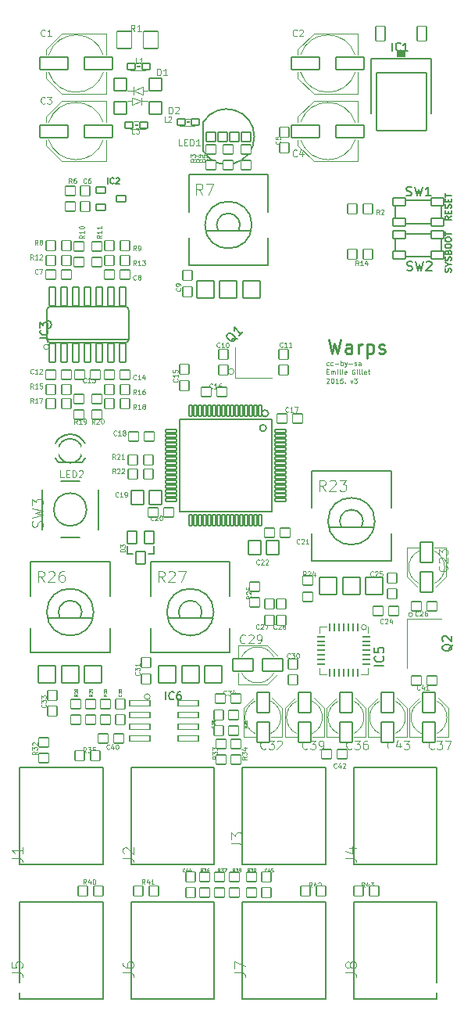
<source format=gbr>
%TF.GenerationSoftware,KiCad,Pcbnew,(6.0.11-0)*%
%TF.CreationDate,2023-05-29T14:14:04+02:00*%
%TF.ProjectId,warps,77617270-732e-46b6-9963-61645f706362,rev?*%
%TF.SameCoordinates,Original*%
%TF.FileFunction,Legend,Top*%
%TF.FilePolarity,Positive*%
%FSLAX46Y46*%
G04 Gerber Fmt 4.6, Leading zero omitted, Abs format (unit mm)*
G04 Created by KiCad (PCBNEW (6.0.11-0)) date 2023-05-29 14:14:04*
%MOMM*%
%LPD*%
G01*
G04 APERTURE LIST*
G04 Aperture macros list*
%AMRoundRect*
0 Rectangle with rounded corners*
0 $1 Rounding radius*
0 $2 $3 $4 $5 $6 $7 $8 $9 X,Y pos of 4 corners*
0 Add a 4 corners polygon primitive as box body*
4,1,4,$2,$3,$4,$5,$6,$7,$8,$9,$2,$3,0*
0 Add four circle primitives for the rounded corners*
1,1,$1+$1,$2,$3*
1,1,$1+$1,$4,$5*
1,1,$1+$1,$6,$7*
1,1,$1+$1,$8,$9*
0 Add four rect primitives between the rounded corners*
20,1,$1+$1,$2,$3,$4,$5,0*
20,1,$1+$1,$4,$5,$6,$7,0*
20,1,$1+$1,$6,$7,$8,$9,0*
20,1,$1+$1,$8,$9,$2,$3,0*%
%AMFreePoly0*
4,1,25,0.417216,0.947373,0.422118,0.942882,0.942882,0.422118,0.964910,0.374877,0.965200,0.368236,0.965200,-0.368236,0.947373,-0.417216,0.942882,-0.422118,0.422118,-0.942882,0.374877,-0.964910,0.368236,-0.965200,-0.368236,-0.965200,-0.417216,-0.947373,-0.422118,-0.942882,-0.942882,-0.422118,-0.964910,-0.374877,-0.965200,-0.368236,-0.965200,0.368236,-0.947373,0.417216,-0.942882,0.422118,
-0.422118,0.942882,-0.374877,0.964910,-0.368236,0.965200,0.368236,0.965200,0.417216,0.947373,0.417216,0.947373,$1*%
%AMFreePoly1*
4,1,25,0.706544,1.645873,0.711446,1.641382,1.641382,0.711446,1.663410,0.664205,1.663700,0.657564,1.663700,-0.657564,1.645873,-0.706544,1.641382,-0.711446,0.711446,-1.641382,0.664205,-1.663410,0.657564,-1.663700,-0.657564,-1.663700,-0.706544,-1.645873,-0.711446,-1.641382,-1.641382,-0.711446,-1.663410,-0.664205,-1.663700,-0.657564,-1.663700,0.657564,-1.645873,0.706544,-1.641382,0.711446,
-0.711446,1.641382,-0.664205,1.663410,-0.657564,1.663700,0.657564,1.663700,0.706544,1.645873,0.706544,1.645873,$1*%
%AMFreePoly2*
4,1,25,0.575031,1.328373,0.579933,1.323882,1.323882,0.579933,1.345910,0.532692,1.346200,0.526051,1.346200,-0.526051,1.328373,-0.575031,1.323882,-0.579933,0.579933,-1.323882,0.532692,-1.345910,0.526051,-1.346200,-0.526051,-1.346200,-0.575031,-1.328373,-0.579933,-1.323882,-1.323882,-0.579933,-1.345910,-0.532692,-1.346200,-0.526051,-1.346200,0.526051,-1.328373,0.575031,-1.323882,0.579933,
-0.579933,1.323882,-0.532692,1.345910,-0.526051,1.346200,0.526051,1.346200,0.575031,1.328373,0.575031,1.328373,$1*%
%AMFreePoly3*
4,1,25,0.269922,0.591773,0.274824,0.587282,0.587282,0.274824,0.609310,0.227583,0.609600,0.220942,0.609600,-0.220942,0.591773,-0.269922,0.587282,-0.274824,0.274824,-0.587282,0.227583,-0.609310,0.220942,-0.609600,-0.220942,-0.609600,-0.269922,-0.591773,-0.274824,-0.587282,-0.587282,-0.274824,-0.609310,-0.227583,-0.609600,-0.220942,-0.609600,0.220942,-0.591773,0.269922,-0.587282,0.274824,
-0.274824,0.587282,-0.227583,0.609310,-0.220942,0.609600,0.220942,0.609600,0.269922,0.591773,0.269922,0.591773,$1*%
%AMFreePoly4*
4,1,25,0.438258,0.998173,0.443160,0.993682,0.993682,0.443160,1.015710,0.395919,1.016000,0.389278,1.016000,-0.389278,0.998173,-0.438258,0.993682,-0.443160,0.443160,-0.993682,0.395919,-1.015710,0.389278,-1.016000,-0.389278,-1.016000,-0.438258,-0.998173,-0.443160,-0.993682,-0.993682,-0.443160,-1.015710,-0.395919,-1.016000,-0.389278,-1.016000,0.389278,-0.998173,0.438258,-0.993682,0.443160,
-0.443160,0.993682,-0.395919,1.015710,-0.389278,1.016000,0.389278,1.016000,0.438258,0.998173,0.438258,0.998173,$1*%
G04 Aperture macros list end*
%ADD10C,0.091440*%
%ADD11C,0.130048*%
%ADD12C,0.266700*%
%ADD13C,0.150000*%
%ADD14C,0.167640*%
%ADD15C,0.078232*%
%ADD16C,0.093472*%
%ADD17C,0.074778*%
%ADD18C,0.059822*%
%ADD19C,0.090932*%
%ADD20C,0.081280*%
%ADD21C,0.159385*%
%ADD22C,0.114300*%
%ADD23C,0.044867*%
%ADD24C,0.175260*%
%ADD25C,0.120000*%
%ADD26C,0.127000*%
%ADD27C,0.152400*%
%ADD28C,0.101600*%
%ADD29C,0.203200*%
%ADD30C,0.070000*%
%ADD31R,1.400000X1.200000*%
%ADD32R,1.300000X1.600000*%
%ADD33RoundRect,0.076200X0.150000X0.600000X-0.150000X0.600000X-0.150000X-0.600000X0.150000X-0.600000X0*%
%ADD34RoundRect,0.076200X-0.600000X0.150000X-0.600000X-0.150000X0.600000X-0.150000X0.600000X0.150000X0*%
%ADD35RoundRect,0.076200X-0.150000X-0.600000X0.150000X-0.600000X0.150000X0.600000X-0.150000X0.600000X0*%
%ADD36RoundRect,0.076200X0.600000X-0.150000X0.600000X0.150000X-0.600000X0.150000X-0.600000X-0.150000X0*%
%ADD37RoundRect,0.076200X-0.330200X-1.016000X0.330200X-1.016000X0.330200X1.016000X-0.330200X1.016000X0*%
%ADD38RoundRect,0.076200X0.675000X0.400000X-0.675000X0.400000X-0.675000X-0.400000X0.675000X-0.400000X0*%
%ADD39RoundRect,0.076200X0.500000X-0.550000X0.500000X0.550000X-0.500000X0.550000X-0.500000X-0.550000X0*%
%ADD40RoundRect,0.076200X-1.100000X0.300000X-1.100000X-0.300000X1.100000X-0.300000X1.100000X0.300000X0*%
%ADD41RoundRect,0.076200X0.550000X0.500000X-0.550000X0.500000X-0.550000X-0.500000X0.550000X-0.500000X0*%
%ADD42RoundRect,0.076200X-0.550000X0.500000X-0.550000X-0.500000X0.550000X-0.500000X0.550000X0.500000X0*%
%ADD43RoundRect,0.076200X0.550000X-0.500000X0.550000X0.500000X-0.550000X0.500000X-0.550000X-0.500000X0*%
%ADD44RoundRect,0.076200X1.500000X0.700000X-1.500000X0.700000X-1.500000X-0.700000X1.500000X-0.700000X0*%
%ADD45RoundRect,0.076200X-0.500000X0.550000X-0.500000X-0.550000X0.500000X-0.550000X0.500000X0.550000X0*%
%ADD46RoundRect,0.076200X-0.500000X-0.550000X0.500000X-0.550000X0.500000X0.550000X-0.500000X0.550000X0*%
%ADD47RoundRect,0.711200X0.000000X0.000000X0.000000X0.000000X0.000000X0.000000X0.000000X0.000000X0*%
%ADD48C,1.752400*%
%ADD49C,2.200000*%
%ADD50FreePoly0,180.000000*%
%ADD51RoundRect,0.076200X0.700000X0.700000X-0.700000X0.700000X-0.700000X-0.700000X0.700000X-0.700000X0*%
%ADD52RoundRect,0.076200X0.800000X0.901500X-0.800000X0.901500X-0.800000X-0.901500X0.800000X-0.901500X0*%
%ADD53RoundRect,0.062500X-0.062500X0.337500X-0.062500X-0.337500X0.062500X-0.337500X0.062500X0.337500X0*%
%ADD54RoundRect,0.062500X-0.337500X0.062500X-0.337500X-0.062500X0.337500X-0.062500X0.337500X0.062500X0*%
%ADD55R,3.350000X3.350000*%
%ADD56RoundRect,0.076200X-0.550000X-0.500000X0.550000X-0.500000X0.550000X0.500000X-0.550000X0.500000X0*%
%ADD57RoundRect,0.076200X0.500000X0.550000X-0.500000X0.550000X-0.500000X-0.550000X0.500000X-0.550000X0*%
%ADD58RoundRect,0.076200X0.939800X-0.939800X0.939800X0.939800X-0.939800X0.939800X-0.939800X-0.939800X0*%
%ADD59FreePoly1,90.000000*%
%ADD60RoundRect,0.576200X0.000000X0.000000X0.000000X0.000000X0.000000X0.000000X0.000000X0.000000X0*%
%ADD61RoundRect,0.076200X0.650000X0.750000X-0.650000X0.750000X-0.650000X-0.750000X0.650000X-0.750000X0*%
%ADD62RoundRect,0.076200X-0.650000X-0.750000X0.650000X-0.750000X0.650000X0.750000X-0.650000X0.750000X0*%
%ADD63RoundRect,0.076200X0.700000X-1.100000X0.700000X1.100000X-0.700000X1.100000X-0.700000X-1.100000X0*%
%ADD64RoundRect,0.076200X-1.100000X-0.700000X1.100000X-0.700000X1.100000X0.700000X-1.100000X0.700000X0*%
%ADD65FreePoly2,90.000000*%
%ADD66RoundRect,0.076200X-0.700000X1.100000X-0.700000X-1.100000X0.700000X-1.100000X0.700000X1.100000X0*%
%ADD67RoundRect,0.076200X0.500000X0.700000X-0.500000X0.700000X-0.500000X-0.700000X0.500000X-0.700000X0*%
%ADD68RoundRect,0.076200X-0.500000X0.350000X-0.500000X-0.350000X0.500000X-0.350000X0.500000X0.350000X0*%
%ADD69RoundRect,0.076200X-0.503200X0.503200X-0.503200X-0.503200X0.503200X-0.503200X0.503200X0.503200X0*%
%ADD70C,2.032000*%
%ADD71RoundRect,0.076200X0.425000X0.350000X-0.425000X0.350000X-0.425000X-0.350000X0.425000X-0.350000X0*%
%ADD72RoundRect,0.076200X0.500000X0.800000X-0.500000X0.800000X-0.500000X-0.800000X0.500000X-0.800000X0*%
%ADD73RoundRect,0.076200X2.700000X3.100000X-2.700000X3.100000X-2.700000X-3.100000X2.700000X-3.100000X0*%
%ADD74RoundRect,0.076200X-0.675000X-0.400000X0.675000X-0.400000X0.675000X0.400000X-0.675000X0.400000X0*%
%ADD75RoundRect,0.076200X-0.425000X-0.350000X0.425000X-0.350000X0.425000X0.350000X-0.425000X0.350000X0*%
%ADD76RoundRect,0.076200X-0.700000X-0.700000X0.700000X-0.700000X0.700000X0.700000X-0.700000X0.700000X0*%
%ADD77FreePoly3,270.000000*%
%ADD78FreePoly4,0.000000*%
G04 APERTURE END LIST*
D10*
X159136733Y-90857614D02*
X159161407Y-90832940D01*
X159210756Y-90808265D01*
X159334127Y-90808265D01*
X159383476Y-90832940D01*
X159408150Y-90857614D01*
X159432824Y-90906962D01*
X159432824Y-90956311D01*
X159408150Y-91030334D01*
X159112058Y-91326425D01*
X159432824Y-91326425D01*
X159753590Y-90808265D02*
X159802938Y-90808265D01*
X159852287Y-90832940D01*
X159876961Y-90857614D01*
X159901636Y-90906962D01*
X159926310Y-91005660D01*
X159926310Y-91129031D01*
X159901636Y-91227728D01*
X159876961Y-91277077D01*
X159852287Y-91301751D01*
X159802938Y-91326425D01*
X159753590Y-91326425D01*
X159704241Y-91301751D01*
X159679567Y-91277077D01*
X159654893Y-91227728D01*
X159630218Y-91129031D01*
X159630218Y-91005660D01*
X159654893Y-90906962D01*
X159679567Y-90857614D01*
X159704241Y-90832940D01*
X159753590Y-90808265D01*
X160419796Y-91326425D02*
X160123704Y-91326425D01*
X160271750Y-91326425D02*
X160271750Y-90808265D01*
X160222401Y-90882288D01*
X160173053Y-90931637D01*
X160123704Y-90956311D01*
X160888607Y-90808265D02*
X160641864Y-90808265D01*
X160617190Y-91055008D01*
X160641864Y-91030334D01*
X160691213Y-91005660D01*
X160814584Y-91005660D01*
X160863933Y-91030334D01*
X160888607Y-91055008D01*
X160913281Y-91104357D01*
X160913281Y-91227728D01*
X160888607Y-91277077D01*
X160863933Y-91301751D01*
X160814584Y-91326425D01*
X160691213Y-91326425D01*
X160641864Y-91301751D01*
X160617190Y-91277077D01*
X161135350Y-91277077D02*
X161160024Y-91301751D01*
X161135350Y-91326425D01*
X161110676Y-91301751D01*
X161135350Y-91277077D01*
X161135350Y-91326425D01*
X161727533Y-90980985D02*
X161850904Y-91326425D01*
X161974276Y-90980985D01*
X162122321Y-90808265D02*
X162443087Y-90808265D01*
X162270367Y-91005660D01*
X162344390Y-91005660D01*
X162393738Y-91030334D01*
X162418413Y-91055008D01*
X162443087Y-91104357D01*
X162443087Y-91227728D01*
X162418413Y-91277077D01*
X162393738Y-91301751D01*
X162344390Y-91326425D01*
X162196344Y-91326425D01*
X162146996Y-91301751D01*
X162122321Y-91277077D01*
D11*
X172634976Y-79285420D02*
X172667488Y-79187884D01*
X172667488Y-79025324D01*
X172634976Y-78960300D01*
X172602464Y-78927788D01*
X172537440Y-78895276D01*
X172472416Y-78895276D01*
X172407392Y-78927788D01*
X172374880Y-78960300D01*
X172342368Y-79025324D01*
X172309856Y-79155372D01*
X172277344Y-79220396D01*
X172244832Y-79252908D01*
X172179808Y-79285420D01*
X172114784Y-79285420D01*
X172049760Y-79252908D01*
X172017248Y-79220396D01*
X171984736Y-79155372D01*
X171984736Y-78992812D01*
X172017248Y-78895276D01*
X172342368Y-78472620D02*
X172667488Y-78472620D01*
X171984736Y-78700204D02*
X172342368Y-78472620D01*
X171984736Y-78245036D01*
X172634976Y-78049964D02*
X172667488Y-77952428D01*
X172667488Y-77789868D01*
X172634976Y-77724844D01*
X172602464Y-77692332D01*
X172537440Y-77659820D01*
X172472416Y-77659820D01*
X172407392Y-77692332D01*
X172374880Y-77724844D01*
X172342368Y-77789868D01*
X172309856Y-77919916D01*
X172277344Y-77984940D01*
X172244832Y-78017452D01*
X172179808Y-78049964D01*
X172114784Y-78049964D01*
X172049760Y-78017452D01*
X172017248Y-77984940D01*
X171984736Y-77919916D01*
X171984736Y-77757356D01*
X172017248Y-77659820D01*
X172309856Y-77139628D02*
X172342368Y-77042092D01*
X172374880Y-77009580D01*
X172439904Y-76977068D01*
X172537440Y-76977068D01*
X172602464Y-77009580D01*
X172634976Y-77042092D01*
X172667488Y-77107116D01*
X172667488Y-77367212D01*
X171984736Y-77367212D01*
X171984736Y-77139628D01*
X172017248Y-77074604D01*
X172049760Y-77042092D01*
X172114784Y-77009580D01*
X172179808Y-77009580D01*
X172244832Y-77042092D01*
X172277344Y-77074604D01*
X172309856Y-77139628D01*
X172309856Y-77367212D01*
X171984736Y-76554412D02*
X171984736Y-76424364D01*
X172017248Y-76359340D01*
X172082272Y-76294316D01*
X172212320Y-76261804D01*
X172439904Y-76261804D01*
X172569952Y-76294316D01*
X172634976Y-76359340D01*
X172667488Y-76424364D01*
X172667488Y-76554412D01*
X172634976Y-76619436D01*
X172569952Y-76684460D01*
X172439904Y-76716972D01*
X172212320Y-76716972D01*
X172082272Y-76684460D01*
X172017248Y-76619436D01*
X171984736Y-76554412D01*
X171984736Y-75839148D02*
X171984736Y-75709100D01*
X172017248Y-75644076D01*
X172082272Y-75579052D01*
X172212320Y-75546540D01*
X172439904Y-75546540D01*
X172569952Y-75579052D01*
X172634976Y-75644076D01*
X172667488Y-75709100D01*
X172667488Y-75839148D01*
X172634976Y-75904172D01*
X172569952Y-75969196D01*
X172439904Y-76001708D01*
X172212320Y-76001708D01*
X172082272Y-75969196D01*
X172017248Y-75904172D01*
X171984736Y-75839148D01*
X171984736Y-75351468D02*
X171984736Y-74961324D01*
X172667488Y-75156396D02*
X171984736Y-75156396D01*
D10*
X159161407Y-90102508D02*
X159334127Y-90102508D01*
X159408150Y-90373925D02*
X159161407Y-90373925D01*
X159161407Y-89855765D01*
X159408150Y-89855765D01*
X159334127Y-89658371D02*
X159260104Y-89732394D01*
X159630218Y-90373925D02*
X159630218Y-90028485D01*
X159630218Y-90077834D02*
X159654893Y-90053160D01*
X159704241Y-90028485D01*
X159778264Y-90028485D01*
X159827613Y-90053160D01*
X159852287Y-90102508D01*
X159852287Y-90373925D01*
X159852287Y-90102508D02*
X159876961Y-90053160D01*
X159926310Y-90028485D01*
X160000333Y-90028485D01*
X160049681Y-90053160D01*
X160074356Y-90102508D01*
X160074356Y-90373925D01*
X160321098Y-90373925D02*
X160321098Y-90028485D01*
X160321098Y-89855765D02*
X160296424Y-89880440D01*
X160321098Y-89905114D01*
X160345773Y-89880440D01*
X160321098Y-89855765D01*
X160321098Y-89905114D01*
X160641864Y-90373925D02*
X160592516Y-90349251D01*
X160567841Y-90299902D01*
X160567841Y-89855765D01*
X160839258Y-90373925D02*
X160839258Y-90028485D01*
X160839258Y-89855765D02*
X160814584Y-89880440D01*
X160839258Y-89905114D01*
X160863933Y-89880440D01*
X160839258Y-89855765D01*
X160839258Y-89905114D01*
X161283396Y-90349251D02*
X161234047Y-90373925D01*
X161135350Y-90373925D01*
X161086001Y-90349251D01*
X161061327Y-90299902D01*
X161061327Y-90102508D01*
X161086001Y-90053160D01*
X161135350Y-90028485D01*
X161234047Y-90028485D01*
X161283396Y-90053160D01*
X161308070Y-90102508D01*
X161308070Y-90151857D01*
X161061327Y-90201205D01*
X162196344Y-89880440D02*
X162146996Y-89855765D01*
X162072973Y-89855765D01*
X161998950Y-89880440D01*
X161949601Y-89929788D01*
X161924927Y-89979137D01*
X161900253Y-90077834D01*
X161900253Y-90151857D01*
X161924927Y-90250554D01*
X161949601Y-90299902D01*
X161998950Y-90349251D01*
X162072973Y-90373925D01*
X162122321Y-90373925D01*
X162196344Y-90349251D01*
X162221018Y-90324577D01*
X162221018Y-90151857D01*
X162122321Y-90151857D01*
X162443087Y-90373925D02*
X162443087Y-90028485D01*
X162443087Y-89855765D02*
X162418413Y-89880440D01*
X162443087Y-89905114D01*
X162467761Y-89880440D01*
X162443087Y-89855765D01*
X162443087Y-89905114D01*
X162763853Y-90373925D02*
X162714504Y-90349251D01*
X162689830Y-90299902D01*
X162689830Y-89855765D01*
X163035270Y-90373925D02*
X162985921Y-90349251D01*
X162961247Y-90299902D01*
X162961247Y-89855765D01*
X163430058Y-90349251D02*
X163380710Y-90373925D01*
X163282013Y-90373925D01*
X163232664Y-90349251D01*
X163207990Y-90299902D01*
X163207990Y-90102508D01*
X163232664Y-90053160D01*
X163282013Y-90028485D01*
X163380710Y-90028485D01*
X163430058Y-90053160D01*
X163454733Y-90102508D01*
X163454733Y-90151857D01*
X163207990Y-90201205D01*
X163602778Y-90028485D02*
X163800173Y-90028485D01*
X163676801Y-89855765D02*
X163676801Y-90299902D01*
X163701476Y-90349251D01*
X163750824Y-90373925D01*
X163800173Y-90373925D01*
D12*
X159367855Y-86592833D02*
X159727688Y-88104133D01*
X160015555Y-87024633D01*
X160303421Y-88104133D01*
X160663255Y-86592833D01*
X161886688Y-88104133D02*
X161886688Y-87312500D01*
X161814721Y-87168566D01*
X161670788Y-87096600D01*
X161382921Y-87096600D01*
X161238988Y-87168566D01*
X161886688Y-88032166D02*
X161742755Y-88104133D01*
X161382921Y-88104133D01*
X161238988Y-88032166D01*
X161167021Y-87888233D01*
X161167021Y-87744300D01*
X161238988Y-87600366D01*
X161382921Y-87528400D01*
X161742755Y-87528400D01*
X161886688Y-87456433D01*
X162606355Y-88104133D02*
X162606355Y-87096600D01*
X162606355Y-87384466D02*
X162678321Y-87240533D01*
X162750288Y-87168566D01*
X162894221Y-87096600D01*
X163038155Y-87096600D01*
X163541921Y-87096600D02*
X163541921Y-88607900D01*
X163541921Y-87168566D02*
X163685855Y-87096600D01*
X163973721Y-87096600D01*
X164117655Y-87168566D01*
X164189621Y-87240533D01*
X164261588Y-87384466D01*
X164261588Y-87816266D01*
X164189621Y-87960200D01*
X164117655Y-88032166D01*
X163973721Y-88104133D01*
X163685855Y-88104133D01*
X163541921Y-88032166D01*
X164837321Y-88032166D02*
X164981255Y-88104133D01*
X165269121Y-88104133D01*
X165413055Y-88032166D01*
X165485021Y-87888233D01*
X165485021Y-87816266D01*
X165413055Y-87672333D01*
X165269121Y-87600366D01*
X165053221Y-87600366D01*
X164909288Y-87528400D01*
X164837321Y-87384466D01*
X164837321Y-87312500D01*
X164909288Y-87168566D01*
X165053221Y-87096600D01*
X165269121Y-87096600D01*
X165413055Y-87168566D01*
D10*
X159383476Y-89396751D02*
X159334127Y-89421425D01*
X159235430Y-89421425D01*
X159186081Y-89396751D01*
X159161407Y-89372077D01*
X159136733Y-89322728D01*
X159136733Y-89174682D01*
X159161407Y-89125334D01*
X159186081Y-89100660D01*
X159235430Y-89075985D01*
X159334127Y-89075985D01*
X159383476Y-89100660D01*
X159827613Y-89396751D02*
X159778264Y-89421425D01*
X159679567Y-89421425D01*
X159630218Y-89396751D01*
X159605544Y-89372077D01*
X159580870Y-89322728D01*
X159580870Y-89174682D01*
X159605544Y-89125334D01*
X159630218Y-89100660D01*
X159679567Y-89075985D01*
X159778264Y-89075985D01*
X159827613Y-89100660D01*
X160049681Y-89224031D02*
X160444470Y-89224031D01*
X160691213Y-89421425D02*
X160691213Y-88903265D01*
X160691213Y-89100660D02*
X160740561Y-89075985D01*
X160839258Y-89075985D01*
X160888607Y-89100660D01*
X160913281Y-89125334D01*
X160937956Y-89174682D01*
X160937956Y-89322728D01*
X160913281Y-89372077D01*
X160888607Y-89396751D01*
X160839258Y-89421425D01*
X160740561Y-89421425D01*
X160691213Y-89396751D01*
X161110676Y-89075985D02*
X161234047Y-89421425D01*
X161357418Y-89075985D02*
X161234047Y-89421425D01*
X161184698Y-89544797D01*
X161160024Y-89569471D01*
X161110676Y-89594145D01*
X161554813Y-89224031D02*
X161949601Y-89224031D01*
X162171670Y-89396751D02*
X162221018Y-89421425D01*
X162319716Y-89421425D01*
X162369064Y-89396751D01*
X162393738Y-89347402D01*
X162393738Y-89322728D01*
X162369064Y-89273380D01*
X162319716Y-89248705D01*
X162245693Y-89248705D01*
X162196344Y-89224031D01*
X162171670Y-89174682D01*
X162171670Y-89150008D01*
X162196344Y-89100660D01*
X162245693Y-89075985D01*
X162319716Y-89075985D01*
X162369064Y-89100660D01*
X162837876Y-89421425D02*
X162837876Y-89150008D01*
X162813201Y-89100660D01*
X162763853Y-89075985D01*
X162665156Y-89075985D01*
X162615807Y-89100660D01*
X162837876Y-89396751D02*
X162788527Y-89421425D01*
X162665156Y-89421425D01*
X162615807Y-89396751D01*
X162591133Y-89347402D01*
X162591133Y-89298054D01*
X162615807Y-89248705D01*
X162665156Y-89224031D01*
X162788527Y-89224031D01*
X162837876Y-89199357D01*
D11*
X172667488Y-73262764D02*
X172342368Y-73490348D01*
X172667488Y-73652908D02*
X171984736Y-73652908D01*
X171984736Y-73392812D01*
X172017248Y-73327788D01*
X172049760Y-73295276D01*
X172114784Y-73262764D01*
X172212320Y-73262764D01*
X172277344Y-73295276D01*
X172309856Y-73327788D01*
X172342368Y-73392812D01*
X172342368Y-73652908D01*
X172309856Y-72970156D02*
X172309856Y-72742572D01*
X172667488Y-72645036D02*
X172667488Y-72970156D01*
X171984736Y-72970156D01*
X171984736Y-72645036D01*
X172634976Y-72384940D02*
X172667488Y-72287404D01*
X172667488Y-72124844D01*
X172634976Y-72059820D01*
X172602464Y-72027308D01*
X172537440Y-71994796D01*
X172472416Y-71994796D01*
X172407392Y-72027308D01*
X172374880Y-72059820D01*
X172342368Y-72124844D01*
X172309856Y-72254892D01*
X172277344Y-72319916D01*
X172244832Y-72352428D01*
X172179808Y-72384940D01*
X172114784Y-72384940D01*
X172049760Y-72352428D01*
X172017248Y-72319916D01*
X171984736Y-72254892D01*
X171984736Y-72092332D01*
X172017248Y-71994796D01*
X172309856Y-71702188D02*
X172309856Y-71474604D01*
X172667488Y-71377068D02*
X172667488Y-71702188D01*
X171984736Y-71702188D01*
X171984736Y-71377068D01*
X171984736Y-71181996D02*
X171984736Y-70791852D01*
X172667488Y-70986924D02*
X171984736Y-70986924D01*
D13*
%TO.C,Q1*%
X149469271Y-86496852D02*
X149368256Y-86530524D01*
X149233569Y-86530524D01*
X149031538Y-86530524D01*
X148930523Y-86564196D01*
X148863180Y-86631539D01*
X149065210Y-86766226D02*
X148964195Y-86799898D01*
X148829508Y-86799898D01*
X148661149Y-86698883D01*
X148425447Y-86463180D01*
X148324432Y-86294822D01*
X148324432Y-86160135D01*
X148358103Y-86059119D01*
X148492790Y-85924432D01*
X148593806Y-85890761D01*
X148728493Y-85890761D01*
X148896851Y-85991776D01*
X149132554Y-86227478D01*
X149233569Y-86395837D01*
X149233569Y-86530524D01*
X149199897Y-86631539D01*
X149065210Y-86766226D01*
X150041691Y-85789745D02*
X149637630Y-86193806D01*
X149839660Y-85991776D02*
X149132554Y-85284669D01*
X149166225Y-85453028D01*
X149166225Y-85587715D01*
X149132554Y-85688730D01*
%TO.C,Q2*%
X172797619Y-119595238D02*
X172750000Y-119690476D01*
X172654761Y-119785714D01*
X172511904Y-119928571D01*
X172464285Y-120023809D01*
X172464285Y-120119047D01*
X172702380Y-120071428D02*
X172654761Y-120166666D01*
X172559523Y-120261904D01*
X172369047Y-120309523D01*
X172035714Y-120309523D01*
X171845238Y-120261904D01*
X171750000Y-120166666D01*
X171702380Y-120071428D01*
X171702380Y-119880952D01*
X171750000Y-119785714D01*
X171845238Y-119690476D01*
X172035714Y-119642857D01*
X172369047Y-119642857D01*
X172559523Y-119690476D01*
X172654761Y-119785714D01*
X172702380Y-119880952D01*
X172702380Y-120071428D01*
X171797619Y-119261904D02*
X171750000Y-119214285D01*
X171702380Y-119119047D01*
X171702380Y-118880952D01*
X171750000Y-118785714D01*
X171797619Y-118738095D01*
X171892857Y-118690476D01*
X171988095Y-118690476D01*
X172130952Y-118738095D01*
X172702380Y-119309523D01*
X172702380Y-118690476D01*
D14*
%TO.C,IC3*%
X128945881Y-86468143D02*
X128097521Y-86468143D01*
X128865085Y-85579385D02*
X128905483Y-85619783D01*
X128945881Y-85740977D01*
X128945881Y-85821774D01*
X128905483Y-85942968D01*
X128824687Y-86023764D01*
X128743891Y-86064162D01*
X128582299Y-86104560D01*
X128461104Y-86104560D01*
X128299512Y-86064162D01*
X128218716Y-86023764D01*
X128137920Y-85942968D01*
X128097521Y-85821774D01*
X128097521Y-85740977D01*
X128137920Y-85619783D01*
X128178318Y-85579385D01*
X128097521Y-85296598D02*
X128097521Y-84771423D01*
X128420706Y-85054210D01*
X128420706Y-84933015D01*
X128461104Y-84852219D01*
X128501502Y-84811821D01*
X128582299Y-84771423D01*
X128784289Y-84771423D01*
X128865085Y-84811821D01*
X128905483Y-84852219D01*
X128945881Y-84933015D01*
X128945881Y-85175404D01*
X128905483Y-85256200D01*
X128865085Y-85296598D01*
D13*
%TO.C,SW1*%
X167785566Y-71008661D02*
X167928423Y-71056280D01*
X168166519Y-71056280D01*
X168261757Y-71008661D01*
X168309376Y-70961042D01*
X168356995Y-70865804D01*
X168356995Y-70770566D01*
X168309376Y-70675328D01*
X168261757Y-70627709D01*
X168166519Y-70580090D01*
X167976042Y-70532471D01*
X167880804Y-70484852D01*
X167833185Y-70437233D01*
X167785566Y-70341995D01*
X167785566Y-70246757D01*
X167833185Y-70151519D01*
X167880804Y-70103900D01*
X167976042Y-70056280D01*
X168214138Y-70056280D01*
X168356995Y-70103900D01*
X168690328Y-70056280D02*
X168928423Y-71056280D01*
X169118900Y-70341995D01*
X169309376Y-71056280D01*
X169547471Y-70056280D01*
X170452233Y-71056280D02*
X169880804Y-71056280D01*
X170166519Y-71056280D02*
X170166519Y-70056280D01*
X170071280Y-70199138D01*
X169976042Y-70294376D01*
X169880804Y-70341995D01*
D15*
%TO.C,C38*%
X146976760Y-128405826D02*
X146991661Y-128420727D01*
X147006562Y-128465431D01*
X147006562Y-128495234D01*
X146991661Y-128539938D01*
X146961858Y-128569741D01*
X146932056Y-128584642D01*
X146872450Y-128599543D01*
X146827746Y-128599543D01*
X146768141Y-128584642D01*
X146738338Y-128569741D01*
X146708536Y-128539938D01*
X146693634Y-128495234D01*
X146693634Y-128465431D01*
X146708536Y-128420727D01*
X146723437Y-128405826D01*
X146693634Y-128301517D02*
X146693634Y-128107799D01*
X146812845Y-128212109D01*
X146812845Y-128167405D01*
X146827746Y-128137602D01*
X146842648Y-128122701D01*
X146872450Y-128107799D01*
X146946957Y-128107799D01*
X146976760Y-128122701D01*
X146991661Y-128137602D01*
X147006562Y-128167405D01*
X147006562Y-128256813D01*
X146991661Y-128286615D01*
X146976760Y-128301517D01*
X146827746Y-127928983D02*
X146812845Y-127958786D01*
X146797944Y-127973687D01*
X146768141Y-127988589D01*
X146753240Y-127988589D01*
X146723437Y-127973687D01*
X146708536Y-127958786D01*
X146693634Y-127928983D01*
X146693634Y-127869378D01*
X146708536Y-127839575D01*
X146723437Y-127824674D01*
X146753240Y-127809773D01*
X146768141Y-127809773D01*
X146797944Y-127824674D01*
X146812845Y-127839575D01*
X146827746Y-127869378D01*
X146827746Y-127928983D01*
X146842648Y-127958786D01*
X146857549Y-127973687D01*
X146887352Y-127988589D01*
X146946957Y-127988589D01*
X146976760Y-127973687D01*
X146991661Y-127958786D01*
X147006562Y-127928983D01*
X147006562Y-127869378D01*
X146991661Y-127839575D01*
X146976760Y-127824674D01*
X146946957Y-127809773D01*
X146887352Y-127809773D01*
X146857549Y-127824674D01*
X146842648Y-127839575D01*
X146827746Y-127869378D01*
D14*
%TO.C,IC6*%
X141710956Y-125583781D02*
X141710956Y-124735421D01*
X142599714Y-125502985D02*
X142559316Y-125543383D01*
X142438122Y-125583781D01*
X142357326Y-125583781D01*
X142236131Y-125543383D01*
X142155335Y-125462587D01*
X142114937Y-125381791D01*
X142074539Y-125220199D01*
X142074539Y-125099004D01*
X142114937Y-124937412D01*
X142155335Y-124856616D01*
X142236131Y-124775820D01*
X142357326Y-124735421D01*
X142438122Y-124735421D01*
X142559316Y-124775820D01*
X142599714Y-124816218D01*
X143326880Y-124735421D02*
X143165287Y-124735421D01*
X143084491Y-124775820D01*
X143044093Y-124816218D01*
X142963297Y-124937412D01*
X142922899Y-125099004D01*
X142922899Y-125422189D01*
X142963297Y-125502985D01*
X143003695Y-125543383D01*
X143084491Y-125583781D01*
X143246084Y-125583781D01*
X143326880Y-125543383D01*
X143367278Y-125502985D01*
X143407676Y-125422189D01*
X143407676Y-125220199D01*
X143367278Y-125139402D01*
X143326880Y-125099004D01*
X143246084Y-125058606D01*
X143084491Y-125058606D01*
X143003695Y-125099004D01*
X142963297Y-125139402D01*
X142922899Y-125220199D01*
D16*
%TO.C,C20*%
X140373932Y-106140431D02*
X140349354Y-106165008D01*
X140275622Y-106189586D01*
X140226467Y-106189586D01*
X140152734Y-106165008D01*
X140103579Y-106115853D01*
X140079001Y-106066698D01*
X140054424Y-105968388D01*
X140054424Y-105894656D01*
X140079001Y-105796346D01*
X140103579Y-105747191D01*
X140152734Y-105698036D01*
X140226467Y-105673458D01*
X140275622Y-105673458D01*
X140349354Y-105698036D01*
X140373932Y-105722613D01*
X140570552Y-105722613D02*
X140595129Y-105698036D01*
X140644284Y-105673458D01*
X140767172Y-105673458D01*
X140816327Y-105698036D01*
X140840905Y-105722613D01*
X140865482Y-105771768D01*
X140865482Y-105820923D01*
X140840905Y-105894656D01*
X140545974Y-106189586D01*
X140865482Y-106189586D01*
X141184990Y-105673458D02*
X141234145Y-105673458D01*
X141283300Y-105698036D01*
X141307878Y-105722613D01*
X141332455Y-105771768D01*
X141357033Y-105870078D01*
X141357033Y-105992966D01*
X141332455Y-106091276D01*
X141307878Y-106140431D01*
X141283300Y-106165008D01*
X141234145Y-106189586D01*
X141184990Y-106189586D01*
X141135835Y-106165008D01*
X141111257Y-106140431D01*
X141086680Y-106091276D01*
X141062102Y-105992966D01*
X141062102Y-105870078D01*
X141086680Y-105771768D01*
X141111257Y-105722613D01*
X141135835Y-105698036D01*
X141184990Y-105673458D01*
%TO.C,R25*%
X150957186Y-114367525D02*
X150711411Y-114539567D01*
X150957186Y-114662455D02*
X150441058Y-114662455D01*
X150441058Y-114465835D01*
X150465636Y-114416680D01*
X150490213Y-114392102D01*
X150539368Y-114367525D01*
X150613101Y-114367525D01*
X150662256Y-114392102D01*
X150686833Y-114416680D01*
X150711411Y-114465835D01*
X150711411Y-114662455D01*
X150490213Y-114170905D02*
X150465636Y-114146327D01*
X150441058Y-114097172D01*
X150441058Y-113974284D01*
X150465636Y-113925129D01*
X150490213Y-113900552D01*
X150539368Y-113875974D01*
X150588523Y-113875974D01*
X150662256Y-113900552D01*
X150957186Y-114195482D01*
X150957186Y-113875974D01*
X150441058Y-113409001D02*
X150441058Y-113654777D01*
X150686833Y-113679354D01*
X150662256Y-113654777D01*
X150637678Y-113605622D01*
X150637678Y-113482734D01*
X150662256Y-113433579D01*
X150686833Y-113409001D01*
X150735988Y-113384424D01*
X150858876Y-113384424D01*
X150908031Y-113409001D01*
X150932608Y-113433579D01*
X150957186Y-113482734D01*
X150957186Y-113605622D01*
X150932608Y-113654777D01*
X150908031Y-113679354D01*
%TO.C,R20*%
X134023932Y-95712086D02*
X133851889Y-95466311D01*
X133729001Y-95712086D02*
X133729001Y-95195958D01*
X133925622Y-95195958D01*
X133974777Y-95220536D01*
X133999354Y-95245113D01*
X134023932Y-95294268D01*
X134023932Y-95368001D01*
X133999354Y-95417156D01*
X133974777Y-95441733D01*
X133925622Y-95466311D01*
X133729001Y-95466311D01*
X134220552Y-95245113D02*
X134245129Y-95220536D01*
X134294284Y-95195958D01*
X134417172Y-95195958D01*
X134466327Y-95220536D01*
X134490905Y-95245113D01*
X134515482Y-95294268D01*
X134515482Y-95343423D01*
X134490905Y-95417156D01*
X134195974Y-95712086D01*
X134515482Y-95712086D01*
X134834990Y-95195958D02*
X134884145Y-95195958D01*
X134933300Y-95220536D01*
X134957878Y-95245113D01*
X134982455Y-95294268D01*
X135007033Y-95392578D01*
X135007033Y-95515466D01*
X134982455Y-95613776D01*
X134957878Y-95662931D01*
X134933300Y-95687508D01*
X134884145Y-95712086D01*
X134834990Y-95712086D01*
X134785835Y-95687508D01*
X134761257Y-95662931D01*
X134736680Y-95613776D01*
X134712102Y-95515466D01*
X134712102Y-95392578D01*
X134736680Y-95294268D01*
X134761257Y-95245113D01*
X134785835Y-95220536D01*
X134834990Y-95195958D01*
D17*
%TO.C,C1*%
X128619040Y-53724679D02*
X128583896Y-53759823D01*
X128478464Y-53794967D01*
X128408177Y-53794967D01*
X128302745Y-53759823D01*
X128232457Y-53689535D01*
X128197313Y-53619247D01*
X128162169Y-53478671D01*
X128162169Y-53373240D01*
X128197313Y-53232664D01*
X128232457Y-53162376D01*
X128302745Y-53092089D01*
X128408177Y-53056945D01*
X128478464Y-53056945D01*
X128583896Y-53092089D01*
X128619040Y-53127232D01*
X129321918Y-53794967D02*
X128900191Y-53794967D01*
X129111055Y-53794967D02*
X129111055Y-53056945D01*
X129040767Y-53162376D01*
X128970479Y-53232664D01*
X128900191Y-53267808D01*
D16*
%TO.C,C5*%
X154082931Y-65155025D02*
X154107508Y-65179602D01*
X154132086Y-65253335D01*
X154132086Y-65302490D01*
X154107508Y-65376223D01*
X154058353Y-65425378D01*
X154009198Y-65449955D01*
X153910888Y-65474533D01*
X153837156Y-65474533D01*
X153738846Y-65449955D01*
X153689691Y-65425378D01*
X153640536Y-65376223D01*
X153615958Y-65302490D01*
X153615958Y-65253335D01*
X153640536Y-65179602D01*
X153665113Y-65155025D01*
X153615958Y-64688052D02*
X153615958Y-64933827D01*
X153861733Y-64958405D01*
X153837156Y-64933827D01*
X153812578Y-64884672D01*
X153812578Y-64761784D01*
X153837156Y-64712629D01*
X153861733Y-64688052D01*
X153910888Y-64663474D01*
X154033776Y-64663474D01*
X154082931Y-64688052D01*
X154107508Y-64712629D01*
X154132086Y-64761784D01*
X154132086Y-64884672D01*
X154107508Y-64933827D01*
X154082931Y-64958405D01*
%TO.C,C10*%
X147557832Y-87401488D02*
X147533254Y-87426065D01*
X147459522Y-87450643D01*
X147410367Y-87450643D01*
X147336634Y-87426065D01*
X147287479Y-87376910D01*
X147262901Y-87327755D01*
X147238324Y-87229445D01*
X147238324Y-87155713D01*
X147262901Y-87057403D01*
X147287479Y-87008248D01*
X147336634Y-86959093D01*
X147410367Y-86934515D01*
X147459522Y-86934515D01*
X147533254Y-86959093D01*
X147557832Y-86983670D01*
X148049382Y-87450643D02*
X147754452Y-87450643D01*
X147901917Y-87450643D02*
X147901917Y-86934515D01*
X147852762Y-87008248D01*
X147803607Y-87057403D01*
X147754452Y-87081980D01*
X148368890Y-86934515D02*
X148418045Y-86934515D01*
X148467200Y-86959093D01*
X148491778Y-86983670D01*
X148516355Y-87032825D01*
X148540933Y-87131135D01*
X148540933Y-87254023D01*
X148516355Y-87352333D01*
X148491778Y-87401488D01*
X148467200Y-87426065D01*
X148418045Y-87450643D01*
X148368890Y-87450643D01*
X148319735Y-87426065D01*
X148295157Y-87401488D01*
X148270580Y-87352333D01*
X148246002Y-87254023D01*
X148246002Y-87131135D01*
X148270580Y-87032825D01*
X148295157Y-86983670D01*
X148319735Y-86959093D01*
X148368890Y-86934515D01*
%TO.C,R18*%
X138502174Y-94124586D02*
X138330132Y-93878811D01*
X138207244Y-94124586D02*
X138207244Y-93608458D01*
X138403864Y-93608458D01*
X138453019Y-93633036D01*
X138477597Y-93657613D01*
X138502174Y-93706768D01*
X138502174Y-93780501D01*
X138477597Y-93829656D01*
X138453019Y-93854233D01*
X138403864Y-93878811D01*
X138207244Y-93878811D01*
X138993725Y-94124586D02*
X138698794Y-94124586D01*
X138846260Y-94124586D02*
X138846260Y-93608458D01*
X138797104Y-93682191D01*
X138747949Y-93731346D01*
X138698794Y-93755923D01*
X139288655Y-93829656D02*
X139239500Y-93805078D01*
X139214922Y-93780501D01*
X139190345Y-93731346D01*
X139190345Y-93706768D01*
X139214922Y-93657613D01*
X139239500Y-93633036D01*
X139288655Y-93608458D01*
X139386965Y-93608458D01*
X139436120Y-93633036D01*
X139460698Y-93657613D01*
X139485275Y-93706768D01*
X139485275Y-93731346D01*
X139460698Y-93780501D01*
X139436120Y-93805078D01*
X139386965Y-93829656D01*
X139288655Y-93829656D01*
X139239500Y-93854233D01*
X139214922Y-93878811D01*
X139190345Y-93927966D01*
X139190345Y-94026276D01*
X139214922Y-94075431D01*
X139239500Y-94100008D01*
X139288655Y-94124586D01*
X139386965Y-94124586D01*
X139436120Y-94100008D01*
X139460698Y-94075431D01*
X139485275Y-94026276D01*
X139485275Y-93927966D01*
X139460698Y-93878811D01*
X139436120Y-93854233D01*
X139386965Y-93829656D01*
D18*
%TO.C,LED2*%
X130662825Y-101534232D02*
X130304264Y-101534232D01*
X130304264Y-100781254D01*
X130913818Y-101139815D02*
X131164811Y-101139815D01*
X131272379Y-101534232D02*
X130913818Y-101534232D01*
X130913818Y-100781254D01*
X131272379Y-100781254D01*
X131595084Y-101534232D02*
X131595084Y-100781254D01*
X131774364Y-100781254D01*
X131881932Y-100817111D01*
X131953645Y-100888823D01*
X131989501Y-100960535D01*
X132025357Y-101103959D01*
X132025357Y-101211528D01*
X131989501Y-101354952D01*
X131953645Y-101426664D01*
X131881932Y-101498376D01*
X131774364Y-101534232D01*
X131595084Y-101534232D01*
X132312206Y-100852967D02*
X132348062Y-100817111D01*
X132419774Y-100781254D01*
X132599054Y-100781254D01*
X132670767Y-100817111D01*
X132706623Y-100852967D01*
X132742479Y-100924679D01*
X132742479Y-100996391D01*
X132706623Y-101103959D01*
X132276350Y-101534232D01*
X132742479Y-101534232D01*
D16*
%TO.C,R32*%
X127779586Y-131195025D02*
X127533811Y-131367067D01*
X127779586Y-131489955D02*
X127263458Y-131489955D01*
X127263458Y-131293335D01*
X127288036Y-131244180D01*
X127312613Y-131219602D01*
X127361768Y-131195025D01*
X127435501Y-131195025D01*
X127484656Y-131219602D01*
X127509233Y-131244180D01*
X127533811Y-131293335D01*
X127533811Y-131489955D01*
X127263458Y-131022982D02*
X127263458Y-130703474D01*
X127460078Y-130875517D01*
X127460078Y-130801784D01*
X127484656Y-130752629D01*
X127509233Y-130728052D01*
X127558388Y-130703474D01*
X127681276Y-130703474D01*
X127730431Y-130728052D01*
X127755008Y-130752629D01*
X127779586Y-130801784D01*
X127779586Y-130949250D01*
X127755008Y-130998405D01*
X127730431Y-131022982D01*
X127312613Y-130506854D02*
X127288036Y-130482277D01*
X127263458Y-130433122D01*
X127263458Y-130310234D01*
X127288036Y-130261079D01*
X127312613Y-130236501D01*
X127361768Y-130211924D01*
X127410923Y-130211924D01*
X127484656Y-130236501D01*
X127779586Y-130531432D01*
X127779586Y-130211924D01*
%TO.C,R6*%
X131517174Y-69677086D02*
X131345132Y-69431311D01*
X131222244Y-69677086D02*
X131222244Y-69160958D01*
X131418864Y-69160958D01*
X131468019Y-69185536D01*
X131492597Y-69210113D01*
X131517174Y-69259268D01*
X131517174Y-69333001D01*
X131492597Y-69382156D01*
X131468019Y-69406733D01*
X131418864Y-69431311D01*
X131222244Y-69431311D01*
X131959570Y-69160958D02*
X131861260Y-69160958D01*
X131812104Y-69185536D01*
X131787527Y-69210113D01*
X131738372Y-69283846D01*
X131713794Y-69382156D01*
X131713794Y-69578776D01*
X131738372Y-69627931D01*
X131762949Y-69652508D01*
X131812104Y-69677086D01*
X131910415Y-69677086D01*
X131959570Y-69652508D01*
X131984147Y-69627931D01*
X132008725Y-69578776D01*
X132008725Y-69455888D01*
X131984147Y-69406733D01*
X131959570Y-69382156D01*
X131910415Y-69357578D01*
X131812104Y-69357578D01*
X131762949Y-69382156D01*
X131738372Y-69406733D01*
X131713794Y-69455888D01*
%TO.C,J2*%
X137061810Y-142744066D02*
X137902188Y-142744066D01*
X138070263Y-142800091D01*
X138182313Y-142912142D01*
X138238338Y-143080217D01*
X138238338Y-143192267D01*
X137173861Y-142239840D02*
X137117836Y-142183815D01*
X137061810Y-142071764D01*
X137061810Y-141791639D01*
X137117836Y-141679588D01*
X137173861Y-141623563D01*
X137285911Y-141567538D01*
X137397961Y-141567538D01*
X137566037Y-141623563D01*
X138238338Y-142295865D01*
X138238338Y-141567538D01*
%TO.C,R9*%
X138502174Y-76979586D02*
X138330132Y-76733811D01*
X138207244Y-76979586D02*
X138207244Y-76463458D01*
X138403864Y-76463458D01*
X138453019Y-76488036D01*
X138477597Y-76512613D01*
X138502174Y-76561768D01*
X138502174Y-76635501D01*
X138477597Y-76684656D01*
X138453019Y-76709233D01*
X138403864Y-76733811D01*
X138207244Y-76733811D01*
X138747949Y-76979586D02*
X138846260Y-76979586D01*
X138895415Y-76955008D01*
X138919992Y-76930431D01*
X138969147Y-76856698D01*
X138993725Y-76758388D01*
X138993725Y-76561768D01*
X138969147Y-76512613D01*
X138944570Y-76488036D01*
X138895415Y-76463458D01*
X138797104Y-76463458D01*
X138747949Y-76488036D01*
X138723372Y-76512613D01*
X138698794Y-76561768D01*
X138698794Y-76684656D01*
X138723372Y-76733811D01*
X138747949Y-76758388D01*
X138797104Y-76782966D01*
X138895415Y-76782966D01*
X138944570Y-76758388D01*
X138969147Y-76733811D01*
X138993725Y-76684656D01*
%TO.C,D2*%
X142065625Y-62149010D02*
X142065625Y-61429682D01*
X142236893Y-61429682D01*
X142339655Y-61463936D01*
X142408162Y-61532443D01*
X142442416Y-61600950D01*
X142476669Y-61737965D01*
X142476669Y-61840726D01*
X142442416Y-61977741D01*
X142408162Y-62046249D01*
X142339655Y-62114756D01*
X142236893Y-62149010D01*
X142065625Y-62149010D01*
X142750699Y-61498189D02*
X142784953Y-61463936D01*
X142853460Y-61429682D01*
X143024729Y-61429682D01*
X143093236Y-61463936D01*
X143127490Y-61498189D01*
X143161744Y-61566697D01*
X143161744Y-61635204D01*
X143127490Y-61737965D01*
X142716445Y-62149010D01*
X143161744Y-62149010D01*
%TO.C,C31*%
X138842931Y-122622525D02*
X138867508Y-122647102D01*
X138892086Y-122720835D01*
X138892086Y-122769990D01*
X138867508Y-122843723D01*
X138818353Y-122892878D01*
X138769198Y-122917455D01*
X138670888Y-122942033D01*
X138597156Y-122942033D01*
X138498846Y-122917455D01*
X138449691Y-122892878D01*
X138400536Y-122843723D01*
X138375958Y-122769990D01*
X138375958Y-122720835D01*
X138400536Y-122647102D01*
X138425113Y-122622525D01*
X138375958Y-122450482D02*
X138375958Y-122130974D01*
X138572578Y-122303017D01*
X138572578Y-122229284D01*
X138597156Y-122180129D01*
X138621733Y-122155552D01*
X138670888Y-122130974D01*
X138793776Y-122130974D01*
X138842931Y-122155552D01*
X138867508Y-122180129D01*
X138892086Y-122229284D01*
X138892086Y-122376750D01*
X138867508Y-122425905D01*
X138842931Y-122450482D01*
X138892086Y-121639424D02*
X138892086Y-121934354D01*
X138892086Y-121786889D02*
X138375958Y-121786889D01*
X138449691Y-121836044D01*
X138498846Y-121885199D01*
X138523423Y-121934354D01*
%TO.C,R5*%
X146194586Y-67060025D02*
X145948811Y-67232067D01*
X146194586Y-67354955D02*
X145678458Y-67354955D01*
X145678458Y-67158335D01*
X145703036Y-67109180D01*
X145727613Y-67084602D01*
X145776768Y-67060025D01*
X145850501Y-67060025D01*
X145899656Y-67084602D01*
X145924233Y-67109180D01*
X145948811Y-67158335D01*
X145948811Y-67354955D01*
X145678458Y-66593052D02*
X145678458Y-66838827D01*
X145924233Y-66863405D01*
X145899656Y-66838827D01*
X145875078Y-66789672D01*
X145875078Y-66666784D01*
X145899656Y-66617629D01*
X145924233Y-66593052D01*
X145973388Y-66568474D01*
X146096276Y-66568474D01*
X146145431Y-66593052D01*
X146170008Y-66617629D01*
X146194586Y-66666784D01*
X146194586Y-66789672D01*
X146170008Y-66838827D01*
X146145431Y-66863405D01*
%TO.C,R1*%
X138349169Y-53259010D02*
X138109393Y-52916473D01*
X137938125Y-53259010D02*
X137938125Y-52539682D01*
X138212155Y-52539682D01*
X138280662Y-52573936D01*
X138314916Y-52608189D01*
X138349169Y-52676697D01*
X138349169Y-52779458D01*
X138314916Y-52847965D01*
X138280662Y-52882219D01*
X138212155Y-52916473D01*
X137938125Y-52916473D01*
X139034244Y-53259010D02*
X138623199Y-53259010D01*
X138828721Y-53259010D02*
X138828721Y-52539682D01*
X138760214Y-52642443D01*
X138691707Y-52710950D01*
X138623199Y-52745204D01*
D13*
%TO.C,IC5*%
X165341467Y-121933297D02*
X164341467Y-121933297D01*
X165246229Y-120885678D02*
X165293848Y-120933297D01*
X165341467Y-121076154D01*
X165341467Y-121171392D01*
X165293848Y-121314249D01*
X165198610Y-121409487D01*
X165103372Y-121457107D01*
X164912896Y-121504726D01*
X164770039Y-121504726D01*
X164579563Y-121457107D01*
X164484325Y-121409487D01*
X164389087Y-121314249D01*
X164341467Y-121171392D01*
X164341467Y-121076154D01*
X164389087Y-120933297D01*
X164436706Y-120885678D01*
X164341467Y-119980916D02*
X164341467Y-120457107D01*
X164817658Y-120504726D01*
X164770039Y-120457107D01*
X164722420Y-120361868D01*
X164722420Y-120123773D01*
X164770039Y-120028535D01*
X164817658Y-119980916D01*
X164912896Y-119933297D01*
X165150991Y-119933297D01*
X165246229Y-119980916D01*
X165293848Y-120028535D01*
X165341467Y-120123773D01*
X165341467Y-120361868D01*
X165293848Y-120457107D01*
X165246229Y-120504726D01*
D16*
%TO.C,C26*%
X169084032Y-116478031D02*
X169059454Y-116502608D01*
X168985722Y-116527186D01*
X168936567Y-116527186D01*
X168862834Y-116502608D01*
X168813679Y-116453453D01*
X168789101Y-116404298D01*
X168764524Y-116305988D01*
X168764524Y-116232256D01*
X168789101Y-116133946D01*
X168813679Y-116084791D01*
X168862834Y-116035636D01*
X168936567Y-116011058D01*
X168985722Y-116011058D01*
X169059454Y-116035636D01*
X169084032Y-116060213D01*
X169280652Y-116060213D02*
X169305229Y-116035636D01*
X169354384Y-116011058D01*
X169477272Y-116011058D01*
X169526427Y-116035636D01*
X169551005Y-116060213D01*
X169575582Y-116109368D01*
X169575582Y-116158523D01*
X169551005Y-116232256D01*
X169256074Y-116527186D01*
X169575582Y-116527186D01*
X170017978Y-116011058D02*
X169919667Y-116011058D01*
X169870512Y-116035636D01*
X169845935Y-116060213D01*
X169796780Y-116133946D01*
X169772202Y-116232256D01*
X169772202Y-116428876D01*
X169796780Y-116478031D01*
X169821357Y-116502608D01*
X169870512Y-116527186D01*
X169968823Y-116527186D01*
X170017978Y-116502608D01*
X170042555Y-116478031D01*
X170067133Y-116428876D01*
X170067133Y-116305988D01*
X170042555Y-116256833D01*
X170017978Y-116232256D01*
X169968823Y-116207678D01*
X169870512Y-116207678D01*
X169821357Y-116232256D01*
X169796780Y-116256833D01*
X169772202Y-116305988D01*
%TO.C,C40*%
X135611432Y-130905431D02*
X135586854Y-130930008D01*
X135513122Y-130954586D01*
X135463967Y-130954586D01*
X135390234Y-130930008D01*
X135341079Y-130880853D01*
X135316501Y-130831698D01*
X135291924Y-130733388D01*
X135291924Y-130659656D01*
X135316501Y-130561346D01*
X135341079Y-130512191D01*
X135390234Y-130463036D01*
X135463967Y-130438458D01*
X135513122Y-130438458D01*
X135586854Y-130463036D01*
X135611432Y-130487613D01*
X136053827Y-130610501D02*
X136053827Y-130954586D01*
X135930939Y-130413880D02*
X135808052Y-130782543D01*
X136127560Y-130782543D01*
X136422490Y-130438458D02*
X136471645Y-130438458D01*
X136520800Y-130463036D01*
X136545378Y-130487613D01*
X136569955Y-130536768D01*
X136594533Y-130635078D01*
X136594533Y-130757966D01*
X136569955Y-130856276D01*
X136545378Y-130905431D01*
X136520800Y-130930008D01*
X136471645Y-130954586D01*
X136422490Y-130954586D01*
X136373335Y-130930008D01*
X136348757Y-130905431D01*
X136324180Y-130856276D01*
X136299602Y-130757966D01*
X136299602Y-130635078D01*
X136324180Y-130536768D01*
X136348757Y-130487613D01*
X136373335Y-130463036D01*
X136422490Y-130438458D01*
%TO.C,J3*%
X148809310Y-141156566D02*
X149649688Y-141156566D01*
X149817763Y-141212591D01*
X149929813Y-141324642D01*
X149985838Y-141492717D01*
X149985838Y-141604767D01*
X148809310Y-140708365D02*
X148809310Y-139980038D01*
X149257512Y-140372214D01*
X149257512Y-140204139D01*
X149313537Y-140092088D01*
X149369562Y-140036063D01*
X149481612Y-139980038D01*
X149761738Y-139980038D01*
X149873788Y-140036063D01*
X149929813Y-140092088D01*
X149985838Y-140204139D01*
X149985838Y-140540290D01*
X149929813Y-140652340D01*
X149873788Y-140708365D01*
%TO.C,R33*%
X147298486Y-131723925D02*
X147052711Y-131895967D01*
X147298486Y-132018855D02*
X146782358Y-132018855D01*
X146782358Y-131822235D01*
X146806936Y-131773080D01*
X146831513Y-131748502D01*
X146880668Y-131723925D01*
X146954401Y-131723925D01*
X147003556Y-131748502D01*
X147028133Y-131773080D01*
X147052711Y-131822235D01*
X147052711Y-132018855D01*
X146782358Y-131551882D02*
X146782358Y-131232374D01*
X146978978Y-131404417D01*
X146978978Y-131330684D01*
X147003556Y-131281529D01*
X147028133Y-131256952D01*
X147077288Y-131232374D01*
X147200176Y-131232374D01*
X147249331Y-131256952D01*
X147273908Y-131281529D01*
X147298486Y-131330684D01*
X147298486Y-131478150D01*
X147273908Y-131527305D01*
X147249331Y-131551882D01*
X146782358Y-131060332D02*
X146782358Y-130740824D01*
X146978978Y-130912867D01*
X146978978Y-130839134D01*
X147003556Y-130789979D01*
X147028133Y-130765401D01*
X147077288Y-130740824D01*
X147200176Y-130740824D01*
X147249331Y-130765401D01*
X147273908Y-130789979D01*
X147298486Y-130839134D01*
X147298486Y-130986599D01*
X147273908Y-131035754D01*
X147249331Y-131060332D01*
%TO.C,C21*%
X156218674Y-108680431D02*
X156194097Y-108705008D01*
X156120364Y-108729586D01*
X156071209Y-108729586D01*
X155997476Y-108705008D01*
X155948321Y-108655853D01*
X155923744Y-108606698D01*
X155899166Y-108508388D01*
X155899166Y-108434656D01*
X155923744Y-108336346D01*
X155948321Y-108287191D01*
X155997476Y-108238036D01*
X156071209Y-108213458D01*
X156120364Y-108213458D01*
X156194097Y-108238036D01*
X156218674Y-108262613D01*
X156415294Y-108262613D02*
X156439872Y-108238036D01*
X156489027Y-108213458D01*
X156611915Y-108213458D01*
X156661070Y-108238036D01*
X156685647Y-108262613D01*
X156710225Y-108311768D01*
X156710225Y-108360923D01*
X156685647Y-108434656D01*
X156390717Y-108729586D01*
X156710225Y-108729586D01*
X157201775Y-108729586D02*
X156906845Y-108729586D01*
X157054310Y-108729586D02*
X157054310Y-108213458D01*
X157005155Y-108287191D01*
X156956000Y-108336346D01*
X156906845Y-108360923D01*
D15*
%TO.C,R30*%
X135307662Y-125019426D02*
X135158649Y-125123735D01*
X135307662Y-125198242D02*
X134994734Y-125198242D01*
X134994734Y-125079031D01*
X135009636Y-125049229D01*
X135024537Y-125034327D01*
X135054340Y-125019426D01*
X135099044Y-125019426D01*
X135128846Y-125034327D01*
X135143748Y-125049229D01*
X135158649Y-125079031D01*
X135158649Y-125198242D01*
X134994734Y-124915117D02*
X134994734Y-124721399D01*
X135113945Y-124825709D01*
X135113945Y-124781005D01*
X135128846Y-124751202D01*
X135143748Y-124736301D01*
X135173550Y-124721399D01*
X135248057Y-124721399D01*
X135277860Y-124736301D01*
X135292761Y-124751202D01*
X135307662Y-124781005D01*
X135307662Y-124870413D01*
X135292761Y-124900215D01*
X135277860Y-124915117D01*
X134994734Y-124527682D02*
X134994734Y-124497879D01*
X135009636Y-124468077D01*
X135024537Y-124453175D01*
X135054340Y-124438274D01*
X135113945Y-124423373D01*
X135188452Y-124423373D01*
X135248057Y-124438274D01*
X135277860Y-124453175D01*
X135292761Y-124468077D01*
X135307662Y-124497879D01*
X135307662Y-124527682D01*
X135292761Y-124557485D01*
X135277860Y-124572386D01*
X135248057Y-124587287D01*
X135188452Y-124602189D01*
X135113945Y-124602189D01*
X135054340Y-124587287D01*
X135024537Y-124572386D01*
X135009636Y-124557485D01*
X134994734Y-124527682D01*
D16*
%TO.C,C42*%
X160228574Y-132934331D02*
X160203997Y-132958908D01*
X160130264Y-132983486D01*
X160081109Y-132983486D01*
X160007376Y-132958908D01*
X159958221Y-132909753D01*
X159933644Y-132860598D01*
X159909066Y-132762288D01*
X159909066Y-132688556D01*
X159933644Y-132590246D01*
X159958221Y-132541091D01*
X160007376Y-132491936D01*
X160081109Y-132467358D01*
X160130264Y-132467358D01*
X160203997Y-132491936D01*
X160228574Y-132516513D01*
X160670970Y-132639401D02*
X160670970Y-132983486D01*
X160548082Y-132442780D02*
X160425194Y-132811443D01*
X160744702Y-132811443D01*
X160916745Y-132516513D02*
X160941322Y-132491936D01*
X160990477Y-132467358D01*
X161113365Y-132467358D01*
X161162520Y-132491936D01*
X161187098Y-132516513D01*
X161211675Y-132565668D01*
X161211675Y-132614823D01*
X161187098Y-132688556D01*
X160892167Y-132983486D01*
X161211675Y-132983486D01*
%TO.C,C15*%
X142970431Y-90872525D02*
X142995008Y-90897102D01*
X143019586Y-90970835D01*
X143019586Y-91019990D01*
X142995008Y-91093723D01*
X142945853Y-91142878D01*
X142896698Y-91167455D01*
X142798388Y-91192033D01*
X142724656Y-91192033D01*
X142626346Y-91167455D01*
X142577191Y-91142878D01*
X142528036Y-91093723D01*
X142503458Y-91019990D01*
X142503458Y-90970835D01*
X142528036Y-90897102D01*
X142552613Y-90872525D01*
X143019586Y-90380974D02*
X143019586Y-90675905D01*
X143019586Y-90528439D02*
X142503458Y-90528439D01*
X142577191Y-90577595D01*
X142626346Y-90626750D01*
X142650923Y-90675905D01*
X142503458Y-89914001D02*
X142503458Y-90159777D01*
X142749233Y-90184354D01*
X142724656Y-90159777D01*
X142700078Y-90110622D01*
X142700078Y-89987734D01*
X142724656Y-89938579D01*
X142749233Y-89914001D01*
X142798388Y-89889424D01*
X142921276Y-89889424D01*
X142970431Y-89914001D01*
X142995008Y-89938579D01*
X143019586Y-89987734D01*
X143019586Y-90110622D01*
X142995008Y-90159777D01*
X142970431Y-90184354D01*
%TO.C,R16*%
X138502174Y-92537086D02*
X138330132Y-92291311D01*
X138207244Y-92537086D02*
X138207244Y-92020958D01*
X138403864Y-92020958D01*
X138453019Y-92045536D01*
X138477597Y-92070113D01*
X138502174Y-92119268D01*
X138502174Y-92193001D01*
X138477597Y-92242156D01*
X138453019Y-92266733D01*
X138403864Y-92291311D01*
X138207244Y-92291311D01*
X138993725Y-92537086D02*
X138698794Y-92537086D01*
X138846260Y-92537086D02*
X138846260Y-92020958D01*
X138797104Y-92094691D01*
X138747949Y-92143846D01*
X138698794Y-92168423D01*
X139436120Y-92020958D02*
X139337810Y-92020958D01*
X139288655Y-92045536D01*
X139264077Y-92070113D01*
X139214922Y-92143846D01*
X139190345Y-92242156D01*
X139190345Y-92438776D01*
X139214922Y-92487931D01*
X139239500Y-92512508D01*
X139288655Y-92537086D01*
X139386965Y-92537086D01*
X139436120Y-92512508D01*
X139460698Y-92487931D01*
X139485275Y-92438776D01*
X139485275Y-92315888D01*
X139460698Y-92266733D01*
X139436120Y-92242156D01*
X139386965Y-92217578D01*
X139288655Y-92217578D01*
X139239500Y-92242156D01*
X139214922Y-92266733D01*
X139190345Y-92315888D01*
%TO.C,C30*%
X155184674Y-121038231D02*
X155160097Y-121062808D01*
X155086364Y-121087386D01*
X155037209Y-121087386D01*
X154963476Y-121062808D01*
X154914321Y-121013653D01*
X154889744Y-120964498D01*
X154865166Y-120866188D01*
X154865166Y-120792456D01*
X154889744Y-120694146D01*
X154914321Y-120644991D01*
X154963476Y-120595836D01*
X155037209Y-120571258D01*
X155086364Y-120571258D01*
X155160097Y-120595836D01*
X155184674Y-120620413D01*
X155356717Y-120571258D02*
X155676225Y-120571258D01*
X155504182Y-120767878D01*
X155577915Y-120767878D01*
X155627070Y-120792456D01*
X155651647Y-120817033D01*
X155676225Y-120866188D01*
X155676225Y-120989076D01*
X155651647Y-121038231D01*
X155627070Y-121062808D01*
X155577915Y-121087386D01*
X155430449Y-121087386D01*
X155381294Y-121062808D01*
X155356717Y-121038231D01*
X155995732Y-120571258D02*
X156044888Y-120571258D01*
X156094043Y-120595836D01*
X156118620Y-120620413D01*
X156143198Y-120669568D01*
X156167775Y-120767878D01*
X156167775Y-120890766D01*
X156143198Y-120989076D01*
X156118620Y-121038231D01*
X156094043Y-121062808D01*
X156044888Y-121087386D01*
X155995732Y-121087386D01*
X155946577Y-121062808D01*
X155922000Y-121038231D01*
X155897422Y-120989076D01*
X155872845Y-120890766D01*
X155872845Y-120767878D01*
X155897422Y-120669568D01*
X155922000Y-120620413D01*
X155946577Y-120595836D01*
X155995732Y-120571258D01*
%TO.C,C24*%
X165284774Y-117295531D02*
X165260197Y-117320108D01*
X165186464Y-117344686D01*
X165137309Y-117344686D01*
X165063576Y-117320108D01*
X165014421Y-117270953D01*
X164989844Y-117221798D01*
X164965266Y-117123488D01*
X164965266Y-117049756D01*
X164989844Y-116951446D01*
X165014421Y-116902291D01*
X165063576Y-116853136D01*
X165137309Y-116828558D01*
X165186464Y-116828558D01*
X165260197Y-116853136D01*
X165284774Y-116877713D01*
X165481394Y-116877713D02*
X165505972Y-116853136D01*
X165555127Y-116828558D01*
X165678015Y-116828558D01*
X165727170Y-116853136D01*
X165751747Y-116877713D01*
X165776325Y-116926868D01*
X165776325Y-116976023D01*
X165751747Y-117049756D01*
X165456817Y-117344686D01*
X165776325Y-117344686D01*
X166218720Y-117000601D02*
X166218720Y-117344686D01*
X166095832Y-116803980D02*
X165972945Y-117172643D01*
X166292453Y-117172643D01*
%TO.C,C14*%
X138502174Y-90900431D02*
X138477597Y-90925008D01*
X138403864Y-90949586D01*
X138354709Y-90949586D01*
X138280976Y-90925008D01*
X138231821Y-90875853D01*
X138207244Y-90826698D01*
X138182666Y-90728388D01*
X138182666Y-90654656D01*
X138207244Y-90556346D01*
X138231821Y-90507191D01*
X138280976Y-90458036D01*
X138354709Y-90433458D01*
X138403864Y-90433458D01*
X138477597Y-90458036D01*
X138502174Y-90482613D01*
X138993725Y-90949586D02*
X138698794Y-90949586D01*
X138846260Y-90949586D02*
X138846260Y-90433458D01*
X138797104Y-90507191D01*
X138747949Y-90556346D01*
X138698794Y-90580923D01*
X139436120Y-90605501D02*
X139436120Y-90949586D01*
X139313232Y-90408880D02*
X139190345Y-90777543D01*
X139509853Y-90777543D01*
%TO.C,C25*%
X164219674Y-112172931D02*
X164195097Y-112197508D01*
X164121364Y-112222086D01*
X164072209Y-112222086D01*
X163998476Y-112197508D01*
X163949321Y-112148353D01*
X163924744Y-112099198D01*
X163900166Y-112000888D01*
X163900166Y-111927156D01*
X163924744Y-111828846D01*
X163949321Y-111779691D01*
X163998476Y-111730536D01*
X164072209Y-111705958D01*
X164121364Y-111705958D01*
X164195097Y-111730536D01*
X164219674Y-111755113D01*
X164416294Y-111755113D02*
X164440872Y-111730536D01*
X164490027Y-111705958D01*
X164612915Y-111705958D01*
X164662070Y-111730536D01*
X164686647Y-111755113D01*
X164711225Y-111804268D01*
X164711225Y-111853423D01*
X164686647Y-111927156D01*
X164391717Y-112222086D01*
X164711225Y-112222086D01*
X165178198Y-111705958D02*
X164932422Y-111705958D01*
X164907845Y-111951733D01*
X164932422Y-111927156D01*
X164981577Y-111902578D01*
X165104465Y-111902578D01*
X165153620Y-111927156D01*
X165178198Y-111951733D01*
X165202775Y-112000888D01*
X165202775Y-112123776D01*
X165178198Y-112172931D01*
X165153620Y-112197508D01*
X165104465Y-112222086D01*
X164981577Y-112222086D01*
X164932422Y-112197508D01*
X164907845Y-112172931D01*
%TO.C,C41*%
X169242832Y-124477931D02*
X169218254Y-124502508D01*
X169144522Y-124527086D01*
X169095367Y-124527086D01*
X169021634Y-124502508D01*
X168972479Y-124453353D01*
X168947901Y-124404198D01*
X168923324Y-124305888D01*
X168923324Y-124232156D01*
X168947901Y-124133846D01*
X168972479Y-124084691D01*
X169021634Y-124035536D01*
X169095367Y-124010958D01*
X169144522Y-124010958D01*
X169218254Y-124035536D01*
X169242832Y-124060113D01*
X169685227Y-124183001D02*
X169685227Y-124527086D01*
X169562339Y-123986380D02*
X169439452Y-124355043D01*
X169758960Y-124355043D01*
X170225933Y-124527086D02*
X169931002Y-124527086D01*
X170078467Y-124527086D02*
X170078467Y-124010958D01*
X170029312Y-124084691D01*
X169980157Y-124133846D01*
X169931002Y-124158423D01*
D17*
%TO.C,C4*%
X155924040Y-66742179D02*
X155888896Y-66777323D01*
X155783464Y-66812467D01*
X155713177Y-66812467D01*
X155607745Y-66777323D01*
X155537457Y-66707035D01*
X155502313Y-66636747D01*
X155467169Y-66496171D01*
X155467169Y-66390740D01*
X155502313Y-66250164D01*
X155537457Y-66179876D01*
X155607745Y-66109589D01*
X155713177Y-66074445D01*
X155783464Y-66074445D01*
X155888896Y-66109589D01*
X155924040Y-66144732D01*
X156556630Y-66320452D02*
X156556630Y-66812467D01*
X156380911Y-66039301D02*
X156205191Y-66566459D01*
X156662062Y-66566459D01*
D16*
%TO.C,R24*%
X156917274Y-112222186D02*
X156745232Y-111976411D01*
X156622344Y-112222186D02*
X156622344Y-111706058D01*
X156818964Y-111706058D01*
X156868119Y-111730636D01*
X156892697Y-111755213D01*
X156917274Y-111804368D01*
X156917274Y-111878101D01*
X156892697Y-111927256D01*
X156868119Y-111951833D01*
X156818964Y-111976411D01*
X156622344Y-111976411D01*
X157113894Y-111755213D02*
X157138472Y-111730636D01*
X157187627Y-111706058D01*
X157310515Y-111706058D01*
X157359670Y-111730636D01*
X157384247Y-111755213D01*
X157408825Y-111804368D01*
X157408825Y-111853523D01*
X157384247Y-111927256D01*
X157089317Y-112222186D01*
X157408825Y-112222186D01*
X157851220Y-111878101D02*
X157851220Y-112222186D01*
X157728332Y-111681480D02*
X157605445Y-112050143D01*
X157924953Y-112050143D01*
D15*
%TO.C,R31*%
X150499062Y-128405826D02*
X150350049Y-128510135D01*
X150499062Y-128584642D02*
X150186134Y-128584642D01*
X150186134Y-128465431D01*
X150201036Y-128435629D01*
X150215937Y-128420727D01*
X150245740Y-128405826D01*
X150290444Y-128405826D01*
X150320246Y-128420727D01*
X150335148Y-128435629D01*
X150350049Y-128465431D01*
X150350049Y-128584642D01*
X150186134Y-128301517D02*
X150186134Y-128107799D01*
X150305345Y-128212109D01*
X150305345Y-128167405D01*
X150320246Y-128137602D01*
X150335148Y-128122701D01*
X150364950Y-128107799D01*
X150439457Y-128107799D01*
X150469260Y-128122701D01*
X150484161Y-128137602D01*
X150499062Y-128167405D01*
X150499062Y-128256813D01*
X150484161Y-128286615D01*
X150469260Y-128301517D01*
X150499062Y-127809773D02*
X150499062Y-127988589D01*
X150499062Y-127899181D02*
X150186134Y-127899181D01*
X150230838Y-127928983D01*
X150260641Y-127958786D01*
X150275542Y-127988589D01*
D16*
%TO.C,R26*%
X128559284Y-112838338D02*
X128167108Y-112278087D01*
X127886982Y-112838338D02*
X127886982Y-111661810D01*
X128335183Y-111661810D01*
X128447233Y-111717836D01*
X128503259Y-111773861D01*
X128559284Y-111885911D01*
X128559284Y-112053986D01*
X128503259Y-112166037D01*
X128447233Y-112222062D01*
X128335183Y-112278087D01*
X127886982Y-112278087D01*
X129007485Y-111773861D02*
X129063510Y-111717836D01*
X129175560Y-111661810D01*
X129455686Y-111661810D01*
X129567736Y-111717836D01*
X129623761Y-111773861D01*
X129679787Y-111885911D01*
X129679787Y-111997961D01*
X129623761Y-112166037D01*
X128951460Y-112838338D01*
X129679787Y-112838338D01*
X130688239Y-111661810D02*
X130464139Y-111661810D01*
X130352088Y-111717836D01*
X130296063Y-111773861D01*
X130184013Y-111941936D01*
X130127988Y-112166037D01*
X130127988Y-112614238D01*
X130184013Y-112726288D01*
X130240038Y-112782313D01*
X130352088Y-112838338D01*
X130576189Y-112838338D01*
X130688239Y-112782313D01*
X130744264Y-112726288D01*
X130800289Y-112614238D01*
X130800289Y-112334112D01*
X130744264Y-112222062D01*
X130688239Y-112166037D01*
X130576189Y-112110012D01*
X130352088Y-112110012D01*
X130240038Y-112166037D01*
X130184013Y-112222062D01*
X130127988Y-112334112D01*
%TO.C,R2*%
X164866074Y-73050986D02*
X164694032Y-72805211D01*
X164571144Y-73050986D02*
X164571144Y-72534858D01*
X164767764Y-72534858D01*
X164816919Y-72559436D01*
X164841497Y-72584013D01*
X164866074Y-72633168D01*
X164866074Y-72706901D01*
X164841497Y-72756056D01*
X164816919Y-72780633D01*
X164767764Y-72805211D01*
X164571144Y-72805211D01*
X165062694Y-72584013D02*
X165087272Y-72559436D01*
X165136427Y-72534858D01*
X165259315Y-72534858D01*
X165308470Y-72559436D01*
X165333047Y-72584013D01*
X165357625Y-72633168D01*
X165357625Y-72682323D01*
X165333047Y-72756056D01*
X165038117Y-73050986D01*
X165357625Y-73050986D01*
%TO.C,J6*%
X137061810Y-155126566D02*
X137902188Y-155126566D01*
X138070263Y-155182591D01*
X138182313Y-155294642D01*
X138238338Y-155462717D01*
X138238338Y-155574767D01*
X137061810Y-154062088D02*
X137061810Y-154286189D01*
X137117836Y-154398239D01*
X137173861Y-154454264D01*
X137341936Y-154566315D01*
X137566037Y-154622340D01*
X138014238Y-154622340D01*
X138126288Y-154566315D01*
X138182313Y-154510290D01*
X138238338Y-154398239D01*
X138238338Y-154174139D01*
X138182313Y-154062088D01*
X138126288Y-154006063D01*
X138014238Y-153950038D01*
X137734112Y-153950038D01*
X137622062Y-154006063D01*
X137566037Y-154062088D01*
X137510012Y-154174139D01*
X137510012Y-154398239D01*
X137566037Y-154510290D01*
X137622062Y-154566315D01*
X137734112Y-154622340D01*
%TO.C,R41*%
X139454674Y-145559586D02*
X139282632Y-145313811D01*
X139159744Y-145559586D02*
X139159744Y-145043458D01*
X139356364Y-145043458D01*
X139405519Y-145068036D01*
X139430097Y-145092613D01*
X139454674Y-145141768D01*
X139454674Y-145215501D01*
X139430097Y-145264656D01*
X139405519Y-145289233D01*
X139356364Y-145313811D01*
X139159744Y-145313811D01*
X139897070Y-145215501D02*
X139897070Y-145559586D01*
X139774182Y-145018880D02*
X139651294Y-145387543D01*
X139970802Y-145387543D01*
X140437775Y-145559586D02*
X140142845Y-145559586D01*
X140290310Y-145559586D02*
X140290310Y-145043458D01*
X140241155Y-145117191D01*
X140192000Y-145166346D01*
X140142845Y-145190923D01*
%TO.C,C34*%
X148296074Y-125049331D02*
X148271497Y-125073908D01*
X148197764Y-125098486D01*
X148148609Y-125098486D01*
X148074876Y-125073908D01*
X148025721Y-125024753D01*
X148001144Y-124975598D01*
X147976566Y-124877288D01*
X147976566Y-124803556D01*
X148001144Y-124705246D01*
X148025721Y-124656091D01*
X148074876Y-124606936D01*
X148148609Y-124582358D01*
X148197764Y-124582358D01*
X148271497Y-124606936D01*
X148296074Y-124631513D01*
X148468117Y-124582358D02*
X148787625Y-124582358D01*
X148615582Y-124778978D01*
X148689315Y-124778978D01*
X148738470Y-124803556D01*
X148763047Y-124828133D01*
X148787625Y-124877288D01*
X148787625Y-125000176D01*
X148763047Y-125049331D01*
X148738470Y-125073908D01*
X148689315Y-125098486D01*
X148541849Y-125098486D01*
X148492694Y-125073908D01*
X148468117Y-125049331D01*
X149230020Y-124754401D02*
X149230020Y-125098486D01*
X149107132Y-124557780D02*
X148984245Y-124926443D01*
X149303753Y-124926443D01*
%TO.C,R43*%
X163267174Y-145877086D02*
X163095132Y-145631311D01*
X162972244Y-145877086D02*
X162972244Y-145360958D01*
X163168864Y-145360958D01*
X163218019Y-145385536D01*
X163242597Y-145410113D01*
X163267174Y-145459268D01*
X163267174Y-145533001D01*
X163242597Y-145582156D01*
X163218019Y-145606733D01*
X163168864Y-145631311D01*
X162972244Y-145631311D01*
X163709570Y-145533001D02*
X163709570Y-145877086D01*
X163586682Y-145336380D02*
X163463794Y-145705043D01*
X163783302Y-145705043D01*
X163930767Y-145360958D02*
X164250275Y-145360958D01*
X164078232Y-145557578D01*
X164151965Y-145557578D01*
X164201120Y-145582156D01*
X164225698Y-145606733D01*
X164250275Y-145655888D01*
X164250275Y-145778776D01*
X164225698Y-145827931D01*
X164201120Y-145852508D01*
X164151965Y-145877086D01*
X164004500Y-145877086D01*
X163955345Y-145852508D01*
X163930767Y-145827931D01*
%TO.C,C13*%
X133071432Y-91217931D02*
X133046854Y-91242508D01*
X132973122Y-91267086D01*
X132923967Y-91267086D01*
X132850234Y-91242508D01*
X132801079Y-91193353D01*
X132776501Y-91144198D01*
X132751924Y-91045888D01*
X132751924Y-90972156D01*
X132776501Y-90873846D01*
X132801079Y-90824691D01*
X132850234Y-90775536D01*
X132923967Y-90750958D01*
X132973122Y-90750958D01*
X133046854Y-90775536D01*
X133071432Y-90800113D01*
X133562982Y-91267086D02*
X133268052Y-91267086D01*
X133415517Y-91267086D02*
X133415517Y-90750958D01*
X133366362Y-90824691D01*
X133317207Y-90873846D01*
X133268052Y-90898423D01*
X133735025Y-90750958D02*
X134054533Y-90750958D01*
X133882490Y-90947578D01*
X133956223Y-90947578D01*
X134005378Y-90972156D01*
X134029955Y-90996733D01*
X134054533Y-91045888D01*
X134054533Y-91168776D01*
X134029955Y-91217931D01*
X134005378Y-91242508D01*
X133956223Y-91267086D01*
X133808757Y-91267086D01*
X133759602Y-91242508D01*
X133735025Y-91217931D01*
%TO.C,R17*%
X127356432Y-93489586D02*
X127184389Y-93243811D01*
X127061501Y-93489586D02*
X127061501Y-92973458D01*
X127258122Y-92973458D01*
X127307277Y-92998036D01*
X127331854Y-93022613D01*
X127356432Y-93071768D01*
X127356432Y-93145501D01*
X127331854Y-93194656D01*
X127307277Y-93219233D01*
X127258122Y-93243811D01*
X127061501Y-93243811D01*
X127847982Y-93489586D02*
X127553052Y-93489586D01*
X127700517Y-93489586D02*
X127700517Y-92973458D01*
X127651362Y-93047191D01*
X127602207Y-93096346D01*
X127553052Y-93120923D01*
X128020025Y-92973458D02*
X128364110Y-92973458D01*
X128142912Y-93489586D01*
%TO.C,C19*%
X136563932Y-103600431D02*
X136539354Y-103625008D01*
X136465622Y-103649586D01*
X136416467Y-103649586D01*
X136342734Y-103625008D01*
X136293579Y-103575853D01*
X136269001Y-103526698D01*
X136244424Y-103428388D01*
X136244424Y-103354656D01*
X136269001Y-103256346D01*
X136293579Y-103207191D01*
X136342734Y-103158036D01*
X136416467Y-103133458D01*
X136465622Y-103133458D01*
X136539354Y-103158036D01*
X136563932Y-103182613D01*
X137055482Y-103649586D02*
X136760552Y-103649586D01*
X136908017Y-103649586D02*
X136908017Y-103133458D01*
X136858862Y-103207191D01*
X136809707Y-103256346D01*
X136760552Y-103280923D01*
X137301257Y-103649586D02*
X137399567Y-103649586D01*
X137448723Y-103625008D01*
X137473300Y-103600431D01*
X137522455Y-103526698D01*
X137547033Y-103428388D01*
X137547033Y-103231768D01*
X137522455Y-103182613D01*
X137497878Y-103158036D01*
X137448723Y-103133458D01*
X137350412Y-103133458D01*
X137301257Y-103158036D01*
X137276680Y-103182613D01*
X137252102Y-103231768D01*
X137252102Y-103354656D01*
X137276680Y-103403811D01*
X137301257Y-103428388D01*
X137350412Y-103452966D01*
X137448723Y-103452966D01*
X137497878Y-103428388D01*
X137522455Y-103403811D01*
X137547033Y-103354656D01*
%TO.C,C12*%
X127356432Y-90265431D02*
X127331854Y-90290008D01*
X127258122Y-90314586D01*
X127208967Y-90314586D01*
X127135234Y-90290008D01*
X127086079Y-90240853D01*
X127061501Y-90191698D01*
X127036924Y-90093388D01*
X127036924Y-90019656D01*
X127061501Y-89921346D01*
X127086079Y-89872191D01*
X127135234Y-89823036D01*
X127208967Y-89798458D01*
X127258122Y-89798458D01*
X127331854Y-89823036D01*
X127356432Y-89847613D01*
X127847982Y-90314586D02*
X127553052Y-90314586D01*
X127700517Y-90314586D02*
X127700517Y-89798458D01*
X127651362Y-89872191D01*
X127602207Y-89921346D01*
X127553052Y-89945923D01*
X128044602Y-89847613D02*
X128069180Y-89823036D01*
X128118335Y-89798458D01*
X128241223Y-89798458D01*
X128290378Y-89823036D01*
X128314955Y-89847613D01*
X128339533Y-89896768D01*
X128339533Y-89945923D01*
X128314955Y-90019656D01*
X128020025Y-90314586D01*
X128339533Y-90314586D01*
D19*
%TO.C,R37*%
X147584652Y-144220643D02*
X147463409Y-144047439D01*
X147376807Y-144220643D02*
X147376807Y-143856915D01*
X147515370Y-143856915D01*
X147550011Y-143874236D01*
X147567331Y-143891556D01*
X147584652Y-143926197D01*
X147584652Y-143978158D01*
X147567331Y-144012799D01*
X147550011Y-144030119D01*
X147515370Y-144047439D01*
X147376807Y-144047439D01*
X147705894Y-143856915D02*
X147931059Y-143856915D01*
X147809817Y-143995478D01*
X147861778Y-143995478D01*
X147896419Y-144012799D01*
X147913739Y-144030119D01*
X147931059Y-144064760D01*
X147931059Y-144151362D01*
X147913739Y-144186002D01*
X147896419Y-144203323D01*
X147861778Y-144220643D01*
X147757856Y-144220643D01*
X147723215Y-144203323D01*
X147705894Y-144186002D01*
X148052302Y-143856915D02*
X148294787Y-143856915D01*
X148138904Y-144220643D01*
D16*
%TO.C,C22*%
X151837174Y-110902931D02*
X151812597Y-110927508D01*
X151738864Y-110952086D01*
X151689709Y-110952086D01*
X151615976Y-110927508D01*
X151566821Y-110878353D01*
X151542244Y-110829198D01*
X151517666Y-110730888D01*
X151517666Y-110657156D01*
X151542244Y-110558846D01*
X151566821Y-110509691D01*
X151615976Y-110460536D01*
X151689709Y-110435958D01*
X151738864Y-110435958D01*
X151812597Y-110460536D01*
X151837174Y-110485113D01*
X152033794Y-110485113D02*
X152058372Y-110460536D01*
X152107527Y-110435958D01*
X152230415Y-110435958D01*
X152279570Y-110460536D01*
X152304147Y-110485113D01*
X152328725Y-110534268D01*
X152328725Y-110583423D01*
X152304147Y-110657156D01*
X152009217Y-110952086D01*
X152328725Y-110952086D01*
X152525345Y-110485113D02*
X152549922Y-110460536D01*
X152599077Y-110435958D01*
X152721965Y-110435958D01*
X152771120Y-110460536D01*
X152795698Y-110485113D01*
X152820275Y-110534268D01*
X152820275Y-110583423D01*
X152795698Y-110657156D01*
X152500767Y-110952086D01*
X152820275Y-110952086D01*
%TO.C,R8*%
X127847982Y-76344586D02*
X127675939Y-76098811D01*
X127553052Y-76344586D02*
X127553052Y-75828458D01*
X127749672Y-75828458D01*
X127798827Y-75853036D01*
X127823405Y-75877613D01*
X127847982Y-75926768D01*
X127847982Y-76000501D01*
X127823405Y-76049656D01*
X127798827Y-76074233D01*
X127749672Y-76098811D01*
X127553052Y-76098811D01*
X128142912Y-76049656D02*
X128093757Y-76025078D01*
X128069180Y-76000501D01*
X128044602Y-75951346D01*
X128044602Y-75926768D01*
X128069180Y-75877613D01*
X128093757Y-75853036D01*
X128142912Y-75828458D01*
X128241223Y-75828458D01*
X128290378Y-75853036D01*
X128314955Y-75877613D01*
X128339533Y-75926768D01*
X128339533Y-75951346D01*
X128314955Y-76000501D01*
X128290378Y-76025078D01*
X128241223Y-76049656D01*
X128142912Y-76049656D01*
X128093757Y-76074233D01*
X128069180Y-76098811D01*
X128044602Y-76147966D01*
X128044602Y-76246276D01*
X128069180Y-76295431D01*
X128093757Y-76320008D01*
X128142912Y-76344586D01*
X128241223Y-76344586D01*
X128290378Y-76320008D01*
X128314955Y-76295431D01*
X128339533Y-76246276D01*
X128339533Y-76147966D01*
X128314955Y-76098811D01*
X128290378Y-76074233D01*
X128241223Y-76049656D01*
D20*
%TO.C,C39*%
X157059510Y-130866468D02*
X157014999Y-130910979D01*
X156881468Y-130955489D01*
X156792447Y-130955489D01*
X156658915Y-130910979D01*
X156569894Y-130821958D01*
X156525384Y-130732937D01*
X156480873Y-130554895D01*
X156480873Y-130421363D01*
X156525384Y-130243321D01*
X156569894Y-130154300D01*
X156658915Y-130065280D01*
X156792447Y-130020769D01*
X156881468Y-130020769D01*
X157014999Y-130065280D01*
X157059510Y-130109790D01*
X157371083Y-130020769D02*
X157949719Y-130020769D01*
X157638146Y-130376853D01*
X157771677Y-130376853D01*
X157860698Y-130421363D01*
X157905209Y-130465874D01*
X157949719Y-130554895D01*
X157949719Y-130777447D01*
X157905209Y-130866468D01*
X157860698Y-130910979D01*
X157771677Y-130955489D01*
X157504614Y-130955489D01*
X157415593Y-130910979D01*
X157371083Y-130866468D01*
X158394824Y-130955489D02*
X158572866Y-130955489D01*
X158661887Y-130910979D01*
X158706397Y-130866468D01*
X158795418Y-130732937D01*
X158839929Y-130554895D01*
X158839929Y-130198811D01*
X158795418Y-130109790D01*
X158750908Y-130065280D01*
X158661887Y-130020769D01*
X158483845Y-130020769D01*
X158394824Y-130065280D01*
X158350313Y-130109790D01*
X158305803Y-130198811D01*
X158305803Y-130421363D01*
X158350313Y-130510384D01*
X158394824Y-130554895D01*
X158483845Y-130599405D01*
X158661887Y-130599405D01*
X158750908Y-130554895D01*
X158795418Y-130510384D01*
X158839929Y-130421363D01*
D17*
%TO.C,C2*%
X155924040Y-53724679D02*
X155888896Y-53759823D01*
X155783464Y-53794967D01*
X155713177Y-53794967D01*
X155607745Y-53759823D01*
X155537457Y-53689535D01*
X155502313Y-53619247D01*
X155467169Y-53478671D01*
X155467169Y-53373240D01*
X155502313Y-53232664D01*
X155537457Y-53162376D01*
X155607745Y-53092089D01*
X155713177Y-53056945D01*
X155783464Y-53056945D01*
X155888896Y-53092089D01*
X155924040Y-53127232D01*
X156205191Y-53127232D02*
X156240335Y-53092089D01*
X156310623Y-53056945D01*
X156486343Y-53056945D01*
X156556630Y-53092089D01*
X156591774Y-53127232D01*
X156626918Y-53197520D01*
X156626918Y-53267808D01*
X156591774Y-53373240D01*
X156170047Y-53794967D01*
X156626918Y-53794967D01*
D16*
%TO.C,R12*%
X127356432Y-77932086D02*
X127184389Y-77686311D01*
X127061501Y-77932086D02*
X127061501Y-77415958D01*
X127258122Y-77415958D01*
X127307277Y-77440536D01*
X127331854Y-77465113D01*
X127356432Y-77514268D01*
X127356432Y-77588001D01*
X127331854Y-77637156D01*
X127307277Y-77661733D01*
X127258122Y-77686311D01*
X127061501Y-77686311D01*
X127847982Y-77932086D02*
X127553052Y-77932086D01*
X127700517Y-77932086D02*
X127700517Y-77415958D01*
X127651362Y-77489691D01*
X127602207Y-77538846D01*
X127553052Y-77563423D01*
X128044602Y-77465113D02*
X128069180Y-77440536D01*
X128118335Y-77415958D01*
X128241223Y-77415958D01*
X128290378Y-77440536D01*
X128314955Y-77465113D01*
X128339533Y-77514268D01*
X128339533Y-77563423D01*
X128314955Y-77637156D01*
X128020025Y-77932086D01*
X128339533Y-77932086D01*
D19*
%TO.C,C44*%
X143774652Y-144186002D02*
X143757331Y-144203323D01*
X143705370Y-144220643D01*
X143670729Y-144220643D01*
X143618768Y-144203323D01*
X143584128Y-144168682D01*
X143566807Y-144134041D01*
X143549487Y-144064760D01*
X143549487Y-144012799D01*
X143566807Y-143943517D01*
X143584128Y-143908876D01*
X143618768Y-143874236D01*
X143670729Y-143856915D01*
X143705370Y-143856915D01*
X143757331Y-143874236D01*
X143774652Y-143891556D01*
X144086419Y-143978158D02*
X144086419Y-144220643D01*
X143999817Y-143839595D02*
X143913215Y-144099400D01*
X144138380Y-144099400D01*
X144432826Y-143978158D02*
X144432826Y-144220643D01*
X144346224Y-143839595D02*
X144259622Y-144099400D01*
X144484787Y-144099400D01*
D16*
%TO.C,C27*%
X151803932Y-117887931D02*
X151779354Y-117912508D01*
X151705622Y-117937086D01*
X151656467Y-117937086D01*
X151582734Y-117912508D01*
X151533579Y-117863353D01*
X151509001Y-117814198D01*
X151484424Y-117715888D01*
X151484424Y-117642156D01*
X151509001Y-117543846D01*
X151533579Y-117494691D01*
X151582734Y-117445536D01*
X151656467Y-117420958D01*
X151705622Y-117420958D01*
X151779354Y-117445536D01*
X151803932Y-117470113D01*
X152000552Y-117470113D02*
X152025129Y-117445536D01*
X152074284Y-117420958D01*
X152197172Y-117420958D01*
X152246327Y-117445536D01*
X152270905Y-117470113D01*
X152295482Y-117519268D01*
X152295482Y-117568423D01*
X152270905Y-117642156D01*
X151975974Y-117937086D01*
X152295482Y-117937086D01*
X152467525Y-117420958D02*
X152811610Y-117420958D01*
X152590412Y-117937086D01*
%TO.C,J1*%
X124996810Y-142744066D02*
X125837188Y-142744066D01*
X126005263Y-142800091D01*
X126117313Y-142912142D01*
X126173338Y-143080217D01*
X126173338Y-143192267D01*
X126173338Y-141567538D02*
X126173338Y-142239840D01*
X126173338Y-141903689D02*
X124996810Y-141903689D01*
X125164886Y-142015739D01*
X125276936Y-142127790D01*
X125332961Y-142239840D01*
D19*
%TO.C,R38*%
X149172152Y-144220643D02*
X149050909Y-144047439D01*
X148964307Y-144220643D02*
X148964307Y-143856915D01*
X149102870Y-143856915D01*
X149137511Y-143874236D01*
X149154831Y-143891556D01*
X149172152Y-143926197D01*
X149172152Y-143978158D01*
X149154831Y-144012799D01*
X149137511Y-144030119D01*
X149102870Y-144047439D01*
X148964307Y-144047439D01*
X149293394Y-143856915D02*
X149518559Y-143856915D01*
X149397317Y-143995478D01*
X149449278Y-143995478D01*
X149483919Y-144012799D01*
X149501239Y-144030119D01*
X149518559Y-144064760D01*
X149518559Y-144151362D01*
X149501239Y-144186002D01*
X149483919Y-144203323D01*
X149449278Y-144220643D01*
X149345356Y-144220643D01*
X149310715Y-144203323D01*
X149293394Y-144186002D01*
X149726404Y-144012799D02*
X149691763Y-143995478D01*
X149674443Y-143978158D01*
X149657122Y-143943517D01*
X149657122Y-143926197D01*
X149674443Y-143891556D01*
X149691763Y-143874236D01*
X149726404Y-143856915D01*
X149795685Y-143856915D01*
X149830326Y-143874236D01*
X149847647Y-143891556D01*
X149864967Y-143926197D01*
X149864967Y-143943517D01*
X149847647Y-143978158D01*
X149830326Y-143995478D01*
X149795685Y-144012799D01*
X149726404Y-144012799D01*
X149691763Y-144030119D01*
X149674443Y-144047439D01*
X149657122Y-144082080D01*
X149657122Y-144151362D01*
X149674443Y-144186002D01*
X149691763Y-144203323D01*
X149726404Y-144220643D01*
X149795685Y-144220643D01*
X149830326Y-144203323D01*
X149847647Y-144186002D01*
X149864967Y-144151362D01*
X149864967Y-144082080D01*
X149847647Y-144047439D01*
X149830326Y-144030119D01*
X149795685Y-144012799D01*
%TO.C,C45*%
X152664652Y-144186002D02*
X152647331Y-144203323D01*
X152595370Y-144220643D01*
X152560729Y-144220643D01*
X152508768Y-144203323D01*
X152474128Y-144168682D01*
X152456807Y-144134041D01*
X152439487Y-144064760D01*
X152439487Y-144012799D01*
X152456807Y-143943517D01*
X152474128Y-143908876D01*
X152508768Y-143874236D01*
X152560729Y-143856915D01*
X152595370Y-143856915D01*
X152647331Y-143874236D01*
X152664652Y-143891556D01*
X152976419Y-143978158D02*
X152976419Y-144220643D01*
X152889817Y-143839595D02*
X152803215Y-144099400D01*
X153028380Y-144099400D01*
X153340147Y-143856915D02*
X153166943Y-143856915D01*
X153149622Y-144030119D01*
X153166943Y-144012799D01*
X153201584Y-143995478D01*
X153288185Y-143995478D01*
X153322826Y-144012799D01*
X153340147Y-144030119D01*
X153357467Y-144064760D01*
X153357467Y-144151362D01*
X153340147Y-144186002D01*
X153322826Y-144203323D01*
X153288185Y-144220643D01*
X153201584Y-144220643D01*
X153166943Y-144203323D01*
X153149622Y-144186002D01*
D16*
%TO.C,C17*%
X155012074Y-94392931D02*
X154987497Y-94417508D01*
X154913764Y-94442086D01*
X154864609Y-94442086D01*
X154790876Y-94417508D01*
X154741721Y-94368353D01*
X154717144Y-94319198D01*
X154692566Y-94220888D01*
X154692566Y-94147156D01*
X154717144Y-94048846D01*
X154741721Y-93999691D01*
X154790876Y-93950536D01*
X154864609Y-93925958D01*
X154913764Y-93925958D01*
X154987497Y-93950536D01*
X155012074Y-93975113D01*
X155503625Y-94442086D02*
X155208694Y-94442086D01*
X155356160Y-94442086D02*
X155356160Y-93925958D01*
X155307004Y-93999691D01*
X155257849Y-94048846D01*
X155208694Y-94073423D01*
X155675667Y-93925958D02*
X156019753Y-93925958D01*
X155798555Y-94442086D01*
D20*
%TO.C,C29*%
X150335610Y-119397568D02*
X150291099Y-119442079D01*
X150157568Y-119486589D01*
X150068547Y-119486589D01*
X149935015Y-119442079D01*
X149845994Y-119353058D01*
X149801484Y-119264037D01*
X149756973Y-119085995D01*
X149756973Y-118952463D01*
X149801484Y-118774421D01*
X149845994Y-118685400D01*
X149935015Y-118596380D01*
X150068547Y-118551869D01*
X150157568Y-118551869D01*
X150291099Y-118596380D01*
X150335610Y-118640890D01*
X150691693Y-118640890D02*
X150736204Y-118596380D01*
X150825225Y-118551869D01*
X151047777Y-118551869D01*
X151136798Y-118596380D01*
X151181309Y-118640890D01*
X151225819Y-118729911D01*
X151225819Y-118818932D01*
X151181309Y-118952463D01*
X150647183Y-119486589D01*
X151225819Y-119486589D01*
X151670924Y-119486589D02*
X151848966Y-119486589D01*
X151937987Y-119442079D01*
X151982497Y-119397568D01*
X152071518Y-119264037D01*
X152116029Y-119085995D01*
X152116029Y-118729911D01*
X152071518Y-118640890D01*
X152027008Y-118596380D01*
X151937987Y-118551869D01*
X151759945Y-118551869D01*
X151670924Y-118596380D01*
X151626413Y-118640890D01*
X151581903Y-118729911D01*
X151581903Y-118952463D01*
X151626413Y-119041484D01*
X151670924Y-119085995D01*
X151759945Y-119130505D01*
X151937987Y-119130505D01*
X152027008Y-119085995D01*
X152071518Y-119041484D01*
X152116029Y-118952463D01*
D16*
%TO.C,R35*%
X133104674Y-131272086D02*
X132932632Y-131026311D01*
X132809744Y-131272086D02*
X132809744Y-130755958D01*
X133006364Y-130755958D01*
X133055519Y-130780536D01*
X133080097Y-130805113D01*
X133104674Y-130854268D01*
X133104674Y-130928001D01*
X133080097Y-130977156D01*
X133055519Y-131001733D01*
X133006364Y-131026311D01*
X132809744Y-131026311D01*
X133276717Y-130755958D02*
X133596225Y-130755958D01*
X133424182Y-130952578D01*
X133497915Y-130952578D01*
X133547070Y-130977156D01*
X133571647Y-131001733D01*
X133596225Y-131050888D01*
X133596225Y-131173776D01*
X133571647Y-131222931D01*
X133547070Y-131247508D01*
X133497915Y-131272086D01*
X133350449Y-131272086D01*
X133301294Y-131247508D01*
X133276717Y-131222931D01*
X134063198Y-130755958D02*
X133817422Y-130755958D01*
X133792845Y-131001733D01*
X133817422Y-130977156D01*
X133866577Y-130952578D01*
X133989465Y-130952578D01*
X134038620Y-130977156D01*
X134063198Y-131001733D01*
X134087775Y-131050888D01*
X134087775Y-131173776D01*
X134063198Y-131222931D01*
X134038620Y-131247508D01*
X133989465Y-131272086D01*
X133866577Y-131272086D01*
X133817422Y-131247508D01*
X133792845Y-131222931D01*
%TO.C,R23*%
X159039284Y-102995838D02*
X158647108Y-102435587D01*
X158366982Y-102995838D02*
X158366982Y-101819310D01*
X158815183Y-101819310D01*
X158927233Y-101875336D01*
X158983259Y-101931361D01*
X159039284Y-102043411D01*
X159039284Y-102211486D01*
X158983259Y-102323537D01*
X158927233Y-102379562D01*
X158815183Y-102435587D01*
X158366982Y-102435587D01*
X159487485Y-101931361D02*
X159543510Y-101875336D01*
X159655560Y-101819310D01*
X159935686Y-101819310D01*
X160047736Y-101875336D01*
X160103761Y-101931361D01*
X160159787Y-102043411D01*
X160159787Y-102155461D01*
X160103761Y-102323537D01*
X159431460Y-102995838D01*
X160159787Y-102995838D01*
X160551963Y-101819310D02*
X161280289Y-101819310D01*
X160888113Y-102267512D01*
X161056189Y-102267512D01*
X161168239Y-102323537D01*
X161224264Y-102379562D01*
X161280289Y-102491612D01*
X161280289Y-102771738D01*
X161224264Y-102883788D01*
X161168239Y-102939813D01*
X161056189Y-102995838D01*
X160720038Y-102995838D01*
X160607988Y-102939813D01*
X160551963Y-102883788D01*
%TO.C,R34*%
X150473486Y-131757167D02*
X150227711Y-131929210D01*
X150473486Y-132052098D02*
X149957358Y-132052098D01*
X149957358Y-131855477D01*
X149981936Y-131806322D01*
X150006513Y-131781745D01*
X150055668Y-131757167D01*
X150129401Y-131757167D01*
X150178556Y-131781745D01*
X150203133Y-131806322D01*
X150227711Y-131855477D01*
X150227711Y-132052098D01*
X149957358Y-131585125D02*
X149957358Y-131265617D01*
X150153978Y-131437660D01*
X150153978Y-131363927D01*
X150178556Y-131314772D01*
X150203133Y-131290194D01*
X150252288Y-131265617D01*
X150375176Y-131265617D01*
X150424331Y-131290194D01*
X150448908Y-131314772D01*
X150473486Y-131363927D01*
X150473486Y-131511392D01*
X150448908Y-131560547D01*
X150424331Y-131585125D01*
X150129401Y-130823221D02*
X150473486Y-130823221D01*
X149932780Y-130946109D02*
X150301443Y-131068997D01*
X150301443Y-130749489D01*
%TO.C,C6*%
X133104674Y-69627931D02*
X133080097Y-69652508D01*
X133006364Y-69677086D01*
X132957209Y-69677086D01*
X132883476Y-69652508D01*
X132834321Y-69603353D01*
X132809744Y-69554198D01*
X132785166Y-69455888D01*
X132785166Y-69382156D01*
X132809744Y-69283846D01*
X132834321Y-69234691D01*
X132883476Y-69185536D01*
X132957209Y-69160958D01*
X133006364Y-69160958D01*
X133080097Y-69185536D01*
X133104674Y-69210113D01*
X133547070Y-69160958D02*
X133448760Y-69160958D01*
X133399604Y-69185536D01*
X133375027Y-69210113D01*
X133325872Y-69283846D01*
X133301294Y-69382156D01*
X133301294Y-69578776D01*
X133325872Y-69627931D01*
X133350449Y-69652508D01*
X133399604Y-69677086D01*
X133497915Y-69677086D01*
X133547070Y-69652508D01*
X133571647Y-69627931D01*
X133596225Y-69578776D01*
X133596225Y-69455888D01*
X133571647Y-69406733D01*
X133547070Y-69382156D01*
X133497915Y-69357578D01*
X133399604Y-69357578D01*
X133350449Y-69382156D01*
X133325872Y-69406733D01*
X133301294Y-69455888D01*
%TO.C,C11*%
X154378574Y-87379331D02*
X154353997Y-87403908D01*
X154280264Y-87428486D01*
X154231109Y-87428486D01*
X154157376Y-87403908D01*
X154108221Y-87354753D01*
X154083644Y-87305598D01*
X154059066Y-87207288D01*
X154059066Y-87133556D01*
X154083644Y-87035246D01*
X154108221Y-86986091D01*
X154157376Y-86936936D01*
X154231109Y-86912358D01*
X154280264Y-86912358D01*
X154353997Y-86936936D01*
X154378574Y-86961513D01*
X154870125Y-87428486D02*
X154575194Y-87428486D01*
X154722660Y-87428486D02*
X154722660Y-86912358D01*
X154673504Y-86986091D01*
X154624349Y-87035246D01*
X154575194Y-87059823D01*
X155361675Y-87428486D02*
X155066745Y-87428486D01*
X155214210Y-87428486D02*
X155214210Y-86912358D01*
X155165055Y-86986091D01*
X155115900Y-87035246D01*
X155066745Y-87059823D01*
%TO.C,J7*%
X149126810Y-155126566D02*
X149967188Y-155126566D01*
X150135263Y-155182591D01*
X150247313Y-155294642D01*
X150303338Y-155462717D01*
X150303338Y-155574767D01*
X149126810Y-154678365D02*
X149126810Y-153894013D01*
X150303338Y-154398239D01*
D20*
%TO.C,C23*%
X172166468Y-111111292D02*
X172210979Y-111155803D01*
X172255489Y-111289334D01*
X172255489Y-111378355D01*
X172210979Y-111511887D01*
X172121958Y-111600908D01*
X172032937Y-111645418D01*
X171854895Y-111689929D01*
X171721363Y-111689929D01*
X171543321Y-111645418D01*
X171454300Y-111600908D01*
X171365280Y-111511887D01*
X171320769Y-111378355D01*
X171320769Y-111289334D01*
X171365280Y-111155803D01*
X171409790Y-111111292D01*
X171409790Y-110755209D02*
X171365280Y-110710698D01*
X171320769Y-110621677D01*
X171320769Y-110399125D01*
X171365280Y-110310104D01*
X171409790Y-110265593D01*
X171498811Y-110221083D01*
X171587832Y-110221083D01*
X171721363Y-110265593D01*
X172255489Y-110799719D01*
X172255489Y-110221083D01*
X171320769Y-109909510D02*
X171320769Y-109330873D01*
X171676853Y-109642447D01*
X171676853Y-109508915D01*
X171721363Y-109419894D01*
X171765874Y-109375384D01*
X171854895Y-109330873D01*
X172077447Y-109330873D01*
X172166468Y-109375384D01*
X172210979Y-109419894D01*
X172255489Y-109508915D01*
X172255489Y-109775978D01*
X172210979Y-109864999D01*
X172166468Y-109909510D01*
D16*
%TO.C,D3*%
X137304586Y-109582455D02*
X136788458Y-109582455D01*
X136788458Y-109459567D01*
X136813036Y-109385835D01*
X136862191Y-109336680D01*
X136911346Y-109312102D01*
X137009656Y-109287525D01*
X137083388Y-109287525D01*
X137181698Y-109312102D01*
X137230853Y-109336680D01*
X137280008Y-109385835D01*
X137304586Y-109459567D01*
X137304586Y-109582455D01*
X136788458Y-109115482D02*
X136788458Y-108795974D01*
X136985078Y-108968017D01*
X136985078Y-108894284D01*
X137009656Y-108845129D01*
X137034233Y-108820552D01*
X137083388Y-108795974D01*
X137206276Y-108795974D01*
X137255431Y-108820552D01*
X137280008Y-108845129D01*
X137304586Y-108894284D01*
X137304586Y-109041750D01*
X137280008Y-109090905D01*
X137255431Y-109115482D01*
%TO.C,R42*%
X157552174Y-145877086D02*
X157380132Y-145631311D01*
X157257244Y-145877086D02*
X157257244Y-145360958D01*
X157453864Y-145360958D01*
X157503019Y-145385536D01*
X157527597Y-145410113D01*
X157552174Y-145459268D01*
X157552174Y-145533001D01*
X157527597Y-145582156D01*
X157503019Y-145606733D01*
X157453864Y-145631311D01*
X157257244Y-145631311D01*
X157994570Y-145533001D02*
X157994570Y-145877086D01*
X157871682Y-145336380D02*
X157748794Y-145705043D01*
X158068302Y-145705043D01*
X158240345Y-145410113D02*
X158264922Y-145385536D01*
X158314077Y-145360958D01*
X158436965Y-145360958D01*
X158486120Y-145385536D01*
X158510698Y-145410113D01*
X158535275Y-145459268D01*
X158535275Y-145508423D01*
X158510698Y-145582156D01*
X158215767Y-145877086D01*
X158535275Y-145877086D01*
D15*
%TO.C,R28*%
X132132662Y-125019426D02*
X131983649Y-125123735D01*
X132132662Y-125198242D02*
X131819734Y-125198242D01*
X131819734Y-125079031D01*
X131834636Y-125049229D01*
X131849537Y-125034327D01*
X131879340Y-125019426D01*
X131924044Y-125019426D01*
X131953846Y-125034327D01*
X131968748Y-125049229D01*
X131983649Y-125079031D01*
X131983649Y-125198242D01*
X131849537Y-124900215D02*
X131834636Y-124885314D01*
X131819734Y-124855511D01*
X131819734Y-124781005D01*
X131834636Y-124751202D01*
X131849537Y-124736301D01*
X131879340Y-124721399D01*
X131909142Y-124721399D01*
X131953846Y-124736301D01*
X132132662Y-124915117D01*
X132132662Y-124721399D01*
X131953846Y-124542583D02*
X131938945Y-124572386D01*
X131924044Y-124587287D01*
X131894241Y-124602189D01*
X131879340Y-124602189D01*
X131849537Y-124587287D01*
X131834636Y-124572386D01*
X131819734Y-124542583D01*
X131819734Y-124482978D01*
X131834636Y-124453175D01*
X131849537Y-124438274D01*
X131879340Y-124423373D01*
X131894241Y-124423373D01*
X131924044Y-124438274D01*
X131938945Y-124453175D01*
X131953846Y-124482978D01*
X131953846Y-124542583D01*
X131968748Y-124572386D01*
X131983649Y-124587287D01*
X132013452Y-124602189D01*
X132073057Y-124602189D01*
X132102860Y-124587287D01*
X132117761Y-124572386D01*
X132132662Y-124542583D01*
X132132662Y-124482978D01*
X132117761Y-124453175D01*
X132102860Y-124438274D01*
X132073057Y-124423373D01*
X132013452Y-124423373D01*
X131983649Y-124438274D01*
X131968748Y-124453175D01*
X131953846Y-124482978D01*
D21*
%TO.C,IC2*%
X135421495Y-69732010D02*
X135421495Y-69094470D01*
X136089394Y-69671292D02*
X136059035Y-69701651D01*
X135967958Y-69732010D01*
X135907240Y-69732010D01*
X135816163Y-69701651D01*
X135755445Y-69640933D01*
X135725085Y-69580215D01*
X135694726Y-69458779D01*
X135694726Y-69367702D01*
X135725085Y-69246266D01*
X135755445Y-69185548D01*
X135816163Y-69124830D01*
X135907240Y-69094470D01*
X135967958Y-69094470D01*
X136059035Y-69124830D01*
X136089394Y-69155189D01*
X136332266Y-69155189D02*
X136362625Y-69124830D01*
X136423344Y-69094470D01*
X136575139Y-69094470D01*
X136635857Y-69124830D01*
X136666216Y-69155189D01*
X136696575Y-69215907D01*
X136696575Y-69276625D01*
X136666216Y-69367702D01*
X136301907Y-69732010D01*
X136696575Y-69732010D01*
D16*
%TO.C,J4*%
X161191810Y-142744066D02*
X162032188Y-142744066D01*
X162200263Y-142800091D01*
X162312313Y-142912142D01*
X162368338Y-143080217D01*
X162368338Y-143192267D01*
X161583986Y-141679588D02*
X162368338Y-141679588D01*
X161135785Y-141959714D02*
X161976162Y-142239840D01*
X161976162Y-141511513D01*
%TO.C,R10*%
X132859586Y-75315025D02*
X132613811Y-75487067D01*
X132859586Y-75609955D02*
X132343458Y-75609955D01*
X132343458Y-75413335D01*
X132368036Y-75364180D01*
X132392613Y-75339602D01*
X132441768Y-75315025D01*
X132515501Y-75315025D01*
X132564656Y-75339602D01*
X132589233Y-75364180D01*
X132613811Y-75413335D01*
X132613811Y-75609955D01*
X132859586Y-74823474D02*
X132859586Y-75118405D01*
X132859586Y-74970939D02*
X132343458Y-74970939D01*
X132417191Y-75020095D01*
X132466346Y-75069250D01*
X132490923Y-75118405D01*
X132343458Y-74503967D02*
X132343458Y-74454811D01*
X132368036Y-74405656D01*
X132392613Y-74381079D01*
X132441768Y-74356501D01*
X132540078Y-74331924D01*
X132662966Y-74331924D01*
X132761276Y-74356501D01*
X132810431Y-74381079D01*
X132835008Y-74405656D01*
X132859586Y-74454811D01*
X132859586Y-74503967D01*
X132835008Y-74553122D01*
X132810431Y-74577699D01*
X132761276Y-74602277D01*
X132662966Y-74626854D01*
X132540078Y-74626854D01*
X132441768Y-74602277D01*
X132392613Y-74577699D01*
X132368036Y-74553122D01*
X132343458Y-74503967D01*
%TO.C,LED1*%
X143459112Y-65641510D02*
X143116575Y-65641510D01*
X143116575Y-64922182D01*
X143698888Y-65264719D02*
X143938664Y-65264719D01*
X144041426Y-65641510D02*
X143698888Y-65641510D01*
X143698888Y-64922182D01*
X144041426Y-64922182D01*
X144349709Y-65641510D02*
X144349709Y-64922182D01*
X144520978Y-64922182D01*
X144623739Y-64956436D01*
X144692246Y-65024943D01*
X144726500Y-65093450D01*
X144760754Y-65230465D01*
X144760754Y-65333226D01*
X144726500Y-65470241D01*
X144692246Y-65538749D01*
X144623739Y-65607256D01*
X144520978Y-65641510D01*
X144349709Y-65641510D01*
X145445828Y-65641510D02*
X145034783Y-65641510D01*
X145240306Y-65641510D02*
X145240306Y-64922182D01*
X145171798Y-65024943D01*
X145103291Y-65093450D01*
X145034783Y-65127704D01*
%TO.C,C18*%
X136373432Y-96932831D02*
X136348854Y-96957408D01*
X136275122Y-96981986D01*
X136225967Y-96981986D01*
X136152234Y-96957408D01*
X136103079Y-96908253D01*
X136078501Y-96859098D01*
X136053924Y-96760788D01*
X136053924Y-96687056D01*
X136078501Y-96588746D01*
X136103079Y-96539591D01*
X136152234Y-96490436D01*
X136225967Y-96465858D01*
X136275122Y-96465858D01*
X136348854Y-96490436D01*
X136373432Y-96515013D01*
X136864982Y-96981986D02*
X136570052Y-96981986D01*
X136717517Y-96981986D02*
X136717517Y-96465858D01*
X136668362Y-96539591D01*
X136619207Y-96588746D01*
X136570052Y-96613323D01*
X137159912Y-96687056D02*
X137110757Y-96662478D01*
X137086180Y-96637901D01*
X137061602Y-96588746D01*
X137061602Y-96564168D01*
X137086180Y-96515013D01*
X137110757Y-96490436D01*
X137159912Y-96465858D01*
X137258223Y-96465858D01*
X137307378Y-96490436D01*
X137331955Y-96515013D01*
X137356533Y-96564168D01*
X137356533Y-96588746D01*
X137331955Y-96637901D01*
X137307378Y-96662478D01*
X137258223Y-96687056D01*
X137159912Y-96687056D01*
X137110757Y-96711633D01*
X137086180Y-96736211D01*
X137061602Y-96785366D01*
X137061602Y-96883676D01*
X137086180Y-96932831D01*
X137110757Y-96957408D01*
X137159912Y-96981986D01*
X137258223Y-96981986D01*
X137307378Y-96957408D01*
X137331955Y-96932831D01*
X137356533Y-96883676D01*
X137356533Y-96785366D01*
X137331955Y-96736211D01*
X137307378Y-96711633D01*
X137258223Y-96687056D01*
%TO.C,J5*%
X124996810Y-155126566D02*
X125837188Y-155126566D01*
X126005263Y-155182591D01*
X126117313Y-155294642D01*
X126173338Y-155462717D01*
X126173338Y-155574767D01*
X124996810Y-154006063D02*
X124996810Y-154566315D01*
X125557062Y-154622340D01*
X125501037Y-154566315D01*
X125445012Y-154454264D01*
X125445012Y-154174139D01*
X125501037Y-154062088D01*
X125557062Y-154006063D01*
X125669112Y-153950038D01*
X125949238Y-153950038D01*
X126061288Y-154006063D01*
X126117313Y-154062088D01*
X126173338Y-154174139D01*
X126173338Y-154454264D01*
X126117313Y-154566315D01*
X126061288Y-154622340D01*
D17*
%TO.C,C3*%
X128619040Y-61027179D02*
X128583896Y-61062323D01*
X128478464Y-61097467D01*
X128408177Y-61097467D01*
X128302745Y-61062323D01*
X128232457Y-60992035D01*
X128197313Y-60921747D01*
X128162169Y-60781171D01*
X128162169Y-60675740D01*
X128197313Y-60535164D01*
X128232457Y-60464876D01*
X128302745Y-60394589D01*
X128408177Y-60359445D01*
X128478464Y-60359445D01*
X128583896Y-60394589D01*
X128619040Y-60429732D01*
X128865047Y-60359445D02*
X129321918Y-60359445D01*
X129075911Y-60640596D01*
X129181343Y-60640596D01*
X129251630Y-60675740D01*
X129286774Y-60710884D01*
X129321918Y-60781171D01*
X129321918Y-60956891D01*
X129286774Y-61027179D01*
X129251630Y-61062323D01*
X129181343Y-61097467D01*
X128970479Y-61097467D01*
X128900191Y-61062323D01*
X128865047Y-61027179D01*
D16*
%TO.C,C9*%
X143287931Y-81030025D02*
X143312508Y-81054602D01*
X143337086Y-81128335D01*
X143337086Y-81177490D01*
X143312508Y-81251223D01*
X143263353Y-81300378D01*
X143214198Y-81324955D01*
X143115888Y-81349533D01*
X143042156Y-81349533D01*
X142943846Y-81324955D01*
X142894691Y-81300378D01*
X142845536Y-81251223D01*
X142820958Y-81177490D01*
X142820958Y-81128335D01*
X142845536Y-81054602D01*
X142870113Y-81030025D01*
X143337086Y-80784250D02*
X143337086Y-80685939D01*
X143312508Y-80636784D01*
X143287931Y-80612207D01*
X143214198Y-80563052D01*
X143115888Y-80538474D01*
X142919268Y-80538474D01*
X142870113Y-80563052D01*
X142845536Y-80587629D01*
X142820958Y-80636784D01*
X142820958Y-80735095D01*
X142845536Y-80784250D01*
X142870113Y-80808827D01*
X142919268Y-80833405D01*
X143042156Y-80833405D01*
X143091311Y-80808827D01*
X143115888Y-80784250D01*
X143140466Y-80735095D01*
X143140466Y-80636784D01*
X143115888Y-80587629D01*
X143091311Y-80563052D01*
X143042156Y-80538474D01*
%TO.C,R15*%
X127356432Y-91902086D02*
X127184389Y-91656311D01*
X127061501Y-91902086D02*
X127061501Y-91385958D01*
X127258122Y-91385958D01*
X127307277Y-91410536D01*
X127331854Y-91435113D01*
X127356432Y-91484268D01*
X127356432Y-91558001D01*
X127331854Y-91607156D01*
X127307277Y-91631733D01*
X127258122Y-91656311D01*
X127061501Y-91656311D01*
X127847982Y-91902086D02*
X127553052Y-91902086D01*
X127700517Y-91902086D02*
X127700517Y-91385958D01*
X127651362Y-91459691D01*
X127602207Y-91508846D01*
X127553052Y-91533423D01*
X128314955Y-91385958D02*
X128069180Y-91385958D01*
X128044602Y-91631733D01*
X128069180Y-91607156D01*
X128118335Y-91582578D01*
X128241223Y-91582578D01*
X128290378Y-91607156D01*
X128314955Y-91631733D01*
X128339533Y-91680888D01*
X128339533Y-91803776D01*
X128314955Y-91852931D01*
X128290378Y-91877508D01*
X128241223Y-91902086D01*
X128118335Y-91902086D01*
X128069180Y-91877508D01*
X128044602Y-91852931D01*
D22*
%TO.C,SW3*%
X128331383Y-106931671D02*
X128386416Y-106766571D01*
X128386416Y-106491405D01*
X128331383Y-106381338D01*
X128276350Y-106326305D01*
X128166283Y-106271271D01*
X128056216Y-106271271D01*
X127946150Y-106326305D01*
X127891116Y-106381338D01*
X127836083Y-106491405D01*
X127781050Y-106711538D01*
X127726016Y-106821605D01*
X127670983Y-106876638D01*
X127560916Y-106931671D01*
X127450850Y-106931671D01*
X127340783Y-106876638D01*
X127285750Y-106821605D01*
X127230716Y-106711538D01*
X127230716Y-106436371D01*
X127285750Y-106271271D01*
X127230716Y-105886038D02*
X128386416Y-105610871D01*
X127560916Y-105390738D01*
X128386416Y-105170605D01*
X127230716Y-104895438D01*
X127230716Y-104565238D02*
X127230716Y-103849805D01*
X127670983Y-104235038D01*
X127670983Y-104069938D01*
X127726016Y-103959871D01*
X127781050Y-103904838D01*
X127891116Y-103849805D01*
X128166283Y-103849805D01*
X128276350Y-103904838D01*
X128331383Y-103959871D01*
X128386416Y-104069938D01*
X128386416Y-104400138D01*
X128331383Y-104510205D01*
X128276350Y-104565238D01*
D23*
%TO.C,L2*%
X141847811Y-63031574D02*
X141578890Y-63031574D01*
X141578890Y-62466841D01*
X142009163Y-62520625D02*
X142036055Y-62493733D01*
X142089839Y-62466841D01*
X142224300Y-62466841D01*
X142278084Y-62493733D01*
X142304976Y-62520625D01*
X142331868Y-62574409D01*
X142331868Y-62628193D01*
X142304976Y-62708869D01*
X141982271Y-63031574D01*
X142331868Y-63031574D01*
D16*
%TO.C,R22*%
X136246432Y-101109586D02*
X136074389Y-100863811D01*
X135951501Y-101109586D02*
X135951501Y-100593458D01*
X136148122Y-100593458D01*
X136197277Y-100618036D01*
X136221854Y-100642613D01*
X136246432Y-100691768D01*
X136246432Y-100765501D01*
X136221854Y-100814656D01*
X136197277Y-100839233D01*
X136148122Y-100863811D01*
X135951501Y-100863811D01*
X136443052Y-100642613D02*
X136467629Y-100618036D01*
X136516784Y-100593458D01*
X136639672Y-100593458D01*
X136688827Y-100618036D01*
X136713405Y-100642613D01*
X136737982Y-100691768D01*
X136737982Y-100740923D01*
X136713405Y-100814656D01*
X136418474Y-101109586D01*
X136737982Y-101109586D01*
X136934602Y-100642613D02*
X136959180Y-100618036D01*
X137008335Y-100593458D01*
X137131223Y-100593458D01*
X137180378Y-100618036D01*
X137204955Y-100642613D01*
X137229533Y-100691768D01*
X137229533Y-100740923D01*
X137204955Y-100814656D01*
X136910025Y-101109586D01*
X137229533Y-101109586D01*
%TO.C,C28*%
X153708932Y-117887931D02*
X153684354Y-117912508D01*
X153610622Y-117937086D01*
X153561467Y-117937086D01*
X153487734Y-117912508D01*
X153438579Y-117863353D01*
X153414001Y-117814198D01*
X153389424Y-117715888D01*
X153389424Y-117642156D01*
X153414001Y-117543846D01*
X153438579Y-117494691D01*
X153487734Y-117445536D01*
X153561467Y-117420958D01*
X153610622Y-117420958D01*
X153684354Y-117445536D01*
X153708932Y-117470113D01*
X153905552Y-117470113D02*
X153930129Y-117445536D01*
X153979284Y-117420958D01*
X154102172Y-117420958D01*
X154151327Y-117445536D01*
X154175905Y-117470113D01*
X154200482Y-117519268D01*
X154200482Y-117568423D01*
X154175905Y-117642156D01*
X153880974Y-117937086D01*
X154200482Y-117937086D01*
X154495412Y-117642156D02*
X154446257Y-117617578D01*
X154421680Y-117593001D01*
X154397102Y-117543846D01*
X154397102Y-117519268D01*
X154421680Y-117470113D01*
X154446257Y-117445536D01*
X154495412Y-117420958D01*
X154593723Y-117420958D01*
X154642878Y-117445536D01*
X154667455Y-117470113D01*
X154692033Y-117519268D01*
X154692033Y-117543846D01*
X154667455Y-117593001D01*
X154642878Y-117617578D01*
X154593723Y-117642156D01*
X154495412Y-117642156D01*
X154446257Y-117666733D01*
X154421680Y-117691311D01*
X154397102Y-117740466D01*
X154397102Y-117838776D01*
X154421680Y-117887931D01*
X154446257Y-117912508D01*
X154495412Y-117937086D01*
X154593723Y-117937086D01*
X154642878Y-117912508D01*
X154667455Y-117887931D01*
X154692033Y-117838776D01*
X154692033Y-117740466D01*
X154667455Y-117691311D01*
X154642878Y-117666733D01*
X154593723Y-117642156D01*
D24*
%TO.C,IC1*%
X166277695Y-55345934D02*
X166277695Y-54505194D01*
X167158470Y-55265864D02*
X167118435Y-55305899D01*
X166998329Y-55345934D01*
X166918259Y-55345934D01*
X166798153Y-55305899D01*
X166718082Y-55225829D01*
X166678047Y-55145758D01*
X166638012Y-54985617D01*
X166638012Y-54865511D01*
X166678047Y-54705370D01*
X166718082Y-54625300D01*
X166798153Y-54545230D01*
X166918259Y-54505194D01*
X166998329Y-54505194D01*
X167118435Y-54545230D01*
X167158470Y-54585265D01*
X167959175Y-55345934D02*
X167478752Y-55345934D01*
X167718963Y-55345934D02*
X167718963Y-54505194D01*
X167638893Y-54625300D01*
X167558822Y-54705370D01*
X167478752Y-54745406D01*
D19*
%TO.C,R39*%
X150759652Y-144220643D02*
X150638409Y-144047439D01*
X150551807Y-144220643D02*
X150551807Y-143856915D01*
X150690370Y-143856915D01*
X150725011Y-143874236D01*
X150742331Y-143891556D01*
X150759652Y-143926197D01*
X150759652Y-143978158D01*
X150742331Y-144012799D01*
X150725011Y-144030119D01*
X150690370Y-144047439D01*
X150551807Y-144047439D01*
X150880894Y-143856915D02*
X151106059Y-143856915D01*
X150984817Y-143995478D01*
X151036778Y-143995478D01*
X151071419Y-144012799D01*
X151088739Y-144030119D01*
X151106059Y-144064760D01*
X151106059Y-144151362D01*
X151088739Y-144186002D01*
X151071419Y-144203323D01*
X151036778Y-144220643D01*
X150932856Y-144220643D01*
X150898215Y-144203323D01*
X150880894Y-144186002D01*
X151279263Y-144220643D02*
X151348545Y-144220643D01*
X151383185Y-144203323D01*
X151400506Y-144186002D01*
X151435147Y-144134041D01*
X151452467Y-144064760D01*
X151452467Y-143926197D01*
X151435147Y-143891556D01*
X151417826Y-143874236D01*
X151383185Y-143856915D01*
X151313904Y-143856915D01*
X151279263Y-143874236D01*
X151261943Y-143891556D01*
X151244622Y-143926197D01*
X151244622Y-144012799D01*
X151261943Y-144047439D01*
X151279263Y-144064760D01*
X151313904Y-144082080D01*
X151383185Y-144082080D01*
X151417826Y-144064760D01*
X151435147Y-144047439D01*
X151452467Y-144012799D01*
D16*
%TO.C,C16*%
X146757174Y-91852931D02*
X146732597Y-91877508D01*
X146658864Y-91902086D01*
X146609709Y-91902086D01*
X146535976Y-91877508D01*
X146486821Y-91828353D01*
X146462244Y-91779198D01*
X146437666Y-91680888D01*
X146437666Y-91607156D01*
X146462244Y-91508846D01*
X146486821Y-91459691D01*
X146535976Y-91410536D01*
X146609709Y-91385958D01*
X146658864Y-91385958D01*
X146732597Y-91410536D01*
X146757174Y-91435113D01*
X147248725Y-91902086D02*
X146953794Y-91902086D01*
X147101260Y-91902086D02*
X147101260Y-91385958D01*
X147052104Y-91459691D01*
X147002949Y-91508846D01*
X146953794Y-91533423D01*
X147691120Y-91385958D02*
X147592810Y-91385958D01*
X147543655Y-91410536D01*
X147519077Y-91435113D01*
X147469922Y-91508846D01*
X147445345Y-91607156D01*
X147445345Y-91803776D01*
X147469922Y-91852931D01*
X147494500Y-91877508D01*
X147543655Y-91902086D01*
X147641965Y-91902086D01*
X147691120Y-91877508D01*
X147715698Y-91852931D01*
X147740275Y-91803776D01*
X147740275Y-91680888D01*
X147715698Y-91631733D01*
X147691120Y-91607156D01*
X147641965Y-91582578D01*
X147543655Y-91582578D01*
X147494500Y-91607156D01*
X147469922Y-91631733D01*
X147445345Y-91680888D01*
D23*
%TO.C,L1*%
X138773644Y-56681574D02*
X138504723Y-56681574D01*
X138504723Y-56116841D01*
X139257701Y-56681574D02*
X138934996Y-56681574D01*
X139096348Y-56681574D02*
X139096348Y-56116841D01*
X139042564Y-56197517D01*
X138988780Y-56251301D01*
X138934996Y-56278193D01*
D16*
%TO.C,R21*%
X136246432Y-99522086D02*
X136074389Y-99276311D01*
X135951501Y-99522086D02*
X135951501Y-99005958D01*
X136148122Y-99005958D01*
X136197277Y-99030536D01*
X136221854Y-99055113D01*
X136246432Y-99104268D01*
X136246432Y-99178001D01*
X136221854Y-99227156D01*
X136197277Y-99251733D01*
X136148122Y-99276311D01*
X135951501Y-99276311D01*
X136443052Y-99055113D02*
X136467629Y-99030536D01*
X136516784Y-99005958D01*
X136639672Y-99005958D01*
X136688827Y-99030536D01*
X136713405Y-99055113D01*
X136737982Y-99104268D01*
X136737982Y-99153423D01*
X136713405Y-99227156D01*
X136418474Y-99522086D01*
X136737982Y-99522086D01*
X137229533Y-99522086D02*
X136934602Y-99522086D01*
X137082067Y-99522086D02*
X137082067Y-99005958D01*
X137032912Y-99079691D01*
X136983757Y-99128846D01*
X136934602Y-99153423D01*
%TO.C,R40*%
X133104674Y-145559586D02*
X132932632Y-145313811D01*
X132809744Y-145559586D02*
X132809744Y-145043458D01*
X133006364Y-145043458D01*
X133055519Y-145068036D01*
X133080097Y-145092613D01*
X133104674Y-145141768D01*
X133104674Y-145215501D01*
X133080097Y-145264656D01*
X133055519Y-145289233D01*
X133006364Y-145313811D01*
X132809744Y-145313811D01*
X133547070Y-145215501D02*
X133547070Y-145559586D01*
X133424182Y-145018880D02*
X133301294Y-145387543D01*
X133620802Y-145387543D01*
X133915732Y-145043458D02*
X133964888Y-145043458D01*
X134014043Y-145068036D01*
X134038620Y-145092613D01*
X134063198Y-145141768D01*
X134087775Y-145240078D01*
X134087775Y-145362966D01*
X134063198Y-145461276D01*
X134038620Y-145510431D01*
X134014043Y-145535008D01*
X133964888Y-145559586D01*
X133915732Y-145559586D01*
X133866577Y-145535008D01*
X133842000Y-145510431D01*
X133817422Y-145461276D01*
X133792845Y-145362966D01*
X133792845Y-145240078D01*
X133817422Y-145141768D01*
X133842000Y-145092613D01*
X133866577Y-145068036D01*
X133915732Y-145043458D01*
D20*
%TO.C,C43*%
X166309510Y-130866468D02*
X166264999Y-130910979D01*
X166131468Y-130955489D01*
X166042447Y-130955489D01*
X165908915Y-130910979D01*
X165819894Y-130821958D01*
X165775384Y-130732937D01*
X165730873Y-130554895D01*
X165730873Y-130421363D01*
X165775384Y-130243321D01*
X165819894Y-130154300D01*
X165908915Y-130065280D01*
X166042447Y-130020769D01*
X166131468Y-130020769D01*
X166264999Y-130065280D01*
X166309510Y-130109790D01*
X167110698Y-130332342D02*
X167110698Y-130955489D01*
X166888146Y-129976259D02*
X166665593Y-130643916D01*
X167244230Y-130643916D01*
X167511292Y-130020769D02*
X168089929Y-130020769D01*
X167778355Y-130376853D01*
X167911887Y-130376853D01*
X168000908Y-130421363D01*
X168045418Y-130465874D01*
X168089929Y-130554895D01*
X168089929Y-130777447D01*
X168045418Y-130866468D01*
X168000908Y-130910979D01*
X167911887Y-130955489D01*
X167644824Y-130955489D01*
X167555803Y-130910979D01*
X167511292Y-130866468D01*
D16*
%TO.C,R3*%
X144924586Y-67060025D02*
X144678811Y-67232067D01*
X144924586Y-67354955D02*
X144408458Y-67354955D01*
X144408458Y-67158335D01*
X144433036Y-67109180D01*
X144457613Y-67084602D01*
X144506768Y-67060025D01*
X144580501Y-67060025D01*
X144629656Y-67084602D01*
X144654233Y-67109180D01*
X144678811Y-67158335D01*
X144678811Y-67354955D01*
X144408458Y-66887982D02*
X144408458Y-66568474D01*
X144605078Y-66740517D01*
X144605078Y-66666784D01*
X144629656Y-66617629D01*
X144654233Y-66593052D01*
X144703388Y-66568474D01*
X144826276Y-66568474D01*
X144875431Y-66593052D01*
X144900008Y-66617629D01*
X144924586Y-66666784D01*
X144924586Y-66814250D01*
X144900008Y-66863405D01*
X144875431Y-66887982D01*
%TO.C,R13*%
X138502174Y-78567086D02*
X138330132Y-78321311D01*
X138207244Y-78567086D02*
X138207244Y-78050958D01*
X138403864Y-78050958D01*
X138453019Y-78075536D01*
X138477597Y-78100113D01*
X138502174Y-78149268D01*
X138502174Y-78223001D01*
X138477597Y-78272156D01*
X138453019Y-78296733D01*
X138403864Y-78321311D01*
X138207244Y-78321311D01*
X138993725Y-78567086D02*
X138698794Y-78567086D01*
X138846260Y-78567086D02*
X138846260Y-78050958D01*
X138797104Y-78124691D01*
X138747949Y-78173846D01*
X138698794Y-78198423D01*
X139165767Y-78050958D02*
X139485275Y-78050958D01*
X139313232Y-78247578D01*
X139386965Y-78247578D01*
X139436120Y-78272156D01*
X139460698Y-78296733D01*
X139485275Y-78345888D01*
X139485275Y-78468776D01*
X139460698Y-78517931D01*
X139436120Y-78542508D01*
X139386965Y-78567086D01*
X139239500Y-78567086D01*
X139190345Y-78542508D01*
X139165767Y-78517931D01*
%TO.C,J8*%
X161191810Y-155126566D02*
X162032188Y-155126566D01*
X162200263Y-155182591D01*
X162312313Y-155294642D01*
X162368338Y-155462717D01*
X162368338Y-155574767D01*
X161696037Y-154398239D02*
X161640012Y-154510290D01*
X161583986Y-154566315D01*
X161471936Y-154622340D01*
X161415911Y-154622340D01*
X161303861Y-154566315D01*
X161247836Y-154510290D01*
X161191810Y-154398239D01*
X161191810Y-154174139D01*
X161247836Y-154062088D01*
X161303861Y-154006063D01*
X161415911Y-153950038D01*
X161471936Y-153950038D01*
X161583986Y-154006063D01*
X161640012Y-154062088D01*
X161696037Y-154174139D01*
X161696037Y-154398239D01*
X161752062Y-154510290D01*
X161808087Y-154566315D01*
X161920137Y-154622340D01*
X162144238Y-154622340D01*
X162256288Y-154566315D01*
X162312313Y-154510290D01*
X162368338Y-154398239D01*
X162368338Y-154174139D01*
X162312313Y-154062088D01*
X162256288Y-154006063D01*
X162144238Y-153950038D01*
X161920137Y-153950038D01*
X161808087Y-154006063D01*
X161752062Y-154062088D01*
X161696037Y-154174139D01*
D20*
%TO.C,C36*%
X161859510Y-130866468D02*
X161814999Y-130910979D01*
X161681468Y-130955489D01*
X161592447Y-130955489D01*
X161458915Y-130910979D01*
X161369894Y-130821958D01*
X161325384Y-130732937D01*
X161280873Y-130554895D01*
X161280873Y-130421363D01*
X161325384Y-130243321D01*
X161369894Y-130154300D01*
X161458915Y-130065280D01*
X161592447Y-130020769D01*
X161681468Y-130020769D01*
X161814999Y-130065280D01*
X161859510Y-130109790D01*
X162171083Y-130020769D02*
X162749719Y-130020769D01*
X162438146Y-130376853D01*
X162571677Y-130376853D01*
X162660698Y-130421363D01*
X162705209Y-130465874D01*
X162749719Y-130554895D01*
X162749719Y-130777447D01*
X162705209Y-130866468D01*
X162660698Y-130910979D01*
X162571677Y-130955489D01*
X162304614Y-130955489D01*
X162215593Y-130910979D01*
X162171083Y-130866468D01*
X163550908Y-130020769D02*
X163372866Y-130020769D01*
X163283845Y-130065280D01*
X163239334Y-130109790D01*
X163150313Y-130243321D01*
X163105803Y-130421363D01*
X163105803Y-130777447D01*
X163150313Y-130866468D01*
X163194824Y-130910979D01*
X163283845Y-130955489D01*
X163461887Y-130955489D01*
X163550908Y-130910979D01*
X163595418Y-130866468D01*
X163639929Y-130777447D01*
X163639929Y-130554895D01*
X163595418Y-130465874D01*
X163550908Y-130421363D01*
X163461887Y-130376853D01*
X163283845Y-130376853D01*
X163194824Y-130421363D01*
X163150313Y-130465874D01*
X163105803Y-130554895D01*
D16*
%TO.C,R27*%
X141576784Y-112838338D02*
X141184608Y-112278087D01*
X140904482Y-112838338D02*
X140904482Y-111661810D01*
X141352683Y-111661810D01*
X141464733Y-111717836D01*
X141520759Y-111773861D01*
X141576784Y-111885911D01*
X141576784Y-112053986D01*
X141520759Y-112166037D01*
X141464733Y-112222062D01*
X141352683Y-112278087D01*
X140904482Y-112278087D01*
X142024985Y-111773861D02*
X142081010Y-111717836D01*
X142193060Y-111661810D01*
X142473186Y-111661810D01*
X142585236Y-111717836D01*
X142641261Y-111773861D01*
X142697287Y-111885911D01*
X142697287Y-111997961D01*
X142641261Y-112166037D01*
X141968960Y-112838338D01*
X142697287Y-112838338D01*
X143089463Y-111661810D02*
X143873815Y-111661810D01*
X143369588Y-112838338D01*
D15*
%TO.C,R29*%
X133720162Y-125019426D02*
X133571149Y-125123735D01*
X133720162Y-125198242D02*
X133407234Y-125198242D01*
X133407234Y-125079031D01*
X133422136Y-125049229D01*
X133437037Y-125034327D01*
X133466840Y-125019426D01*
X133511544Y-125019426D01*
X133541346Y-125034327D01*
X133556248Y-125049229D01*
X133571149Y-125079031D01*
X133571149Y-125198242D01*
X133437037Y-124900215D02*
X133422136Y-124885314D01*
X133407234Y-124855511D01*
X133407234Y-124781005D01*
X133422136Y-124751202D01*
X133437037Y-124736301D01*
X133466840Y-124721399D01*
X133496642Y-124721399D01*
X133541346Y-124736301D01*
X133720162Y-124915117D01*
X133720162Y-124721399D01*
X133720162Y-124572386D02*
X133720162Y-124512781D01*
X133705261Y-124482978D01*
X133690360Y-124468077D01*
X133645656Y-124438274D01*
X133586050Y-124423373D01*
X133466840Y-124423373D01*
X133437037Y-124438274D01*
X133422136Y-124453175D01*
X133407234Y-124482978D01*
X133407234Y-124542583D01*
X133422136Y-124572386D01*
X133437037Y-124587287D01*
X133466840Y-124602189D01*
X133541346Y-124602189D01*
X133571149Y-124587287D01*
X133586050Y-124572386D01*
X133600952Y-124542583D01*
X133600952Y-124482978D01*
X133586050Y-124453175D01*
X133571149Y-124438274D01*
X133541346Y-124423373D01*
D16*
%TO.C,C8*%
X138502174Y-80105431D02*
X138477597Y-80130008D01*
X138403864Y-80154586D01*
X138354709Y-80154586D01*
X138280976Y-80130008D01*
X138231821Y-80080853D01*
X138207244Y-80031698D01*
X138182666Y-79933388D01*
X138182666Y-79859656D01*
X138207244Y-79761346D01*
X138231821Y-79712191D01*
X138280976Y-79663036D01*
X138354709Y-79638458D01*
X138403864Y-79638458D01*
X138477597Y-79663036D01*
X138502174Y-79687613D01*
X138797104Y-79859656D02*
X138747949Y-79835078D01*
X138723372Y-79810501D01*
X138698794Y-79761346D01*
X138698794Y-79736768D01*
X138723372Y-79687613D01*
X138747949Y-79663036D01*
X138797104Y-79638458D01*
X138895415Y-79638458D01*
X138944570Y-79663036D01*
X138969147Y-79687613D01*
X138993725Y-79736768D01*
X138993725Y-79761346D01*
X138969147Y-79810501D01*
X138944570Y-79835078D01*
X138895415Y-79859656D01*
X138797104Y-79859656D01*
X138747949Y-79884233D01*
X138723372Y-79908811D01*
X138698794Y-79957966D01*
X138698794Y-80056276D01*
X138723372Y-80105431D01*
X138747949Y-80130008D01*
X138797104Y-80154586D01*
X138895415Y-80154586D01*
X138944570Y-80130008D01*
X138969147Y-80105431D01*
X138993725Y-80056276D01*
X138993725Y-79957966D01*
X138969147Y-79908811D01*
X138944570Y-79884233D01*
X138895415Y-79859656D01*
D13*
%TO.C,SW2*%
X167866666Y-79104761D02*
X168009523Y-79152380D01*
X168247619Y-79152380D01*
X168342857Y-79104761D01*
X168390476Y-79057142D01*
X168438095Y-78961904D01*
X168438095Y-78866666D01*
X168390476Y-78771428D01*
X168342857Y-78723809D01*
X168247619Y-78676190D01*
X168057142Y-78628571D01*
X167961904Y-78580952D01*
X167914285Y-78533333D01*
X167866666Y-78438095D01*
X167866666Y-78342857D01*
X167914285Y-78247619D01*
X167961904Y-78200000D01*
X168057142Y-78152380D01*
X168295238Y-78152380D01*
X168438095Y-78200000D01*
X168771428Y-78152380D02*
X169009523Y-79152380D01*
X169200000Y-78438095D01*
X169390476Y-79152380D01*
X169628571Y-78152380D01*
X169961904Y-78247619D02*
X170009523Y-78200000D01*
X170104761Y-78152380D01*
X170342857Y-78152380D01*
X170438095Y-78200000D01*
X170485714Y-78247619D01*
X170533333Y-78342857D01*
X170533333Y-78438095D01*
X170485714Y-78580952D01*
X169914285Y-79152380D01*
X170533333Y-79152380D01*
D16*
%TO.C,C7*%
X127847982Y-79470431D02*
X127823405Y-79495008D01*
X127749672Y-79519586D01*
X127700517Y-79519586D01*
X127626784Y-79495008D01*
X127577629Y-79445853D01*
X127553052Y-79396698D01*
X127528474Y-79298388D01*
X127528474Y-79224656D01*
X127553052Y-79126346D01*
X127577629Y-79077191D01*
X127626784Y-79028036D01*
X127700517Y-79003458D01*
X127749672Y-79003458D01*
X127823405Y-79028036D01*
X127847982Y-79052613D01*
X128020025Y-79003458D02*
X128364110Y-79003458D01*
X128142912Y-79519586D01*
D20*
%TO.C,C32*%
X152559510Y-130866468D02*
X152514999Y-130910979D01*
X152381468Y-130955489D01*
X152292447Y-130955489D01*
X152158915Y-130910979D01*
X152069894Y-130821958D01*
X152025384Y-130732937D01*
X151980873Y-130554895D01*
X151980873Y-130421363D01*
X152025384Y-130243321D01*
X152069894Y-130154300D01*
X152158915Y-130065280D01*
X152292447Y-130020769D01*
X152381468Y-130020769D01*
X152514999Y-130065280D01*
X152559510Y-130109790D01*
X152871083Y-130020769D02*
X153449719Y-130020769D01*
X153138146Y-130376853D01*
X153271677Y-130376853D01*
X153360698Y-130421363D01*
X153405209Y-130465874D01*
X153449719Y-130554895D01*
X153449719Y-130777447D01*
X153405209Y-130866468D01*
X153360698Y-130910979D01*
X153271677Y-130955489D01*
X153004614Y-130955489D01*
X152915593Y-130910979D01*
X152871083Y-130866468D01*
X153805803Y-130109790D02*
X153850313Y-130065280D01*
X153939334Y-130020769D01*
X154161887Y-130020769D01*
X154250908Y-130065280D01*
X154295418Y-130109790D01*
X154339929Y-130198811D01*
X154339929Y-130287832D01*
X154295418Y-130421363D01*
X153761292Y-130955489D01*
X154339929Y-130955489D01*
D16*
%TO.C,R19*%
X132118932Y-95712086D02*
X131946889Y-95466311D01*
X131824001Y-95712086D02*
X131824001Y-95195958D01*
X132020622Y-95195958D01*
X132069777Y-95220536D01*
X132094354Y-95245113D01*
X132118932Y-95294268D01*
X132118932Y-95368001D01*
X132094354Y-95417156D01*
X132069777Y-95441733D01*
X132020622Y-95466311D01*
X131824001Y-95466311D01*
X132610482Y-95712086D02*
X132315552Y-95712086D01*
X132463017Y-95712086D02*
X132463017Y-95195958D01*
X132413862Y-95269691D01*
X132364707Y-95318846D01*
X132315552Y-95343423D01*
X132856257Y-95712086D02*
X132954567Y-95712086D01*
X133003723Y-95687508D01*
X133028300Y-95662931D01*
X133077455Y-95589198D01*
X133102033Y-95490888D01*
X133102033Y-95294268D01*
X133077455Y-95245113D01*
X133052878Y-95220536D01*
X133003723Y-95195958D01*
X132905412Y-95195958D01*
X132856257Y-95220536D01*
X132831680Y-95245113D01*
X132807102Y-95294268D01*
X132807102Y-95417156D01*
X132831680Y-95466311D01*
X132856257Y-95490888D01*
X132905412Y-95515466D01*
X133003723Y-95515466D01*
X133052878Y-95490888D01*
X133077455Y-95466311D01*
X133102033Y-95417156D01*
D23*
%TO.C,L3*%
X138355311Y-64301574D02*
X138086390Y-64301574D01*
X138086390Y-63736841D01*
X138489771Y-63736841D02*
X138839368Y-63736841D01*
X138651123Y-63951977D01*
X138731800Y-63951977D01*
X138785584Y-63978869D01*
X138812476Y-64005761D01*
X138839368Y-64059546D01*
X138839368Y-64194006D01*
X138812476Y-64247790D01*
X138785584Y-64274682D01*
X138731800Y-64301574D01*
X138570447Y-64301574D01*
X138516663Y-64274682D01*
X138489771Y-64247790D01*
D16*
%TO.C,R7*%
X145704284Y-70928338D02*
X145312108Y-70368087D01*
X145031982Y-70928338D02*
X145031982Y-69751810D01*
X145480183Y-69751810D01*
X145592233Y-69807836D01*
X145648259Y-69863861D01*
X145704284Y-69975911D01*
X145704284Y-70143986D01*
X145648259Y-70256037D01*
X145592233Y-70312062D01*
X145480183Y-70368087D01*
X145031982Y-70368087D01*
X146096460Y-69751810D02*
X146880812Y-69751810D01*
X146376585Y-70928338D01*
%TO.C,D1*%
X140795625Y-58021510D02*
X140795625Y-57302182D01*
X140966893Y-57302182D01*
X141069655Y-57336436D01*
X141138162Y-57404943D01*
X141172416Y-57473450D01*
X141206669Y-57610465D01*
X141206669Y-57713226D01*
X141172416Y-57850241D01*
X141138162Y-57918749D01*
X141069655Y-57987256D01*
X140966893Y-58021510D01*
X140795625Y-58021510D01*
X141891744Y-58021510D02*
X141480699Y-58021510D01*
X141686221Y-58021510D02*
X141686221Y-57302182D01*
X141617714Y-57404943D01*
X141549207Y-57473450D01*
X141480699Y-57507704D01*
%TO.C,R11*%
X134764586Y-75315025D02*
X134518811Y-75487067D01*
X134764586Y-75609955D02*
X134248458Y-75609955D01*
X134248458Y-75413335D01*
X134273036Y-75364180D01*
X134297613Y-75339602D01*
X134346768Y-75315025D01*
X134420501Y-75315025D01*
X134469656Y-75339602D01*
X134494233Y-75364180D01*
X134518811Y-75413335D01*
X134518811Y-75609955D01*
X134764586Y-74823474D02*
X134764586Y-75118405D01*
X134764586Y-74970939D02*
X134248458Y-74970939D01*
X134322191Y-75020095D01*
X134371346Y-75069250D01*
X134395923Y-75118405D01*
X134764586Y-74331924D02*
X134764586Y-74626854D01*
X134764586Y-74479389D02*
X134248458Y-74479389D01*
X134322191Y-74528544D01*
X134371346Y-74577699D01*
X134395923Y-74626854D01*
D19*
%TO.C,R36*%
X145679652Y-144220643D02*
X145558409Y-144047439D01*
X145471807Y-144220643D02*
X145471807Y-143856915D01*
X145610370Y-143856915D01*
X145645011Y-143874236D01*
X145662331Y-143891556D01*
X145679652Y-143926197D01*
X145679652Y-143978158D01*
X145662331Y-144012799D01*
X145645011Y-144030119D01*
X145610370Y-144047439D01*
X145471807Y-144047439D01*
X145800894Y-143856915D02*
X146026059Y-143856915D01*
X145904817Y-143995478D01*
X145956778Y-143995478D01*
X145991419Y-144012799D01*
X146008739Y-144030119D01*
X146026059Y-144064760D01*
X146026059Y-144151362D01*
X146008739Y-144186002D01*
X145991419Y-144203323D01*
X145956778Y-144220643D01*
X145852856Y-144220643D01*
X145818215Y-144203323D01*
X145800894Y-144186002D01*
X146337826Y-143856915D02*
X146268545Y-143856915D01*
X146233904Y-143874236D01*
X146216584Y-143891556D01*
X146181943Y-143943517D01*
X146164622Y-144012799D01*
X146164622Y-144151362D01*
X146181943Y-144186002D01*
X146199263Y-144203323D01*
X146233904Y-144220643D01*
X146303185Y-144220643D01*
X146337826Y-144203323D01*
X146355147Y-144186002D01*
X146372467Y-144151362D01*
X146372467Y-144064760D01*
X146355147Y-144030119D01*
X146337826Y-144012799D01*
X146303185Y-143995478D01*
X146233904Y-143995478D01*
X146199263Y-144012799D01*
X146181943Y-144030119D01*
X146164622Y-144064760D01*
D20*
%TO.C,C37*%
X170809510Y-130866468D02*
X170764999Y-130910979D01*
X170631468Y-130955489D01*
X170542447Y-130955489D01*
X170408915Y-130910979D01*
X170319894Y-130821958D01*
X170275384Y-130732937D01*
X170230873Y-130554895D01*
X170230873Y-130421363D01*
X170275384Y-130243321D01*
X170319894Y-130154300D01*
X170408915Y-130065280D01*
X170542447Y-130020769D01*
X170631468Y-130020769D01*
X170764999Y-130065280D01*
X170809510Y-130109790D01*
X171121083Y-130020769D02*
X171699719Y-130020769D01*
X171388146Y-130376853D01*
X171521677Y-130376853D01*
X171610698Y-130421363D01*
X171655209Y-130465874D01*
X171699719Y-130554895D01*
X171699719Y-130777447D01*
X171655209Y-130866468D01*
X171610698Y-130910979D01*
X171521677Y-130955489D01*
X171254614Y-130955489D01*
X171165593Y-130910979D01*
X171121083Y-130866468D01*
X172011292Y-130020769D02*
X172634439Y-130020769D01*
X172233845Y-130955489D01*
D16*
%TO.C,R4*%
X145559586Y-67060025D02*
X145313811Y-67232067D01*
X145559586Y-67354955D02*
X145043458Y-67354955D01*
X145043458Y-67158335D01*
X145068036Y-67109180D01*
X145092613Y-67084602D01*
X145141768Y-67060025D01*
X145215501Y-67060025D01*
X145264656Y-67084602D01*
X145289233Y-67109180D01*
X145313811Y-67158335D01*
X145313811Y-67354955D01*
X145215501Y-66617629D02*
X145559586Y-66617629D01*
X145018880Y-66740517D02*
X145387543Y-66863405D01*
X145387543Y-66543897D01*
D15*
%TO.C,C35*%
X136865360Y-125019426D02*
X136880261Y-125034327D01*
X136895162Y-125079031D01*
X136895162Y-125108834D01*
X136880261Y-125153538D01*
X136850458Y-125183341D01*
X136820656Y-125198242D01*
X136761050Y-125213143D01*
X136716346Y-125213143D01*
X136656741Y-125198242D01*
X136626938Y-125183341D01*
X136597136Y-125153538D01*
X136582234Y-125108834D01*
X136582234Y-125079031D01*
X136597136Y-125034327D01*
X136612037Y-125019426D01*
X136582234Y-124915117D02*
X136582234Y-124721399D01*
X136701445Y-124825709D01*
X136701445Y-124781005D01*
X136716346Y-124751202D01*
X136731248Y-124736301D01*
X136761050Y-124721399D01*
X136835557Y-124721399D01*
X136865360Y-124736301D01*
X136880261Y-124751202D01*
X136895162Y-124781005D01*
X136895162Y-124870413D01*
X136880261Y-124900215D01*
X136865360Y-124915117D01*
X136582234Y-124438274D02*
X136582234Y-124587287D01*
X136731248Y-124602189D01*
X136716346Y-124587287D01*
X136701445Y-124557485D01*
X136701445Y-124482978D01*
X136716346Y-124453175D01*
X136731248Y-124438274D01*
X136761050Y-124423373D01*
X136835557Y-124423373D01*
X136865360Y-124438274D01*
X136880261Y-124453175D01*
X136895162Y-124482978D01*
X136895162Y-124557485D01*
X136880261Y-124587287D01*
X136865360Y-124602189D01*
D16*
%TO.C,R14*%
X162610332Y-78585986D02*
X162438289Y-78340211D01*
X162315401Y-78585986D02*
X162315401Y-78069858D01*
X162512022Y-78069858D01*
X162561177Y-78094436D01*
X162585754Y-78119013D01*
X162610332Y-78168168D01*
X162610332Y-78241901D01*
X162585754Y-78291056D01*
X162561177Y-78315633D01*
X162512022Y-78340211D01*
X162315401Y-78340211D01*
X163101882Y-78585986D02*
X162806952Y-78585986D01*
X162954417Y-78585986D02*
X162954417Y-78069858D01*
X162905262Y-78143591D01*
X162856107Y-78192746D01*
X162806952Y-78217323D01*
X163544278Y-78241901D02*
X163544278Y-78585986D01*
X163421390Y-78045280D02*
X163298502Y-78413943D01*
X163618010Y-78413943D01*
%TO.C,C33*%
X128682931Y-126115025D02*
X128707508Y-126139602D01*
X128732086Y-126213335D01*
X128732086Y-126262490D01*
X128707508Y-126336223D01*
X128658353Y-126385378D01*
X128609198Y-126409955D01*
X128510888Y-126434533D01*
X128437156Y-126434533D01*
X128338846Y-126409955D01*
X128289691Y-126385378D01*
X128240536Y-126336223D01*
X128215958Y-126262490D01*
X128215958Y-126213335D01*
X128240536Y-126139602D01*
X128265113Y-126115025D01*
X128215958Y-125942982D02*
X128215958Y-125623474D01*
X128412578Y-125795517D01*
X128412578Y-125721784D01*
X128437156Y-125672629D01*
X128461733Y-125648052D01*
X128510888Y-125623474D01*
X128633776Y-125623474D01*
X128682931Y-125648052D01*
X128707508Y-125672629D01*
X128732086Y-125721784D01*
X128732086Y-125869250D01*
X128707508Y-125918405D01*
X128682931Y-125942982D01*
X128215958Y-125451432D02*
X128215958Y-125131924D01*
X128412578Y-125303967D01*
X128412578Y-125230234D01*
X128437156Y-125181079D01*
X128461733Y-125156501D01*
X128510888Y-125131924D01*
X128633776Y-125131924D01*
X128682931Y-125156501D01*
X128707508Y-125181079D01*
X128732086Y-125230234D01*
X128732086Y-125377699D01*
X128707508Y-125426854D01*
X128682931Y-125451432D01*
D25*
%TO.C,Q1*%
X149200000Y-87432843D02*
X149200000Y-90732843D01*
X149200000Y-90732843D02*
X153200000Y-90732843D01*
X149116228Y-90082843D02*
G75*
G03*
X149116228Y-90082843I-316228J0D01*
G01*
%TO.C,Q2*%
X167900000Y-116850000D02*
X167900000Y-122150000D01*
X171600000Y-116850000D02*
X167900000Y-116850000D01*
X168473607Y-116400000D02*
G75*
G03*
X168473607Y-116400000I-223607J0D01*
G01*
D26*
%TO.C,IC4*%
X153183600Y-95241100D02*
X143183600Y-95241100D01*
X143183600Y-105241100D02*
X153183600Y-105241100D01*
X153183600Y-105241100D02*
X153183600Y-95241100D01*
X143183600Y-95241100D02*
X143183600Y-105241100D01*
X152606800Y-96177100D02*
G75*
G03*
X152606800Y-96177100I-359200J0D01*
G01*
X152842800Y-94600300D02*
G75*
G03*
X152842800Y-94600300I-359200J0D01*
G01*
D27*
%TO.C,IC3*%
X128816100Y-83426300D02*
X128816100Y-86575900D01*
X137706100Y-86575900D02*
X137706100Y-83426300D01*
X129197100Y-86956900D02*
X137325100Y-86956900D01*
X137325100Y-83045300D02*
X129197100Y-83045300D01*
X128816100Y-86601300D02*
X137706100Y-86601300D01*
X128816100Y-85509100D02*
G75*
G03*
X128816100Y-84493100I0J508000D01*
G01*
X137325100Y-86956900D02*
G75*
G03*
X137706100Y-86575900I0J381000D01*
G01*
X128816100Y-86575900D02*
G75*
G03*
X129197100Y-86956900I380999J-1D01*
G01*
X137706100Y-83426300D02*
G75*
G03*
X137325100Y-83045300I-381000J0D01*
G01*
X129197100Y-83045300D02*
G75*
G03*
X128816100Y-83426300I-1J-380999D01*
G01*
D25*
X129043943Y-87401100D02*
G75*
G03*
X129043943Y-87401100I-282843J0D01*
G01*
D26*
%TO.C,SW1*%
X166600000Y-74050000D02*
X166600000Y-71550000D01*
X171600000Y-74050000D02*
X166600000Y-74050000D01*
X171600000Y-71550000D02*
X171600000Y-74050000D01*
X166600000Y-71550000D02*
X171600000Y-71550000D01*
D25*
%TO.C,IC6*%
X140032328Y-125263600D02*
G75*
G03*
X140032328Y-125263600I-316228J0D01*
G01*
D28*
%TO.C,C1*%
X128741100Y-55793600D02*
X128741100Y-55193600D01*
X135241100Y-53493600D02*
X135241100Y-55793600D01*
X135241100Y-57693600D02*
X135241100Y-59993600D01*
X135241100Y-59993600D02*
X130441100Y-59993600D01*
X128741100Y-55193600D02*
X130441100Y-53493600D01*
X130441100Y-59993600D02*
X128741100Y-58293600D01*
X130441100Y-53493600D02*
X135241100Y-53493600D01*
X128741100Y-58293600D02*
X128741100Y-57693600D01*
X129041100Y-57693600D02*
G75*
G03*
X134941100Y-57693600I2950000J950001D01*
G01*
X134941100Y-55793600D02*
G75*
G03*
X129041100Y-55793600I-2950000J-950001D01*
G01*
D26*
%TO.C,LED2*%
X130086100Y-99923600D02*
X132626100Y-99923600D01*
X132626100Y-99923600D02*
G75*
G03*
X130086100Y-99923600I-1270000J1270000D01*
G01*
X132656100Y-98653600D02*
G75*
G03*
X132656100Y-98653600I-1300000J0D01*
G01*
%TO.C,J2*%
X137972800Y-132892800D02*
X146964400Y-132892800D01*
X137972800Y-143383000D02*
X137972800Y-132892800D01*
X146964400Y-132892800D02*
X146964400Y-143383000D01*
X146964400Y-143383000D02*
X137972800Y-143383000D01*
D25*
%TO.C,D2*%
X138058600Y-61206100D02*
X139058600Y-60806100D01*
X139058600Y-60806100D02*
X139058600Y-61206100D01*
X139058600Y-61206100D02*
X139058600Y-60406100D01*
X139058600Y-60806100D02*
X138058600Y-60406100D01*
X138058600Y-60406100D02*
X138058600Y-61206100D01*
X139058600Y-60806100D02*
X139758600Y-60806100D01*
X138058600Y-60806100D02*
X137458600Y-60806100D01*
%TO.C,IC5*%
X158390000Y-117640000D02*
X159115000Y-117640000D01*
X158390000Y-122860000D02*
X159115000Y-122860000D01*
X158390000Y-118365000D02*
X158390000Y-117640000D01*
X158390000Y-122135000D02*
X158390000Y-122860000D01*
X163610000Y-122135000D02*
X163610000Y-122860000D01*
X163610000Y-118365000D02*
X163610000Y-117640000D01*
X163610000Y-122860000D02*
X162885000Y-122860000D01*
X163482843Y-117750000D02*
G75*
G03*
X163482843Y-117750000I-282843J0D01*
G01*
D26*
%TO.C,J3*%
X159029400Y-143383000D02*
X150037800Y-143383000D01*
X150037800Y-143383000D02*
X150037800Y-132892800D01*
X159029400Y-132892800D02*
X159029400Y-143383000D01*
X150037800Y-132892800D02*
X159029400Y-132892800D01*
D28*
%TO.C,C4*%
X157746100Y-60796100D02*
X162546100Y-60796100D01*
X162546100Y-60796100D02*
X162546100Y-63096100D01*
X156046100Y-65596100D02*
X156046100Y-64996100D01*
X156046100Y-62496100D02*
X157746100Y-60796100D01*
X156046100Y-63096100D02*
X156046100Y-62496100D01*
X162546100Y-64996100D02*
X162546100Y-67296100D01*
X157746100Y-67296100D02*
X156046100Y-65596100D01*
X162546100Y-67296100D02*
X157746100Y-67296100D01*
X156346100Y-64996100D02*
G75*
G03*
X162246100Y-64996100I2950000J950001D01*
G01*
X162246100Y-63096100D02*
G75*
G03*
X156346100Y-63096100I-2950000J-950001D01*
G01*
D26*
%TO.C,R26*%
X135651100Y-110656100D02*
X135651100Y-120446100D01*
X127061100Y-120446100D02*
X127061100Y-110656100D01*
X127061100Y-110656100D02*
X135651100Y-110656100D01*
D29*
X133806100Y-116741100D02*
X128931100Y-116741100D01*
X132456100Y-116741100D02*
X130256100Y-116741100D01*
D26*
X135651100Y-120446100D02*
X127061100Y-120446100D01*
D29*
X132456100Y-116741100D02*
G75*
G03*
X130256100Y-116741100I-1100000J625000D01*
G01*
X133896100Y-116116100D02*
G75*
G03*
X133896100Y-116116100I-2540000J0D01*
G01*
D26*
%TO.C,J6*%
X137972800Y-147497800D02*
X146964400Y-147497800D01*
X146964400Y-157988000D02*
X137972800Y-157988000D01*
X137972800Y-157988000D02*
X137972800Y-147497800D01*
X146964400Y-147497800D02*
X146964400Y-157988000D01*
D28*
%TO.C,C39*%
X157750000Y-125400000D02*
X158850000Y-126500000D01*
X154650000Y-129600000D02*
X154650000Y-126500000D01*
X155900000Y-129600000D02*
X154650000Y-129600000D01*
X154650000Y-126500000D02*
X155750000Y-125400000D01*
X158850000Y-129600000D02*
X157600000Y-129600000D01*
X158850000Y-126500000D02*
X158850000Y-129600000D01*
X155900000Y-125750000D02*
G75*
G03*
X155900000Y-129250000I849999J-1750000D01*
G01*
X157600000Y-129250000D02*
G75*
G03*
X157600000Y-125750000I-849999J1750000D01*
G01*
%TO.C,C2*%
X162546100Y-53493600D02*
X162546100Y-55793600D01*
X156046100Y-55793600D02*
X156046100Y-55193600D01*
X162546100Y-59993600D02*
X157746100Y-59993600D01*
X162546100Y-57693600D02*
X162546100Y-59993600D01*
X156046100Y-58293600D02*
X156046100Y-57693600D01*
X157746100Y-59993600D02*
X156046100Y-58293600D01*
X157746100Y-53493600D02*
X162546100Y-53493600D01*
X156046100Y-55193600D02*
X157746100Y-53493600D01*
X162246100Y-55793600D02*
G75*
G03*
X156346100Y-55793600I-2950000J-950001D01*
G01*
X156346100Y-57693600D02*
G75*
G03*
X162246100Y-57693600I2950000J950001D01*
G01*
D26*
%TO.C,J1*%
X125907800Y-132892800D02*
X134899400Y-132892800D01*
X125907800Y-143383000D02*
X125907800Y-132892800D01*
X134899400Y-132892800D02*
X134899400Y-143383000D01*
X134899400Y-143383000D02*
X125907800Y-143383000D01*
D28*
%TO.C,C29*%
X153776100Y-122831100D02*
X152676100Y-123931100D01*
X149576100Y-119731100D02*
X152676100Y-119731100D01*
X152676100Y-119731100D02*
X153776100Y-120831100D01*
X149576100Y-120981100D02*
X149576100Y-119731100D01*
X149576100Y-123931100D02*
X149576100Y-122681100D01*
X152676100Y-123931100D02*
X149576100Y-123931100D01*
X153426100Y-120981100D02*
G75*
G03*
X149926100Y-120981100I-1750000J-849999D01*
G01*
X149926100Y-122681100D02*
G75*
G03*
X153426100Y-122681100I1750000J849999D01*
G01*
D26*
%TO.C,R23*%
X157541100Y-100813600D02*
X166131100Y-100813600D01*
D29*
X162936100Y-106898600D02*
X160736100Y-106898600D01*
D26*
X166131100Y-110603600D02*
X157541100Y-110603600D01*
X157541100Y-110603600D02*
X157541100Y-100813600D01*
X166131100Y-100813600D02*
X166131100Y-110603600D01*
D29*
X164286100Y-106898600D02*
X159411100Y-106898600D01*
X162936100Y-106898600D02*
G75*
G03*
X160736100Y-106898600I-1100000J625000D01*
G01*
X164376100Y-106273600D02*
G75*
G03*
X164376100Y-106273600I-2540000J0D01*
G01*
D26*
%TO.C,J7*%
X159029400Y-157988000D02*
X150037800Y-157988000D01*
X150037800Y-157988000D02*
X150037800Y-147497800D01*
X159029400Y-147497800D02*
X159029400Y-157988000D01*
X150037800Y-147497800D02*
X159029400Y-147497800D01*
D28*
%TO.C,C23*%
X169000000Y-113350000D02*
X167900000Y-112250000D01*
X167900000Y-109150000D02*
X169150000Y-109150000D01*
X172100000Y-112250000D02*
X171000000Y-113350000D01*
X170850000Y-109150000D02*
X172100000Y-109150000D01*
X172100000Y-109150000D02*
X172100000Y-112250000D01*
X167900000Y-112250000D02*
X167900000Y-109150000D01*
X170850000Y-113000000D02*
G75*
G03*
X170850000Y-109500000I-849999J1750000D01*
G01*
X169150000Y-109500000D02*
G75*
G03*
X169150000Y-113000000I849999J-1750000D01*
G01*
D27*
%TO.C,D3*%
X140398500Y-108978700D02*
X140398500Y-109791500D01*
X138112500Y-109791500D02*
X137553700Y-109791500D01*
X140398500Y-109791500D02*
X139839700Y-109791500D01*
X137553700Y-109791500D02*
X137553700Y-108978700D01*
D26*
%TO.C,J4*%
X171094400Y-132892800D02*
X171094400Y-143383000D01*
X171094400Y-143383000D02*
X162102800Y-143383000D01*
X162102800Y-132892800D02*
X171094400Y-132892800D01*
X162102800Y-143383000D02*
X162102800Y-132892800D01*
%TO.C,LED1*%
X145783300Y-63068200D02*
X145783300Y-66243200D01*
X145783301Y-66243201D02*
G75*
G03*
X145783300Y-63068200I2540000J1587501D01*
G01*
%TO.C,J5*%
X125907800Y-147497800D02*
X134899400Y-147497800D01*
X134899400Y-147497800D02*
X134899400Y-157988000D01*
X134899400Y-157988000D02*
X125907800Y-157988000D01*
X125907800Y-157988000D02*
X125907800Y-147497800D01*
D28*
%TO.C,C3*%
X128741100Y-62496100D02*
X130441100Y-60796100D01*
X135241100Y-67296100D02*
X130441100Y-67296100D01*
X135241100Y-64996100D02*
X135241100Y-67296100D01*
X128741100Y-65596100D02*
X128741100Y-64996100D01*
X128741100Y-63096100D02*
X128741100Y-62496100D01*
X130441100Y-60796100D02*
X135241100Y-60796100D01*
X135241100Y-60796100D02*
X135241100Y-63096100D01*
X130441100Y-67296100D02*
X128741100Y-65596100D01*
X129041100Y-64996100D02*
G75*
G03*
X134941100Y-64996100I2950000J950001D01*
G01*
X134941100Y-63096100D02*
G75*
G03*
X129041100Y-63096100I-2950000J-950001D01*
G01*
D29*
%TO.C,SW3*%
X128308100Y-102844600D02*
X128308100Y-107162600D01*
X130328100Y-108051600D02*
X132372100Y-108051600D01*
X134404100Y-107162600D02*
X134404100Y-102844600D01*
X130358100Y-101955600D02*
X132372100Y-101955600D01*
X133134100Y-105003600D02*
G75*
G03*
X133134100Y-105003600I-1778000J0D01*
G01*
D30*
%TO.C,L2*%
X143256100Y-62693600D02*
X144856100Y-62693600D01*
X144856100Y-63493600D02*
X143256100Y-63493600D01*
G36*
X144356100Y-63193600D02*
G01*
X143956100Y-63193600D01*
X143956100Y-62993600D01*
X144356100Y-62993600D01*
X144356100Y-63193600D01*
G37*
D29*
%TO.C,IC1*%
X170510600Y-56172100D02*
X170510200Y-62166500D01*
X163956600Y-56172100D02*
X170510600Y-56172100D01*
X163957000Y-62166500D02*
X163956600Y-56172100D01*
G36*
X167665400Y-56070500D02*
G01*
X166801800Y-56070500D01*
X166801800Y-55308500D01*
X167665400Y-55308500D01*
X167665400Y-56070500D01*
G37*
D30*
%TO.C,L1*%
X137858600Y-56661100D02*
X139458600Y-56661100D01*
X139458600Y-57461100D02*
X137858600Y-57461100D01*
G36*
X138958600Y-57161100D02*
G01*
X138558600Y-57161100D01*
X138558600Y-56961100D01*
X138958600Y-56961100D01*
X138958600Y-57161100D01*
G37*
D28*
%TO.C,C43*%
X167850000Y-129600000D02*
X166600000Y-129600000D01*
X164900000Y-129600000D02*
X163650000Y-129600000D01*
X163650000Y-126500000D02*
X164750000Y-125400000D01*
X167850000Y-126500000D02*
X167850000Y-129600000D01*
X163650000Y-129600000D02*
X163650000Y-126500000D01*
X166750000Y-125400000D02*
X167850000Y-126500000D01*
X164900000Y-125750000D02*
G75*
G03*
X164900000Y-129250000I849999J-1750000D01*
G01*
X166600000Y-129250000D02*
G75*
G03*
X166600000Y-125750000I-849999J1750000D01*
G01*
D26*
%TO.C,J8*%
X162102800Y-157988000D02*
X162102800Y-147497800D01*
X162102800Y-147497800D02*
X171094400Y-147497800D01*
X171094400Y-157988000D02*
X162102800Y-157988000D01*
X171094400Y-147497800D02*
X171094400Y-157988000D01*
D28*
%TO.C,C36*%
X163350000Y-129600000D02*
X162100000Y-129600000D01*
X159150000Y-126500000D02*
X160250000Y-125400000D01*
X159150000Y-129600000D02*
X159150000Y-126500000D01*
X160400000Y-129600000D02*
X159150000Y-129600000D01*
X162250000Y-125400000D02*
X163350000Y-126500000D01*
X163350000Y-126500000D02*
X163350000Y-129600000D01*
X162100000Y-129250000D02*
G75*
G03*
X162100000Y-125750000I-849999J1750000D01*
G01*
X160400000Y-125750000D02*
G75*
G03*
X160400000Y-129250000I849999J-1750000D01*
G01*
D26*
%TO.C,R27*%
X148668600Y-120446100D02*
X140078600Y-120446100D01*
D29*
X146823600Y-116741100D02*
X141948600Y-116741100D01*
D26*
X140078600Y-120446100D02*
X140078600Y-110656100D01*
X148668600Y-110656100D02*
X148668600Y-120446100D01*
D29*
X145473600Y-116741100D02*
X143273600Y-116741100D01*
D26*
X140078600Y-110656100D02*
X148668600Y-110656100D01*
D29*
X145473600Y-116741100D02*
G75*
G03*
X143273600Y-116741100I-1100000J625000D01*
G01*
X146913600Y-116116100D02*
G75*
G03*
X146913600Y-116116100I-2540000J0D01*
G01*
D26*
%TO.C,SW2*%
X171600000Y-75150000D02*
X171600000Y-77650000D01*
X166600000Y-75150000D02*
X171600000Y-75150000D01*
X166600000Y-77650000D02*
X166600000Y-75150000D01*
X171600000Y-77650000D02*
X166600000Y-77650000D01*
D28*
%TO.C,C32*%
X151400000Y-129600000D02*
X150150000Y-129600000D01*
X150150000Y-129600000D02*
X150150000Y-126500000D01*
X154350000Y-129600000D02*
X153100000Y-129600000D01*
X154350000Y-126500000D02*
X154350000Y-129600000D01*
X150150000Y-126500000D02*
X151250000Y-125400000D01*
X153250000Y-125400000D02*
X154350000Y-126500000D01*
X151400000Y-125750000D02*
G75*
G03*
X151400000Y-129250000I849999J-1750000D01*
G01*
X153100000Y-129250000D02*
G75*
G03*
X153100000Y-125750000I-849999J1750000D01*
G01*
D30*
%TO.C,L3*%
X139458600Y-63811100D02*
X137858600Y-63811100D01*
X137858600Y-63011100D02*
X139458600Y-63011100D01*
G36*
X138758600Y-63511100D02*
G01*
X138358600Y-63511100D01*
X138358600Y-63311100D01*
X138758600Y-63311100D01*
X138758600Y-63511100D01*
G37*
D29*
%TO.C,R7*%
X149601100Y-74831100D02*
X147401100Y-74831100D01*
X150951100Y-74831100D02*
X146076100Y-74831100D01*
D26*
X152796100Y-68746100D02*
X152796100Y-78536100D01*
X144206100Y-78536100D02*
X144206100Y-68746100D01*
X144206100Y-68746100D02*
X152796100Y-68746100D01*
X152796100Y-78536100D02*
X144206100Y-78536100D01*
D29*
X149601100Y-74831100D02*
G75*
G03*
X147401100Y-74831100I-1100000J625000D01*
G01*
X151041100Y-74206100D02*
G75*
G03*
X151041100Y-74206100I-2540000J0D01*
G01*
D25*
%TO.C,D1*%
X138258600Y-59666100D02*
X139258600Y-60066100D01*
X138258600Y-59266100D02*
X138258600Y-60066100D01*
X138258600Y-59666100D02*
X138258600Y-59266100D01*
X139258600Y-59266100D02*
X138258600Y-59666100D01*
X138258600Y-59666100D02*
X137558600Y-59666100D01*
X139258600Y-60066100D02*
X139258600Y-59266100D01*
X139258600Y-59666100D02*
X139858600Y-59666100D01*
D28*
%TO.C,C37*%
X172350000Y-126500000D02*
X172350000Y-129600000D01*
X172350000Y-129600000D02*
X171100000Y-129600000D01*
X171250000Y-125400000D02*
X172350000Y-126500000D01*
X169400000Y-129600000D02*
X168150000Y-129600000D01*
X168150000Y-126500000D02*
X169250000Y-125400000D01*
X168150000Y-129600000D02*
X168150000Y-126500000D01*
X171100000Y-129250000D02*
G75*
G03*
X171100000Y-125750000I-849999J1750000D01*
G01*
X169400000Y-125750000D02*
G75*
G03*
X169400000Y-129250000I849999J-1750000D01*
G01*
%TD*%
%LPC*%
D31*
%TO.C,Q1*%
X150100000Y-89932843D03*
X152300000Y-89932843D03*
X152300000Y-88232843D03*
X150100000Y-88232843D03*
%TD*%
D32*
%TO.C,Q2*%
X168750000Y-117850000D03*
X168750000Y-121150000D03*
X170750000Y-121150000D03*
X170750000Y-117850000D03*
%TD*%
D33*
%TO.C,IC4*%
X151933600Y-94304700D03*
X151433600Y-94304700D03*
X150933600Y-94304700D03*
X150433600Y-94304700D03*
X149933600Y-94304700D03*
X149433600Y-94304700D03*
X148933600Y-94304700D03*
X148433600Y-94304700D03*
X147933600Y-94304700D03*
X147433600Y-94304700D03*
X146933600Y-94304700D03*
X146433600Y-94304700D03*
X145933600Y-94304700D03*
X145433600Y-94304700D03*
X144933600Y-94304700D03*
X144433600Y-94304700D03*
D34*
X142272600Y-96491100D03*
X142272600Y-96991100D03*
X142272600Y-97491100D03*
X142272600Y-97991100D03*
X142272600Y-98491100D03*
X142272600Y-98991100D03*
X142272600Y-99491100D03*
X142272600Y-99991100D03*
X142272600Y-100491100D03*
X142272600Y-100991100D03*
X142272600Y-101491100D03*
X142272600Y-101991100D03*
X142272600Y-102491100D03*
X142272600Y-102991100D03*
X142272600Y-103491100D03*
X142272600Y-103991100D03*
D35*
X144433600Y-106126700D03*
X144933600Y-106126700D03*
X145433600Y-106126700D03*
X145933600Y-106126700D03*
X146433600Y-106126700D03*
X146933600Y-106126700D03*
X147433600Y-106126700D03*
X147933600Y-106126700D03*
X148433600Y-106126700D03*
X148933600Y-106126700D03*
X149433600Y-106126700D03*
X149933600Y-106126700D03*
X150433600Y-106126700D03*
X150933600Y-106126700D03*
X151433600Y-106126700D03*
X151933600Y-106126700D03*
D36*
X154120000Y-103991100D03*
X154120000Y-103491100D03*
X154120000Y-102991100D03*
X154120000Y-102491100D03*
X154120000Y-101991100D03*
X154120000Y-101491100D03*
X154120000Y-100991100D03*
X154120000Y-100491100D03*
X154120000Y-99991100D03*
X154120000Y-99491100D03*
X154120000Y-98991100D03*
X154120000Y-98491100D03*
X154120000Y-97991100D03*
X154120000Y-97491100D03*
X154120000Y-96991100D03*
X154120000Y-96491100D03*
%TD*%
D37*
%TO.C,IC3*%
X129451100Y-88074500D03*
X130721100Y-88074500D03*
X131991100Y-88074500D03*
X133261100Y-88074500D03*
X134531100Y-88074500D03*
X135801100Y-88074500D03*
X137071100Y-88074500D03*
X137071100Y-81927700D03*
X135801100Y-81927700D03*
X134531100Y-81927700D03*
X133261100Y-81927700D03*
X131991100Y-81927700D03*
X130721100Y-81927700D03*
X129451100Y-81927700D03*
%TD*%
D38*
%TO.C,SW1*%
X171175000Y-71700000D03*
X167025000Y-71700000D03*
X171175000Y-73900000D03*
X167025000Y-73900000D03*
%TD*%
D39*
%TO.C,C38*%
X147500000Y-128925000D03*
X147500000Y-127225000D03*
%TD*%
D40*
%TO.C,IC6*%
X138916100Y-125958600D03*
X138916100Y-127228600D03*
X138916100Y-128498600D03*
X138916100Y-129768600D03*
X144116100Y-129768600D03*
X144116100Y-128498600D03*
X144116100Y-127228600D03*
X144116100Y-125958600D03*
%TD*%
D41*
%TO.C,C20*%
X142048600Y-105321100D03*
X140348600Y-105321100D03*
%TD*%
D42*
%TO.C,R25*%
X151358500Y-113361000D03*
X151358500Y-115061000D03*
%TD*%
D43*
%TO.C,R20*%
X134213600Y-94741100D03*
X134213600Y-93041100D03*
%TD*%
D44*
%TO.C,C1*%
X129591100Y-56743600D03*
X134391100Y-56743600D03*
%TD*%
D45*
%TO.C,C5*%
X154533600Y-64148600D03*
X154533600Y-65848600D03*
%TD*%
%TO.C,C10*%
X147947309Y-88250000D03*
X147947309Y-89950000D03*
%TD*%
D46*
%TO.C,R18*%
X135586100Y-93573600D03*
X137286100Y-93573600D03*
%TD*%
D47*
%TO.C,TP2*%
X159613600Y-99288600D03*
%TD*%
D48*
%TO.C,LED2*%
X129356100Y-98653600D03*
X131356100Y-98653600D03*
X133356100Y-98653600D03*
%TD*%
D42*
%TO.C,R32*%
X128498600Y-130188600D03*
X128498600Y-131888600D03*
%TD*%
%TO.C,R6*%
X131356100Y-70498600D03*
X131356100Y-72198600D03*
%TD*%
D47*
%TO.C,TP1*%
X157708600Y-93891100D03*
%TD*%
D49*
%TO.C,J2*%
X142468600Y-137388600D03*
D50*
X142468600Y-131673600D03*
X142468600Y-134213600D03*
X142468600Y-141833600D03*
%TD*%
D46*
%TO.C,R9*%
X135586100Y-76428600D03*
X137286100Y-76428600D03*
%TD*%
D51*
%TO.C,D2*%
X136758600Y-61506100D03*
X140558600Y-61506100D03*
%TD*%
D45*
%TO.C,C31*%
X139611100Y-121616100D03*
X139611100Y-123316100D03*
%TD*%
D43*
%TO.C,R5*%
X150406100Y-67753600D03*
X150406100Y-66053600D03*
%TD*%
D52*
%TO.C,R1*%
X140080600Y-54203600D03*
X137236600Y-54203600D03*
%TD*%
D53*
%TO.C,IC5*%
X162500000Y-117800000D03*
X162000000Y-117800000D03*
X161500000Y-117800000D03*
X161000000Y-117800000D03*
X160500000Y-117800000D03*
X160000000Y-117800000D03*
X159500000Y-117800000D03*
D54*
X158550000Y-118750000D03*
X158550000Y-119250000D03*
X158550000Y-119750000D03*
X158550000Y-120250000D03*
X158550000Y-120750000D03*
X158550000Y-121250000D03*
X158550000Y-121750000D03*
D53*
X159500000Y-122700000D03*
X160000000Y-122700000D03*
X160500000Y-122700000D03*
X161000000Y-122700000D03*
X161500000Y-122700000D03*
X162000000Y-122700000D03*
X162500000Y-122700000D03*
D54*
X163450000Y-121750000D03*
X163450000Y-121250000D03*
X163450000Y-120750000D03*
X163450000Y-120250000D03*
X163450000Y-119750000D03*
X163450000Y-119250000D03*
X163450000Y-118750000D03*
D55*
X161000000Y-120250000D03*
%TD*%
D41*
%TO.C,C26*%
X170600000Y-115500000D03*
X168900000Y-115500000D03*
%TD*%
D56*
%TO.C,C40*%
X134951100Y-129768600D03*
X136651100Y-129768600D03*
%TD*%
D49*
%TO.C,J3*%
X154533600Y-137388600D03*
D50*
X154533600Y-131673600D03*
X154533600Y-134213600D03*
X154533600Y-141833600D03*
%TD*%
D42*
%TO.C,R33*%
X147700000Y-130400000D03*
X147700000Y-132100000D03*
%TD*%
D56*
%TO.C,C21*%
X152985100Y-107543600D03*
X154685100Y-107543600D03*
%TD*%
D42*
%TO.C,R30*%
X135166100Y-126061100D03*
X135166100Y-127761100D03*
%TD*%
D56*
%TO.C,C42*%
X159150000Y-131500000D03*
X160850000Y-131500000D03*
%TD*%
D39*
%TO.C,C15*%
X143738600Y-91566100D03*
X143738600Y-89866100D03*
%TD*%
D57*
%TO.C,R16*%
X137286100Y-91986100D03*
X135586100Y-91986100D03*
%TD*%
D45*
%TO.C,C30*%
X155500000Y-121750000D03*
X155500000Y-123450000D03*
%TD*%
D56*
%TO.C,C24*%
X164750000Y-116000000D03*
X166450000Y-116000000D03*
%TD*%
%TO.C,C14*%
X135586100Y-90398600D03*
X137286100Y-90398600D03*
%TD*%
D45*
%TO.C,C25*%
X166281100Y-112408600D03*
X166281100Y-114108600D03*
%TD*%
D56*
%TO.C,C41*%
X168900000Y-123500000D03*
X170600000Y-123500000D03*
%TD*%
D44*
%TO.C,C4*%
X156896100Y-64046100D03*
X161696100Y-64046100D03*
%TD*%
D43*
%TO.C,R24*%
X157073700Y-114426000D03*
X157073700Y-112726000D03*
%TD*%
D42*
%TO.C,R31*%
X149087500Y-127225000D03*
X149087500Y-128925000D03*
%TD*%
D58*
%TO.C,R26*%
X133856100Y-122816100D03*
X131356100Y-122816100D03*
X128856100Y-122816100D03*
D59*
X135756100Y-116116100D03*
X126956100Y-116116100D03*
%TD*%
D60*
%TO.C,F4*%
X171361100Y-156756100D03*
%TD*%
D57*
%TO.C,R2*%
X163650000Y-72500000D03*
X161950000Y-72500000D03*
%TD*%
D49*
%TO.C,J6*%
X142468600Y-151993600D03*
D50*
X142468600Y-146278600D03*
X142468600Y-148818600D03*
X142468600Y-156438600D03*
%TD*%
D57*
%TO.C,R41*%
X140461100Y-146278600D03*
X138761100Y-146278600D03*
%TD*%
D56*
%TO.C,C34*%
X147602500Y-125500000D03*
X149302500Y-125500000D03*
%TD*%
D57*
%TO.C,R43*%
X164273600Y-146278600D03*
X162573600Y-146278600D03*
%TD*%
D56*
%TO.C,C13*%
X132411100Y-90398600D03*
X134111100Y-90398600D03*
%TD*%
D57*
%TO.C,R17*%
X130936100Y-93573600D03*
X129236100Y-93573600D03*
%TD*%
D61*
%TO.C,C19*%
X140561100Y-103733600D03*
X138661100Y-103733600D03*
%TD*%
D41*
%TO.C,C12*%
X130936100Y-90398600D03*
X129236100Y-90398600D03*
%TD*%
D42*
%TO.C,R37*%
X147548600Y-144793600D03*
X147548600Y-146493600D03*
%TD*%
D62*
%TO.C,C22*%
X151361100Y-109131100D03*
X153261100Y-109131100D03*
%TD*%
D57*
%TO.C,R8*%
X130936100Y-76428600D03*
X129236100Y-76428600D03*
%TD*%
D63*
%TO.C,C39*%
X156750000Y-125900000D03*
X156750000Y-129100000D03*
%TD*%
D44*
%TO.C,C2*%
X156896100Y-56743600D03*
X161696100Y-56743600D03*
%TD*%
D46*
%TO.C,R12*%
X129236100Y-78016100D03*
X130936100Y-78016100D03*
%TD*%
D45*
%TO.C,C44*%
X144373600Y-144793600D03*
X144373600Y-146493600D03*
%TD*%
%TO.C,C27*%
X152946100Y-115266100D03*
X152946100Y-116966100D03*
%TD*%
D49*
%TO.C,J1*%
X130403600Y-137388600D03*
D50*
X130403600Y-131673600D03*
X130403600Y-134213600D03*
X130403600Y-141833600D03*
%TD*%
D42*
%TO.C,R38*%
X149136100Y-144793600D03*
X149136100Y-146493600D03*
%TD*%
D45*
%TO.C,C45*%
X152628600Y-144793600D03*
X152628600Y-146493600D03*
%TD*%
D56*
%TO.C,C17*%
X154318600Y-95161000D03*
X156018600Y-95161000D03*
%TD*%
D64*
%TO.C,C29*%
X153276100Y-121831100D03*
X150076100Y-121831100D03*
%TD*%
D46*
%TO.C,R35*%
X132411100Y-131673600D03*
X134111100Y-131673600D03*
%TD*%
D58*
%TO.C,R23*%
X164336100Y-113273600D03*
X161836100Y-113273600D03*
X159336100Y-113273600D03*
D65*
X166536100Y-106273600D03*
X157136100Y-106273600D03*
%TD*%
D42*
%TO.C,R34*%
X149287500Y-130400000D03*
X149287500Y-132100000D03*
%TD*%
D39*
%TO.C,C6*%
X132943600Y-72198600D03*
X132943600Y-70498600D03*
%TD*%
%TO.C,C11*%
X154452691Y-89950000D03*
X154452691Y-88250000D03*
%TD*%
D47*
%TO.C,TP4*%
X156438600Y-102146100D03*
%TD*%
D49*
%TO.C,J7*%
X154533600Y-151993600D03*
D50*
X154533600Y-146278600D03*
X154533600Y-148818600D03*
X154533600Y-156438600D03*
%TD*%
D66*
%TO.C,C23*%
X170000000Y-112850000D03*
X170000000Y-109650000D03*
%TD*%
D67*
%TO.C,D3*%
X139926100Y-108031100D03*
X138026100Y-108031100D03*
X138976100Y-110231100D03*
%TD*%
D46*
%TO.C,R42*%
X156858600Y-146278600D03*
X158558600Y-146278600D03*
%TD*%
D43*
%TO.C,R28*%
X131991100Y-127761100D03*
X131991100Y-126061100D03*
%TD*%
D68*
%TO.C,IC2*%
X134701100Y-70398600D03*
X134701100Y-72298600D03*
X136901100Y-71348600D03*
%TD*%
D49*
%TO.C,J4*%
X166598600Y-137388600D03*
D50*
X166598600Y-131673600D03*
X166598600Y-134213600D03*
X166598600Y-141833600D03*
%TD*%
D47*
%TO.C,TP3*%
X163423600Y-99288600D03*
%TD*%
D42*
%TO.C,R10*%
X132308600Y-76531100D03*
X132308600Y-78231100D03*
%TD*%
D69*
%TO.C,LED1*%
X149136100Y-64681100D03*
X147866100Y-64681100D03*
X150406100Y-64681100D03*
X146596100Y-64681100D03*
%TD*%
D41*
%TO.C,C18*%
X139953100Y-97066000D03*
X138253100Y-97066000D03*
%TD*%
D49*
%TO.C,J5*%
X130403600Y-151993600D03*
D50*
X130403600Y-146278600D03*
X130403600Y-148818600D03*
X130403600Y-156438600D03*
%TD*%
D44*
%TO.C,C3*%
X129591100Y-64046100D03*
X134391100Y-64046100D03*
%TD*%
D45*
%TO.C,C9*%
X144056100Y-79706100D03*
X144056100Y-81406100D03*
%TD*%
D46*
%TO.C,R15*%
X129236100Y-91986100D03*
X130936100Y-91986100D03*
%TD*%
D70*
%TO.C,SW3*%
X129095500Y-108254800D03*
X129095500Y-101752400D03*
X133616700Y-108254800D03*
X133616700Y-101752400D03*
%TD*%
D71*
%TO.C,L2*%
X144956100Y-63093600D03*
X143356100Y-63093600D03*
%TD*%
D57*
%TO.C,R22*%
X139826100Y-101193600D03*
X138126100Y-101193600D03*
%TD*%
D45*
%TO.C,C28*%
X154216100Y-115266100D03*
X154216100Y-116966100D03*
%TD*%
D72*
%TO.C,IC1*%
X169513600Y-53531100D03*
X164953600Y-53531100D03*
D73*
X167233600Y-60831100D03*
%TD*%
D43*
%TO.C,R39*%
X151041100Y-146493600D03*
X151041100Y-144793600D03*
%TD*%
D56*
%TO.C,C16*%
X146063600Y-92303600D03*
X147763600Y-92303600D03*
%TD*%
D71*
%TO.C,L1*%
X139558600Y-57061100D03*
X137958600Y-57061100D03*
%TD*%
D57*
%TO.C,R21*%
X139826100Y-99606100D03*
X138126100Y-99606100D03*
%TD*%
D46*
%TO.C,R40*%
X132728600Y-146278600D03*
X134428600Y-146278600D03*
%TD*%
D63*
%TO.C,C43*%
X165750000Y-125900000D03*
X165750000Y-129100000D03*
%TD*%
D43*
%TO.C,R3*%
X146596100Y-67753600D03*
X146596100Y-66053600D03*
%TD*%
D57*
%TO.C,R13*%
X137286100Y-78016100D03*
X135586100Y-78016100D03*
%TD*%
D49*
%TO.C,J8*%
X166598600Y-151993600D03*
D50*
X166598600Y-146278600D03*
X166598600Y-148818600D03*
X166598600Y-156438600D03*
%TD*%
D60*
%TO.C,F1*%
X125641100Y-53251100D03*
%TD*%
D63*
%TO.C,C36*%
X161250000Y-125900000D03*
X161250000Y-129100000D03*
%TD*%
D58*
%TO.C,R27*%
X146873600Y-122816100D03*
X144373600Y-122816100D03*
X141873600Y-122816100D03*
D59*
X148773600Y-116116100D03*
X139973600Y-116116100D03*
%TD*%
D43*
%TO.C,R29*%
X133578600Y-127761100D03*
X133578600Y-126061100D03*
%TD*%
D56*
%TO.C,C8*%
X135586100Y-79603600D03*
X137286100Y-79603600D03*
%TD*%
D74*
%TO.C,SW2*%
X167025000Y-77500000D03*
X171175000Y-77500000D03*
X167025000Y-75300000D03*
X171175000Y-75300000D03*
%TD*%
D41*
%TO.C,C7*%
X130936100Y-79603600D03*
X129236100Y-79603600D03*
%TD*%
D63*
%TO.C,C32*%
X152250000Y-125900000D03*
X152250000Y-129100000D03*
%TD*%
D43*
%TO.C,R19*%
X132308600Y-94741100D03*
X132308600Y-93041100D03*
%TD*%
D75*
%TO.C,L3*%
X137758600Y-63411100D03*
X139358600Y-63411100D03*
%TD*%
D58*
%TO.C,R7*%
X151001100Y-81206100D03*
X148501100Y-81206100D03*
X146001100Y-81206100D03*
D65*
X153201100Y-74206100D03*
X143801100Y-74206100D03*
%TD*%
D60*
%TO.C,F3*%
X125641100Y-156756100D03*
%TD*%
D76*
%TO.C,D1*%
X140558600Y-58966100D03*
X136758600Y-58966100D03*
%TD*%
D42*
%TO.C,R11*%
X134213600Y-76531100D03*
X134213600Y-78231100D03*
%TD*%
D43*
%TO.C,R36*%
X145961100Y-146493600D03*
X145961100Y-144793600D03*
%TD*%
D63*
%TO.C,C37*%
X170250000Y-125900000D03*
X170250000Y-129100000D03*
%TD*%
D43*
%TO.C,R4*%
X148501100Y-67753600D03*
X148501100Y-66053600D03*
%TD*%
D60*
%TO.C,F2*%
X171361100Y-53251100D03*
%TD*%
D39*
%TO.C,C35*%
X136753600Y-127761100D03*
X136753600Y-126061100D03*
%TD*%
D46*
%TO.C,R14*%
X161950000Y-77400000D03*
X163650000Y-77400000D03*
%TD*%
D45*
%TO.C,C33*%
X129451100Y-125108600D03*
X129451100Y-126808600D03*
%TD*%
D77*
%TO.C,JP1*%
X169773600Y-98971100D03*
X168503600Y-98971100D03*
X169773600Y-100241100D03*
X168503600Y-100241100D03*
X169773600Y-101511100D03*
X168503600Y-101511100D03*
X169773600Y-102781100D03*
X168503600Y-102781100D03*
X169773600Y-104051100D03*
X168503600Y-104051100D03*
%TD*%
D78*
%TO.C,JP3*%
X143421100Y-55473600D03*
X143421100Y-58013600D03*
X145961100Y-55473600D03*
X145961100Y-58013600D03*
X148501100Y-55473600D03*
X148501100Y-58013600D03*
X151041100Y-55473600D03*
X151041100Y-58013600D03*
X153581100Y-55473600D03*
X153581100Y-58013600D03*
%TD*%
D70*
%TO.C,JP2*%
X169138600Y-81826100D03*
X169138600Y-84366100D03*
X169138600Y-86906100D03*
X169138600Y-89446100D03*
X169138600Y-91986100D03*
X169138600Y-94526100D03*
%TD*%
M02*

</source>
